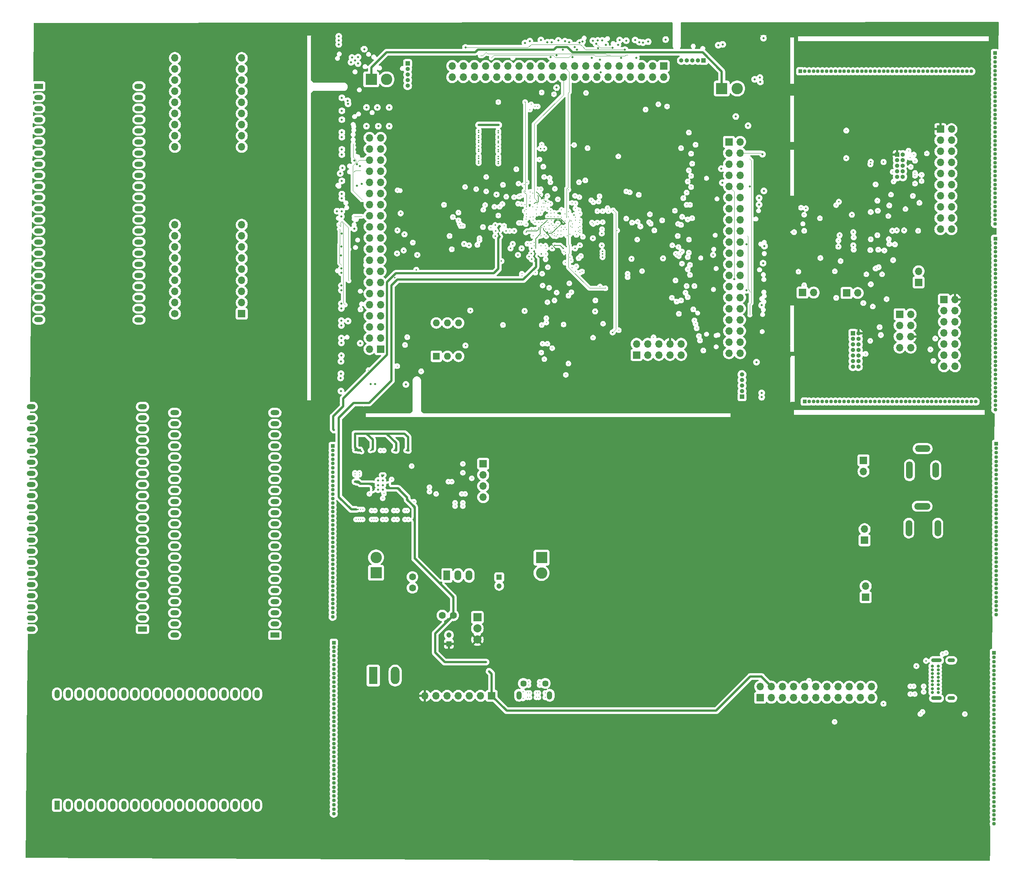
<source format=gbr>
%TF.GenerationSoftware,KiCad,Pcbnew,(7.0.0)*%
%TF.CreationDate,2023-03-18T13:26:33-04:00*%
%TF.ProjectId,FPGAs-Ard_RPi_BB,46504741-732d-4417-9264-5f5250695f42,rev?*%
%TF.SameCoordinates,Original*%
%TF.FileFunction,Copper,L3,Inr*%
%TF.FilePolarity,Positive*%
%FSLAX46Y46*%
G04 Gerber Fmt 4.6, Leading zero omitted, Abs format (unit mm)*
G04 Created by KiCad (PCBNEW (7.0.0)) date 2023-03-18 13:26:33*
%MOMM*%
%LPD*%
G01*
G04 APERTURE LIST*
%TA.AperFunction,ComponentPad*%
%ADD10R,1.000000X1.000000*%
%TD*%
%TA.AperFunction,ComponentPad*%
%ADD11O,1.000000X1.000000*%
%TD*%
%TA.AperFunction,ComponentPad*%
%ADD12C,1.600000*%
%TD*%
%TA.AperFunction,ComponentPad*%
%ADD13R,1.200000X2.000000*%
%TD*%
%TA.AperFunction,ComponentPad*%
%ADD14O,1.200000X2.000000*%
%TD*%
%TA.AperFunction,ComponentPad*%
%ADD15R,0.850000X0.850000*%
%TD*%
%TA.AperFunction,ComponentPad*%
%ADD16O,0.850000X0.850000*%
%TD*%
%TA.AperFunction,ComponentPad*%
%ADD17R,1.700000X1.700000*%
%TD*%
%TA.AperFunction,ComponentPad*%
%ADD18O,1.700000X1.700000*%
%TD*%
%TA.AperFunction,ComponentPad*%
%ADD19O,3.708400X1.498600*%
%TD*%
%TA.AperFunction,ComponentPad*%
%ADD20O,1.498600X3.708400*%
%TD*%
%TA.AperFunction,ComponentPad*%
%ADD21C,0.700000*%
%TD*%
%TA.AperFunction,ComponentPad*%
%ADD22O,2.400000X0.900000*%
%TD*%
%TA.AperFunction,ComponentPad*%
%ADD23O,1.700000X0.900000*%
%TD*%
%TA.AperFunction,ComponentPad*%
%ADD24R,1.200000X1.200000*%
%TD*%
%TA.AperFunction,ComponentPad*%
%ADD25C,1.200000*%
%TD*%
%TA.AperFunction,ComponentPad*%
%ADD26R,2.000000X1.200000*%
%TD*%
%TA.AperFunction,ComponentPad*%
%ADD27O,2.000000X1.200000*%
%TD*%
%TA.AperFunction,ComponentPad*%
%ADD28R,1.860000X1.860000*%
%TD*%
%TA.AperFunction,ComponentPad*%
%ADD29C,1.860000*%
%TD*%
%TA.AperFunction,ComponentPad*%
%ADD30C,1.700000*%
%TD*%
%TA.AperFunction,ComponentPad*%
%ADD31R,2.600000X2.600000*%
%TD*%
%TA.AperFunction,ComponentPad*%
%ADD32C,2.600000*%
%TD*%
%TA.AperFunction,ComponentPad*%
%ADD33O,1.507998X4.008120*%
%TD*%
%TA.AperFunction,ComponentPad*%
%ADD34O,1.507998X3.507994*%
%TD*%
%TA.AperFunction,ComponentPad*%
%ADD35O,3.507994X1.507998*%
%TD*%
%TA.AperFunction,ComponentPad*%
%ADD36R,1.600000X1.600000*%
%TD*%
%TA.AperFunction,ComponentPad*%
%ADD37O,1.600000X1.600000*%
%TD*%
%TA.AperFunction,ComponentPad*%
%ADD38O,1.200000X1.900000*%
%TD*%
%TA.AperFunction,ComponentPad*%
%ADD39C,1.450000*%
%TD*%
%TA.AperFunction,ComponentPad*%
%ADD40R,1.500000X2.300000*%
%TD*%
%TA.AperFunction,ComponentPad*%
%ADD41O,1.500000X2.300000*%
%TD*%
%TA.AperFunction,ComponentPad*%
%ADD42C,0.500000*%
%TD*%
%TA.AperFunction,ComponentPad*%
%ADD43R,1.980000X3.960000*%
%TD*%
%TA.AperFunction,ComponentPad*%
%ADD44O,1.980000X3.960000*%
%TD*%
%TA.AperFunction,ViaPad*%
%ADD45C,0.101600*%
%TD*%
%TA.AperFunction,ViaPad*%
%ADD46C,0.500000*%
%TD*%
%TA.AperFunction,ViaPad*%
%ADD47C,0.254000*%
%TD*%
%TA.AperFunction,ViaPad*%
%ADD48C,0.355600*%
%TD*%
%TA.AperFunction,ViaPad*%
%ADD49C,0.304800*%
%TD*%
%TA.AperFunction,Conductor*%
%ADD50C,0.508000*%
%TD*%
%TA.AperFunction,Conductor*%
%ADD51C,0.058000*%
%TD*%
%TA.AperFunction,Conductor*%
%ADD52C,0.101600*%
%TD*%
%TA.AperFunction,Conductor*%
%ADD53C,0.152400*%
%TD*%
%TA.AperFunction,Conductor*%
%ADD54C,0.203200*%
%TD*%
G04 APERTURE END LIST*
D10*
%TO.N,Net-(PCIe_J3-TRST#)*%
%TO.C,PCIe_J3_JTAG1*%
X334849999Y-27499999D03*
D11*
%TO.N,Net-(PCIe_J3-TCK)*%
X333579999Y-27499999D03*
%TO.N,Net-(PCIe_J3-TDI)*%
X332309999Y-27499999D03*
%TO.N,Net-(PCIe_J3-TDO)*%
X331039999Y-27499999D03*
%TO.N,Net-(PCIe_J3-TMS)*%
X329769999Y-27499999D03*
%TD*%
D10*
%TO.N,Net-(PCIe_J2-TRST#)*%
%TO.C,PCIe_J2_JTAG1*%
X267299999Y-28189999D03*
D11*
%TO.N,Net-(PCIe_J2-TCK)*%
X267299999Y-29459999D03*
%TO.N,Net-(PCIe_J2-TDI)*%
X267299999Y-30729999D03*
%TO.N,Net-(PCIe_J2-TDO)*%
X267299999Y-31999999D03*
%TO.N,Net-(PCIe_J2-TMS)*%
X267299999Y-33269999D03*
%TD*%
D10*
%TO.N,Net-(PCIe_J1-TRST#)*%
%TO.C,PCIe_J1_JTAG1*%
X343599999Y-104309999D03*
D11*
%TO.N,Net-(PCIe_J1-TCK)*%
X343599999Y-103039999D03*
%TO.N,Net-(PCIe_J1-TDI)*%
X343599999Y-101769999D03*
%TO.N,Net-(PCIe_J1-TDO)*%
X343599999Y-100499999D03*
%TO.N,Net-(PCIe_J1-TMS)*%
X343599999Y-99229999D03*
%TD*%
D12*
%TO.N,Net-(PWR_DC_IN1-Pin_1)*%
%TO.C,PR_C9*%
X268400000Y-145450000D03*
%TO.N,GND*%
X268400000Y-147950000D03*
%TD*%
D13*
%TO.N,unconnected-(U2-3V3-Pad1)*%
%TO.C,U2*%
X187279999Y-197599999D03*
D14*
%TO.N,unconnected-(U2-CHIP_PU-Pad2)*%
X189819999Y-197599999D03*
%TO.N,unconnected-(U2-SENSOR_VP{slash}GPIO36{slash}ADC1_CH0-Pad3)*%
X192359999Y-197599999D03*
%TO.N,unconnected-(U2-SENSOR_VN{slash}GPIO39{slash}ADC1_CH3-Pad4)*%
X194899999Y-197599999D03*
%TO.N,unconnected-(U2-VDET_1{slash}GPIO34{slash}ADC1_CH6-Pad5)*%
X197439999Y-197599999D03*
%TO.N,unconnected-(U2-VDET_2{slash}GPIO35{slash}ADC1_CH7-Pad6)*%
X199979999Y-197599999D03*
%TO.N,unconnected-(U2-32K_XP{slash}GPIO32{slash}ADC1_CH4-Pad7)*%
X202519999Y-197599999D03*
%TO.N,unconnected-(U2-32K_XN{slash}GPIO33{slash}ADC1_CH5-Pad8)*%
X205059999Y-197599999D03*
%TO.N,unconnected-(U2-DAC_1{slash}ADC2_CH8{slash}GPIO25-Pad9)*%
X207599999Y-197599999D03*
%TO.N,unconnected-(U2-DAC_2{slash}ADC2_CH9{slash}GPIO26-Pad10)*%
X210139999Y-197599999D03*
%TO.N,unconnected-(U2-ADC2_CH7{slash}GPIO27-Pad11)*%
X212679999Y-197599999D03*
%TO.N,unconnected-(U2-MTMS{slash}GPIO14{slash}ADC2_CH6-Pad12)*%
X215219999Y-197599999D03*
%TO.N,unconnected-(U2-MTDI{slash}GPIO12{slash}ADC2_CH5-Pad13)*%
X217759999Y-197599999D03*
%TO.N,GND*%
X220299999Y-197599999D03*
%TO.N,unconnected-(U2-MTCK{slash}GPIO13{slash}ADC2_CH4-Pad15)*%
X222839999Y-197599999D03*
%TO.N,unconnected-(U2-SD_DATA2{slash}GPIO9-Pad16)*%
X225379999Y-197599999D03*
%TO.N,unconnected-(U2-SD_DATA3{slash}GPIO10-Pad17)*%
X227919999Y-197599999D03*
%TO.N,unconnected-(U2-CMD-Pad18)*%
X230459999Y-197599999D03*
%TO.N,unconnected-(U2-5V-Pad19)*%
X232999999Y-197599999D03*
%TO.N,unconnected-(U2-SD_CLK{slash}GPIO6-Pad20)*%
X232997279Y-172203679D03*
%TO.N,unconnected-(U2-SD_DATA0{slash}GPIO7-Pad21)*%
X230457279Y-172203679D03*
%TO.N,unconnected-(U2-SD_DATA1{slash}GPIO8-Pad22)*%
X227919999Y-172199999D03*
%TO.N,unconnected-(U2-MTDO{slash}GPIO15{slash}ADC2_CH3-Pad23)*%
X225379999Y-172199999D03*
%TO.N,unconnected-(U2-ADC2_CH2{slash}GPIO2-Pad24)*%
X222839999Y-172199999D03*
%TO.N,unconnected-(U2-GPIO0{slash}BOOT{slash}ADC2_CH1-Pad25)*%
X220299999Y-172199999D03*
%TO.N,unconnected-(U2-ADC2_CH0{slash}GPIO4-Pad26)*%
X217759999Y-172199999D03*
%TO.N,unconnected-(U2-GPIO16-Pad27)*%
X215219999Y-172199999D03*
%TO.N,unconnected-(U2-GPIO17-Pad28)*%
X212679999Y-172199999D03*
%TO.N,unconnected-(U2-GPIO5-Pad29)*%
X210139999Y-172199999D03*
%TO.N,unconnected-(U2-GPIO18-Pad30)*%
X207599999Y-172199999D03*
%TO.N,unconnected-(U2-GPIO19-Pad31)*%
X205059999Y-172199999D03*
%TO.N,GND*%
X202519999Y-172199999D03*
%TO.N,unconnected-(U2-GPIO21-Pad33)*%
X199979999Y-172199999D03*
%TO.N,unconnected-(U2-U0RXD{slash}GPIO3-Pad34)*%
X197439999Y-172199999D03*
%TO.N,unconnected-(U2-U0TXD{slash}GPIO1-Pad35)*%
X194899999Y-172199999D03*
%TO.N,unconnected-(U2-GPIO22-Pad36)*%
X192359999Y-172199999D03*
%TO.N,unconnected-(U2-GPIO23-Pad37)*%
X189819999Y-172199999D03*
%TO.N,GND*%
X187279999Y-172199999D03*
%TD*%
D15*
%TO.N,unconnected-(BO_9-Pin_1-Pad1)*%
%TO.C,BO_9*%
X356927999Y-29971999D03*
D16*
%TO.N,unconnected-(BO_9-Pin_2-Pad2)*%
X357927999Y-29971999D03*
%TO.N,unconnected-(BO_9-Pin_3-Pad3)*%
X358927999Y-29971999D03*
%TO.N,unconnected-(BO_9-Pin_4-Pad4)*%
X359927999Y-29971999D03*
%TO.N,unconnected-(BO_9-Pin_5-Pad5)*%
X360927999Y-29971999D03*
%TO.N,unconnected-(BO_9-Pin_6-Pad6)*%
X361927999Y-29971999D03*
%TO.N,unconnected-(BO_9-Pin_7-Pad7)*%
X362927999Y-29971999D03*
%TO.N,unconnected-(BO_9-Pin_8-Pad8)*%
X363927999Y-29971999D03*
%TO.N,unconnected-(BO_9-Pin_9-Pad9)*%
X364927999Y-29971999D03*
%TO.N,unconnected-(BO_9-Pin_10-Pad10)*%
X365927999Y-29971999D03*
%TO.N,unconnected-(BO_9-Pin_11-Pad11)*%
X366927999Y-29971999D03*
%TO.N,unconnected-(BO_9-Pin_12-Pad12)*%
X367927999Y-29971999D03*
%TO.N,unconnected-(BO_9-Pin_13-Pad13)*%
X368927999Y-29971999D03*
%TO.N,unconnected-(BO_9-Pin_14-Pad14)*%
X369927999Y-29971999D03*
%TO.N,unconnected-(BO_9-Pin_15-Pad15)*%
X370927999Y-29971999D03*
%TO.N,unconnected-(BO_9-Pin_16-Pad16)*%
X371927999Y-29971999D03*
%TO.N,unconnected-(BO_9-Pin_17-Pad17)*%
X372927999Y-29971999D03*
%TO.N,unconnected-(BO_9-Pin_18-Pad18)*%
X373927999Y-29971999D03*
%TO.N,unconnected-(BO_9-Pin_19-Pad19)*%
X374927999Y-29971999D03*
%TO.N,unconnected-(BO_9-Pin_20-Pad20)*%
X375927999Y-29971999D03*
%TO.N,unconnected-(BO_9-Pin_21-Pad21)*%
X376927999Y-29971999D03*
%TO.N,unconnected-(BO_9-Pin_22-Pad22)*%
X377927999Y-29971999D03*
%TO.N,unconnected-(BO_9-Pin_23-Pad23)*%
X378927999Y-29971999D03*
%TO.N,unconnected-(BO_9-Pin_24-Pad24)*%
X379927999Y-29971999D03*
%TO.N,unconnected-(BO_9-Pin_25-Pad25)*%
X380927999Y-29971999D03*
%TO.N,unconnected-(BO_9-Pin_26-Pad26)*%
X381927999Y-29971999D03*
%TO.N,unconnected-(BO_9-Pin_27-Pad27)*%
X382927999Y-29971999D03*
%TO.N,unconnected-(BO_9-Pin_28-Pad28)*%
X383927999Y-29971999D03*
%TO.N,unconnected-(BO_9-Pin_29-Pad29)*%
X384927999Y-29971999D03*
%TO.N,unconnected-(BO_9-Pin_30-Pad30)*%
X385927999Y-29971999D03*
%TO.N,unconnected-(BO_9-Pin_31-Pad31)*%
X386927999Y-29971999D03*
%TO.N,unconnected-(BO_9-Pin_32-Pad32)*%
X387927999Y-29971999D03*
%TO.N,unconnected-(BO_9-Pin_33-Pad33)*%
X388927999Y-29971999D03*
%TO.N,unconnected-(BO_9-Pin_34-Pad34)*%
X389927999Y-29971999D03*
%TO.N,unconnected-(BO_9-Pin_35-Pad35)*%
X390927999Y-29971999D03*
%TO.N,unconnected-(BO_9-Pin_36-Pad36)*%
X391927999Y-29971999D03*
%TO.N,unconnected-(BO_9-Pin_37-Pad37)*%
X392927999Y-29971999D03*
%TO.N,unconnected-(BO_9-Pin_38-Pad38)*%
X393927999Y-29971999D03*
%TO.N,unconnected-(BO_9-Pin_39-Pad39)*%
X394927999Y-29971999D03*
%TO.N,unconnected-(BO_9-Pin_40-Pad40)*%
X395927999Y-29971999D03*
%TD*%
D15*
%TO.N,unconnected-(BO_6-Pin_1-Pad1)*%
%TO.C,BO_6*%
X401573999Y-115063999D03*
D16*
%TO.N,unconnected-(BO_6-Pin_2-Pad2)*%
X401573999Y-116063999D03*
%TO.N,unconnected-(BO_6-Pin_3-Pad3)*%
X401573999Y-117063999D03*
%TO.N,unconnected-(BO_6-Pin_4-Pad4)*%
X401573999Y-118063999D03*
%TO.N,unconnected-(BO_6-Pin_5-Pad5)*%
X401573999Y-119063999D03*
%TO.N,unconnected-(BO_6-Pin_6-Pad6)*%
X401573999Y-120063999D03*
%TO.N,unconnected-(BO_6-Pin_7-Pad7)*%
X401573999Y-121063999D03*
%TO.N,unconnected-(BO_6-Pin_8-Pad8)*%
X401573999Y-122063999D03*
%TO.N,unconnected-(BO_6-Pin_9-Pad9)*%
X401573999Y-123063999D03*
%TO.N,unconnected-(BO_6-Pin_10-Pad10)*%
X401573999Y-124063999D03*
%TO.N,unconnected-(BO_6-Pin_11-Pad11)*%
X401573999Y-125063999D03*
%TO.N,unconnected-(BO_6-Pin_12-Pad12)*%
X401573999Y-126063999D03*
%TO.N,unconnected-(BO_6-Pin_13-Pad13)*%
X401573999Y-127063999D03*
%TO.N,unconnected-(BO_6-Pin_14-Pad14)*%
X401573999Y-128063999D03*
%TO.N,unconnected-(BO_6-Pin_15-Pad15)*%
X401573999Y-129063999D03*
%TO.N,unconnected-(BO_6-Pin_16-Pad16)*%
X401573999Y-130063999D03*
%TO.N,unconnected-(BO_6-Pin_17-Pad17)*%
X401573999Y-131063999D03*
%TO.N,unconnected-(BO_6-Pin_18-Pad18)*%
X401573999Y-132063999D03*
%TO.N,unconnected-(BO_6-Pin_19-Pad19)*%
X401573999Y-133063999D03*
%TO.N,unconnected-(BO_6-Pin_20-Pad20)*%
X401573999Y-134063999D03*
%TO.N,unconnected-(BO_6-Pin_21-Pad21)*%
X401573999Y-135063999D03*
%TO.N,unconnected-(BO_6-Pin_22-Pad22)*%
X401573999Y-136063999D03*
%TO.N,unconnected-(BO_6-Pin_23-Pad23)*%
X401573999Y-137063999D03*
%TO.N,unconnected-(BO_6-Pin_24-Pad24)*%
X401573999Y-138063999D03*
%TO.N,unconnected-(BO_6-Pin_25-Pad25)*%
X401573999Y-139063999D03*
%TO.N,unconnected-(BO_6-Pin_26-Pad26)*%
X401573999Y-140063999D03*
%TO.N,unconnected-(BO_6-Pin_27-Pad27)*%
X401573999Y-141063999D03*
%TO.N,unconnected-(BO_6-Pin_28-Pad28)*%
X401573999Y-142063999D03*
%TO.N,unconnected-(BO_6-Pin_29-Pad29)*%
X401573999Y-143063999D03*
%TO.N,unconnected-(BO_6-Pin_30-Pad30)*%
X401573999Y-144063999D03*
%TO.N,unconnected-(BO_6-Pin_31-Pad31)*%
X401573999Y-145063999D03*
%TO.N,unconnected-(BO_6-Pin_32-Pad32)*%
X401573999Y-146063999D03*
%TO.N,unconnected-(BO_6-Pin_33-Pad33)*%
X401573999Y-147063999D03*
%TO.N,unconnected-(BO_6-Pin_34-Pad34)*%
X401573999Y-148063999D03*
%TO.N,unconnected-(BO_6-Pin_35-Pad35)*%
X401573999Y-149063999D03*
%TO.N,unconnected-(BO_6-Pin_36-Pad36)*%
X401573999Y-150063999D03*
%TO.N,unconnected-(BO_6-Pin_37-Pad37)*%
X401573999Y-151063999D03*
%TO.N,unconnected-(BO_6-Pin_38-Pad38)*%
X401573999Y-152063999D03*
%TO.N,unconnected-(BO_6-Pin_39-Pad39)*%
X401573999Y-153063999D03*
%TO.N,unconnected-(BO_6-Pin_40-Pad40)*%
X401573999Y-154063999D03*
%TD*%
D15*
%TO.N,unconnected-(BO_5-Pin_1-Pad1)*%
%TO.C,BO_5*%
X401065999Y-162815999D03*
D16*
%TO.N,unconnected-(BO_5-Pin_2-Pad2)*%
X401065999Y-163815999D03*
%TO.N,unconnected-(BO_5-Pin_3-Pad3)*%
X401065999Y-164815999D03*
%TO.N,unconnected-(BO_5-Pin_4-Pad4)*%
X401065999Y-165815999D03*
%TO.N,unconnected-(BO_5-Pin_5-Pad5)*%
X401065999Y-166815999D03*
%TO.N,unconnected-(BO_5-Pin_6-Pad6)*%
X401065999Y-167815999D03*
%TO.N,unconnected-(BO_5-Pin_7-Pad7)*%
X401065999Y-168815999D03*
%TO.N,unconnected-(BO_5-Pin_8-Pad8)*%
X401065999Y-169815999D03*
%TO.N,unconnected-(BO_5-Pin_9-Pad9)*%
X401065999Y-170815999D03*
%TO.N,unconnected-(BO_5-Pin_10-Pad10)*%
X401065999Y-171815999D03*
%TO.N,unconnected-(BO_5-Pin_11-Pad11)*%
X401065999Y-172815999D03*
%TO.N,unconnected-(BO_5-Pin_12-Pad12)*%
X401065999Y-173815999D03*
%TO.N,unconnected-(BO_5-Pin_13-Pad13)*%
X401065999Y-174815999D03*
%TO.N,unconnected-(BO_5-Pin_14-Pad14)*%
X401065999Y-175815999D03*
%TO.N,unconnected-(BO_5-Pin_15-Pad15)*%
X401065999Y-176815999D03*
%TO.N,unconnected-(BO_5-Pin_16-Pad16)*%
X401065999Y-177815999D03*
%TO.N,unconnected-(BO_5-Pin_17-Pad17)*%
X401065999Y-178815999D03*
%TO.N,unconnected-(BO_5-Pin_18-Pad18)*%
X401065999Y-179815999D03*
%TO.N,unconnected-(BO_5-Pin_19-Pad19)*%
X401065999Y-180815999D03*
%TO.N,unconnected-(BO_5-Pin_20-Pad20)*%
X401065999Y-181815999D03*
%TO.N,unconnected-(BO_5-Pin_21-Pad21)*%
X401065999Y-182815999D03*
%TO.N,unconnected-(BO_5-Pin_22-Pad22)*%
X401065999Y-183815999D03*
%TO.N,unconnected-(BO_5-Pin_23-Pad23)*%
X401065999Y-184815999D03*
%TO.N,unconnected-(BO_5-Pin_24-Pad24)*%
X401065999Y-185815999D03*
%TO.N,unconnected-(BO_5-Pin_25-Pad25)*%
X401065999Y-186815999D03*
%TO.N,unconnected-(BO_5-Pin_26-Pad26)*%
X401065999Y-187815999D03*
%TO.N,unconnected-(BO_5-Pin_27-Pad27)*%
X401065999Y-188815999D03*
%TO.N,unconnected-(BO_5-Pin_28-Pad28)*%
X401065999Y-189815999D03*
%TO.N,unconnected-(BO_5-Pin_29-Pad29)*%
X401065999Y-190815999D03*
%TO.N,unconnected-(BO_5-Pin_30-Pad30)*%
X401065999Y-191815999D03*
%TO.N,unconnected-(BO_5-Pin_31-Pad31)*%
X401065999Y-192815999D03*
%TO.N,unconnected-(BO_5-Pin_32-Pad32)*%
X401065999Y-193815999D03*
%TO.N,unconnected-(BO_5-Pin_33-Pad33)*%
X401065999Y-194815999D03*
%TO.N,unconnected-(BO_5-Pin_34-Pad34)*%
X401065999Y-195815999D03*
%TO.N,unconnected-(BO_5-Pin_35-Pad35)*%
X401065999Y-196815999D03*
%TO.N,unconnected-(BO_5-Pin_36-Pad36)*%
X401065999Y-197815999D03*
%TO.N,unconnected-(BO_5-Pin_37-Pad37)*%
X401065999Y-198815999D03*
%TO.N,unconnected-(BO_5-Pin_38-Pad38)*%
X401065999Y-199815999D03*
%TO.N,unconnected-(BO_5-Pin_39-Pad39)*%
X401065999Y-200815999D03*
%TO.N,unconnected-(BO_5-Pin_40-Pad40)*%
X401065999Y-201815999D03*
%TD*%
D15*
%TO.N,unconnected-(BO_7-Pin_1-Pad1)*%
%TO.C,BO_7*%
X401399999Y-68199999D03*
D16*
%TO.N,unconnected-(BO_7-Pin_2-Pad2)*%
X401399999Y-69199999D03*
%TO.N,unconnected-(BO_7-Pin_3-Pad3)*%
X401399999Y-70199999D03*
%TO.N,unconnected-(BO_7-Pin_4-Pad4)*%
X401399999Y-71199999D03*
%TO.N,unconnected-(BO_7-Pin_5-Pad5)*%
X401399999Y-72199999D03*
%TO.N,unconnected-(BO_7-Pin_6-Pad6)*%
X401399999Y-73199999D03*
%TO.N,unconnected-(BO_7-Pin_7-Pad7)*%
X401399999Y-74199999D03*
%TO.N,unconnected-(BO_7-Pin_8-Pad8)*%
X401399999Y-75199999D03*
%TO.N,unconnected-(BO_7-Pin_9-Pad9)*%
X401399999Y-76199999D03*
%TO.N,unconnected-(BO_7-Pin_10-Pad10)*%
X401399999Y-77199999D03*
%TO.N,unconnected-(BO_7-Pin_11-Pad11)*%
X401399999Y-78199999D03*
%TO.N,unconnected-(BO_7-Pin_12-Pad12)*%
X401399999Y-79199999D03*
%TO.N,unconnected-(BO_7-Pin_13-Pad13)*%
X401399999Y-80199999D03*
%TO.N,unconnected-(BO_7-Pin_14-Pad14)*%
X401399999Y-81199999D03*
%TO.N,unconnected-(BO_7-Pin_15-Pad15)*%
X401399999Y-82199999D03*
%TO.N,unconnected-(BO_7-Pin_16-Pad16)*%
X401399999Y-83199999D03*
%TO.N,unconnected-(BO_7-Pin_17-Pad17)*%
X401399999Y-84199999D03*
%TO.N,unconnected-(BO_7-Pin_18-Pad18)*%
X401399999Y-85199999D03*
%TO.N,unconnected-(BO_7-Pin_19-Pad19)*%
X401399999Y-86199999D03*
%TO.N,unconnected-(BO_7-Pin_20-Pad20)*%
X401399999Y-87199999D03*
%TO.N,unconnected-(BO_7-Pin_21-Pad21)*%
X401399999Y-88199999D03*
%TO.N,unconnected-(BO_7-Pin_22-Pad22)*%
X401399999Y-89199999D03*
%TO.N,unconnected-(BO_7-Pin_23-Pad23)*%
X401399999Y-90199999D03*
%TO.N,unconnected-(BO_7-Pin_24-Pad24)*%
X401399999Y-91199999D03*
%TO.N,unconnected-(BO_7-Pin_25-Pad25)*%
X401399999Y-92199999D03*
%TO.N,unconnected-(BO_7-Pin_26-Pad26)*%
X401399999Y-93199999D03*
%TO.N,unconnected-(BO_7-Pin_27-Pad27)*%
X401399999Y-94199999D03*
%TO.N,unconnected-(BO_7-Pin_28-Pad28)*%
X401399999Y-95199999D03*
%TO.N,unconnected-(BO_7-Pin_29-Pad29)*%
X401399999Y-96199999D03*
%TO.N,unconnected-(BO_7-Pin_30-Pad30)*%
X401399999Y-97199999D03*
%TO.N,unconnected-(BO_7-Pin_31-Pad31)*%
X401399999Y-98199999D03*
%TO.N,unconnected-(BO_7-Pin_32-Pad32)*%
X401399999Y-99199999D03*
%TO.N,unconnected-(BO_7-Pin_33-Pad33)*%
X401399999Y-100199999D03*
%TO.N,unconnected-(BO_7-Pin_34-Pad34)*%
X401399999Y-101199999D03*
%TO.N,unconnected-(BO_7-Pin_35-Pad35)*%
X401399999Y-102199999D03*
%TO.N,unconnected-(BO_7-Pin_36-Pad36)*%
X401399999Y-103199999D03*
%TO.N,unconnected-(BO_7-Pin_37-Pad37)*%
X401399999Y-104199999D03*
%TO.N,unconnected-(BO_7-Pin_38-Pad38)*%
X401399999Y-105199999D03*
%TO.N,unconnected-(BO_7-Pin_39-Pad39)*%
X401399999Y-106199999D03*
%TO.N,unconnected-(BO_7-Pin_40-Pad40)*%
X401399999Y-107199999D03*
%TD*%
D17*
%TO.N,unconnected-(QSPI_JTAG1-PRGM_B0-Pad1)*%
%TO.C,QSPI_JTAG1*%
X319549999Y-94749999D03*
D18*
%TO.N,/Xilinx_FPGAs/FLASH_SPI_DQ1*%
X319549999Y-92209999D03*
%TO.N,/Xilinx_FPGAs/FLASH_SPI_DQ3*%
X322089999Y-94749999D03*
%TO.N,unconnected-(QSPI_JTAG1-CLK-Pad4)*%
X322089999Y-92209999D03*
%TO.N,/Xilinx_FPGAs/FLASH_SPI_DQ2*%
X324629999Y-94749999D03*
%TO.N,GND*%
X324629999Y-92209999D03*
%TO.N,unconnected-(QSPI_JTAG1-SPI_CS-Pad7)*%
X327169999Y-94749999D03*
%TO.N,+3V3*%
X327169999Y-92209999D03*
%TO.N,/Xilinx_FPGAs/FLASH_SPI_DQ0*%
X329709999Y-94749999D03*
%TO.N,unconnected-(QSPI_JTAG1-NC-Pad10)*%
X329709999Y-92209999D03*
%TD*%
D17*
%TO.N,+5VD*%
%TO.C,FPGA_PWR_J1*%
X284547499Y-119605999D03*
D18*
%TO.N,unconnected-(FPGA_PWR_J1-Pin_2-Pad2)*%
X284547499Y-122145999D03*
%TO.N,/Powering_Options/PGOOD*%
X284547499Y-124685999D03*
%TO.N,GND*%
X284547499Y-127225999D03*
%TD*%
D19*
%TO.N,GND*%
%TO.C,DC_PWR_J1*%
X384733889Y-129304909D03*
D20*
X388283887Y-134304899D03*
%TO.N,Net-(DC_J1-Pin_2)*%
X381683890Y-134304899D03*
%TD*%
D21*
%TO.N,GND*%
%TO.C,USB3_TypeC1*%
X387015000Y-171800000D03*
%TO.N,VBUS*%
X387015000Y-170950000D03*
%TO.N,Net-(USB3_TypeC1-CC1)*%
X387015000Y-170100000D03*
%TO.N,Net-(USB3_TypeC_J1-Pin_6)*%
X387015000Y-169250000D03*
%TO.N,Net-(USB3_TypeC_J1-Pin_7)*%
X387015000Y-168400000D03*
%TO.N,Net-(USB3_TypeC1-SBU1)*%
X387015000Y-167550000D03*
%TO.N,VBUS*%
X387015000Y-166700000D03*
%TO.N,GND*%
X387015000Y-165850000D03*
X388365000Y-165850000D03*
%TO.N,VBUS*%
X388365000Y-166700000D03*
%TO.N,Net-(USB3_TypeC1-CC2)*%
X388365000Y-167550000D03*
%TO.N,Net-(USB3_TypeC_J1-Pin_17)*%
X388365000Y-168400000D03*
%TO.N,Net-(USB3_TypeC_J1-Pin_18)*%
X388365000Y-169250000D03*
%TO.N,Net-(USB3_TypeC1-SBU2)*%
X388365000Y-170100000D03*
%TO.N,VBUS*%
X388365000Y-170950000D03*
%TO.N,GND*%
X388365000Y-171800000D03*
D22*
X387994999Y-173149999D03*
D23*
X391374999Y-173149999D03*
D22*
X387994999Y-164499999D03*
D23*
X391374999Y-164499999D03*
%TD*%
D17*
%TO.N,/Xilinx_FPGAs/IO_L7P_T1_D09_14*%
%TO.C,FPGA_J2*%
X340624999Y-46089999D03*
D18*
%TO.N,/Xilinx_FPGAs/IO_L12N_T1_MRCC_14*%
X343164999Y-46089999D03*
%TO.N,/Xilinx_FPGAs/IO_L7N_T1_D10_14*%
X340624999Y-48629999D03*
%TO.N,/Xilinx_FPGAs/IO_L12P_T1_MRCC_14*%
X343164999Y-48629999D03*
%TO.N,/Xilinx_FPGAs/IO_L4N_T0_D05_14*%
X340624999Y-51169999D03*
%TO.N,/Xilinx_FPGAs/Y1_CLK_OUT_N*%
X343164999Y-51169999D03*
%TO.N,/Xilinx_FPGAs/IO_L5P_T0_D06_14*%
X340624999Y-53709999D03*
%TO.N,/Xilinx_FPGAs/Y1_CLK_OUT_P*%
X343164999Y-53709999D03*
%TO.N,/Xilinx_FPGAs/IO_L3P_T0_DQS_PUDC_B_14*%
X340624999Y-56249999D03*
%TO.N,/Xilinx_FPGAs/IO_L17N_T2_D29_14*%
X343164999Y-56249999D03*
%TO.N,/Xilinx_FPGAs/IO_L3N_T0_DQS_EMCCLK_14*%
X340624999Y-58789999D03*
%TO.N,/Xilinx_FPGAs/IO_L11N_T1_SRCC_14*%
X343164999Y-58789999D03*
%TO.N,/Xilinx_FPGAs/FLASH_SPI_DQ3*%
X340624999Y-61329999D03*
%TO.N,/Xilinx_FPGAs/IO_L11P_T1_SRCC_14*%
X343164999Y-61329999D03*
%TO.N,/Xilinx_FPGAs/IO_L4P_T0_D04_14*%
X340624999Y-63869999D03*
%TO.N,/Xilinx_FPGAs/IO_L14N_T2_SRCC_14*%
X343164999Y-63869999D03*
%TO.N,/Xilinx_FPGAs/IO_L5N_T0_D07_14*%
X340624999Y-66409999D03*
%TO.N,/Xilinx_FPGAs/IO_L16N_T2_D31_14*%
X343164999Y-66409999D03*
%TO.N,/Xilinx_FPGAs/IO_L25_14*%
X340624999Y-68949999D03*
%TO.N,/Xilinx_FPGAs/IO_L16P_T2_D31_14*%
X343164999Y-68949999D03*
%TO.N,unconnected-(FPGA_J2-Pin_21-Pad21)*%
X340624999Y-71489999D03*
%TO.N,/Xilinx_FPGAs/IO_L10N_T1_D15_14*%
X343164999Y-71489999D03*
%TO.N,unconnected-(FPGA_J2-Pin_23-Pad23)*%
X340624999Y-74029999D03*
%TO.N,/Xilinx_FPGAs/IO_L10P_T1_D14_14*%
X343164999Y-74029999D03*
%TO.N,unconnected-(FPGA_J2-Pin_25-Pad25)*%
X340624999Y-76569999D03*
%TO.N,/Xilinx_FPGAs/IO_L8N_T1_D12_14*%
X343164999Y-76569999D03*
%TO.N,unconnected-(FPGA_J2-Pin_27-Pad27)*%
X340624999Y-79109999D03*
%TO.N,/Xilinx_FPGAs/IO_L14P_T2_SRCC_14*%
X343164999Y-79109999D03*
%TO.N,unconnected-(FPGA_J2-Pin_29-Pad29)*%
X340624999Y-81649999D03*
%TO.N,/Xilinx_FPGAs/IO_L15N_T2_DQS_DOUT_CSO_B_14*%
X343164999Y-81649999D03*
%TO.N,unconnected-(FPGA_J2-Pin_31-Pad31)*%
X340624999Y-84189999D03*
%TO.N,/Xilinx_FPGAs/IO_L15P_T2_DQS_RDWR_B_14*%
X343164999Y-84189999D03*
%TO.N,unconnected-(FPGA_J2-Pin_33-Pad33)*%
X340624999Y-86729999D03*
%TO.N,/Xilinx_FPGAs/IO_L9N_T1_DQS_RDWR_B_14*%
X343164999Y-86729999D03*
%TO.N,unconnected-(FPGA_J2-Pin_35-Pad35)*%
X340624999Y-89269999D03*
%TO.N,/Xilinx_FPGAs/IO_L9P_T1_DQS_14*%
X343164999Y-89269999D03*
%TO.N,unconnected-(FPGA_J2-Pin_37-Pad37)*%
X340624999Y-91809999D03*
%TO.N,/Xilinx_FPGAs/IO_L8P_T1_D11_14*%
X343164999Y-91809999D03*
%TO.N,unconnected-(FPGA_J2-Pin_39-Pad39)*%
X340624999Y-94349999D03*
%TO.N,/Xilinx_FPGAs/IO_L13N_T2_MRCC_14*%
X343164999Y-94349999D03*
%TD*%
D12*
%TO.N,+5VD*%
%TO.C,PR_C5*%
X277710000Y-154231100D03*
%TO.N,GND*%
X275210000Y-154231100D03*
%TD*%
D24*
%TO.N,+3V3*%
%TO.C,PR_C6*%
X276709999Y-160731099D03*
D25*
%TO.N,GND*%
X276710000Y-158731100D03*
%TD*%
D26*
%TO.N,unconnected-(U5-3V3-Pad1)*%
%TO.C,U5*%
X206799999Y-157343439D03*
D27*
%TO.N,unconnected-(U5-GPIO0{slash}BOOT-Pad2)*%
X206799999Y-154803439D03*
%TO.N,unconnected-(U5-GPIO1{slash}ADC1_CH0-Pad3)*%
X206799999Y-152263439D03*
%TO.N,unconnected-(U5-GPIO2{slash}ADC1_CH1-Pad4)*%
X206799999Y-149723439D03*
%TO.N,unconnected-(U5-GPIO3{slash}ADC1_CH2-Pad5)*%
X206799999Y-147183439D03*
%TO.N,unconnected-(U5-GPIO4{slash}ADC1_CH3-Pad6)*%
X206799999Y-144643439D03*
%TO.N,unconnected-(U5-GPIO5{slash}ADC1_CH4-Pad7)*%
X206799999Y-142103439D03*
%TO.N,unconnected-(U5-GPIO6{slash}ADC1_CH5-Pad8)*%
X206799999Y-139563439D03*
%TO.N,unconnected-(U5-GPIO7{slash}ADC1_CH6-Pad9)*%
X206799999Y-137023439D03*
%TO.N,unconnected-(U5-GPIO8{slash}ADC1_CH7-Pad10)*%
X206799999Y-134483439D03*
%TO.N,unconnected-(U5-GPIO9{slash}ADC1_CH8-Pad11)*%
X206799999Y-131943439D03*
%TO.N,unconnected-(U5-GPIO10{slash}ADC1_CH9-Pad12)*%
X206799999Y-129403439D03*
%TO.N,unconnected-(U5-GPIO11{slash}ADC2_CH0-Pad13)*%
X206799999Y-126863439D03*
%TO.N,unconnected-(U5-GPIO12{slash}ADC2_CH1-Pad14)*%
X206799999Y-124323439D03*
%TO.N,unconnected-(U5-GPIO13{slash}ADC2_CH2-Pad15)*%
X206799999Y-121783439D03*
%TO.N,unconnected-(U5-GPIO14{slash}ADC2_CH3-Pad16)*%
X206799999Y-119243439D03*
%TO.N,unconnected-(U5-GPIO15{slash}ADC2_CH4{slash}XTAL_32K_P-Pad17)*%
X206799999Y-116703439D03*
%TO.N,unconnected-(U5-GPIO16{slash}ADC2_CH5{slash}XTAL_32K_N-Pad18)*%
X206799999Y-114163439D03*
%TO.N,unconnected-(U5-ADC2_CH7{slash}DAC_2{slash}GPIO17-Pad19)*%
X206799999Y-111623439D03*
%TO.N,unconnected-(U5-5V-Pad20)*%
X206799999Y-109083439D03*
%TO.N,GND*%
X206799999Y-106543439D03*
%TO.N,unconnected-(U5-ADC2_CH6{slash}DAC_1{slash}GPIO18-Pad22)*%
X181399999Y-106543439D03*
%TO.N,unconnected-(U5-USB_D-{slash}ADC2_CH8{slash}GPIO19-Pad23)*%
X181399999Y-109083439D03*
%TO.N,unconnected-(U5-USB_D+{slash}ADC2_CH9{slash}GPIO20-Pad24)*%
X181399999Y-111623439D03*
%TO.N,unconnected-(U5-GPIO21-Pad25)*%
X181399999Y-114163439D03*
%TO.N,unconnected-(U5-SPI_CS1{slash}GPIO26-Pad26)*%
X181399999Y-116703439D03*
%TO.N,unconnected-(U5-GPIO33-Pad27)*%
X181399999Y-119243439D03*
%TO.N,unconnected-(U5-GPIO34-Pad28)*%
X181399999Y-121783439D03*
%TO.N,unconnected-(U5-GPIO35-Pad29)*%
X181399999Y-124323439D03*
%TO.N,unconnected-(U5-GPIO36-Pad30)*%
X181399999Y-126863439D03*
%TO.N,unconnected-(U5-GPIO37-Pad31)*%
X181399999Y-129403439D03*
%TO.N,unconnected-(U5-GPIO38-Pad32)*%
X181399999Y-131943439D03*
%TO.N,unconnected-(U5-MTCK{slash}JTAG{slash}GPIO39-Pad33)*%
X181399999Y-134483439D03*
%TO.N,unconnected-(U5-MTDI{slash}JTAG{slash}GPIO41-Pad34)*%
X181399999Y-137023439D03*
%TO.N,unconnected-(U5-MTDO{slash}JTAG{slash}GPIO40-Pad35)*%
X181399999Y-139563439D03*
%TO.N,unconnected-(U5-MTMS{slash}JTAG{slash}GPIO42-Pad36)*%
X181399999Y-142103439D03*
%TO.N,unconnected-(U5-GPIO43{slash}U0TXD{slash}PROG-Pad37)*%
X181399999Y-144643439D03*
%TO.N,unconnected-(U5-GPIO44{slash}U0RXD{slash}PROG-Pad38)*%
X181399999Y-147183439D03*
%TO.N,unconnected-(U5-GPIO45-Pad39)*%
X181399999Y-149723439D03*
%TO.N,unconnected-(U5-GPIO46-Pad40)*%
X181399999Y-152263439D03*
%TO.N,unconnected-(U5-CHIP{slash}PU{slash}RESET-Pad41)*%
X181399999Y-154803439D03*
%TO.N,GND*%
X181399999Y-157343439D03*
%TD*%
D28*
%TO.N,+5VD*%
%TO.C,PR_U3_3V1*%
X283209999Y-154685999D03*
D29*
%TO.N,GND*%
X283210000Y-157226000D03*
%TO.N,+3V3*%
X283210000Y-159766000D03*
%TD*%
D17*
%TO.N,unconnected-(USB3_TypeC_J1-Pin_1-Pad1)*%
%TO.C,USB3_TypeC_J1*%
X347754999Y-173039999D03*
D18*
%TO.N,Net-(USB3_TypeC1-TX1+)*%
X347754999Y-170499999D03*
%TO.N,Net-(USB3_TypeC1-TX1-)*%
X350294999Y-173039999D03*
%TO.N,VBUS*%
X350294999Y-170499999D03*
%TO.N,Net-(USB3_TypeC1-CC1)*%
X352834999Y-173039999D03*
%TO.N,Net-(USB3_TypeC_J1-Pin_6)*%
X352834999Y-170499999D03*
%TO.N,Net-(USB3_TypeC_J1-Pin_7)*%
X355374999Y-173039999D03*
%TO.N,Net-(USB3_TypeC1-SBU1)*%
X355374999Y-170499999D03*
%TO.N,unconnected-(USB3_TypeC_J1-Pin_9-Pad9)*%
X357914999Y-173039999D03*
%TO.N,Net-(USB3_TypeC1-RX2-)*%
X357914999Y-170499999D03*
%TO.N,Net-(USB3_TypeC1-RX2+)*%
X360454999Y-173039999D03*
%TO.N,unconnected-(USB3_TypeC_J1-Pin_12-Pad12)*%
X360454999Y-170499999D03*
%TO.N,Net-(USB3_TypeC1-TX2+)*%
X362994999Y-173039999D03*
%TO.N,Net-(USB3_TypeC1-TX2-)*%
X362994999Y-170499999D03*
%TO.N,unconnected-(USB3_TypeC_J1-Pin_15-Pad15)*%
X365534999Y-173039999D03*
%TO.N,Net-(USB3_TypeC1-CC2)*%
X365534999Y-170499999D03*
%TO.N,Net-(USB3_TypeC_J1-Pin_17)*%
X368074999Y-173039999D03*
%TO.N,Net-(USB3_TypeC_J1-Pin_18)*%
X368074999Y-170499999D03*
%TO.N,Net-(USB3_TypeC1-SBU2)*%
X370614999Y-173039999D03*
%TO.N,unconnected-(USB3_TypeC_J1-Pin_20-Pad20)*%
X370614999Y-170499999D03*
%TO.N,Net-(USB3_TypeC1-RX1-)*%
X373154999Y-173039999D03*
%TO.N,Net-(USB3_TypeC1-RX1+)*%
X373154999Y-170499999D03*
%TD*%
D17*
%TO.N,VBUS*%
%TO.C,J_USB_uB2*%
X286494999Y-172600999D03*
D18*
%TO.N,Net-(J_USB_uB1-D-)*%
X283954999Y-172600999D03*
%TO.N,Net-(J_USB_uB1-D+)*%
X281414999Y-172600999D03*
%TO.N,Net-(J_USB_uB1-ID)*%
X278874999Y-172600999D03*
%TO.N,GND*%
X276334999Y-172600999D03*
X273794999Y-172600999D03*
%TO.N,+3V3*%
X271254999Y-172600999D03*
%TD*%
D17*
%TO.N,unconnected-(Digilent_Cmod_S7-D_IO_1-Pad1)*%
%TO.C,Digilent_Cmod_S7*%
X229439999Y-85339999D03*
D18*
%TO.N,unconnected-(Digilent_Cmod_S7-D_IO_2-Pad2)*%
X229439999Y-82799999D03*
%TO.N,unconnected-(Digilent_Cmod_S7-D_IO_3-Pad3)*%
X229439999Y-80259999D03*
%TO.N,unconnected-(Digilent_Cmod_S7-D_IO_4-Pad4)*%
X229439999Y-77719999D03*
%TO.N,unconnected-(Digilent_Cmod_S7-D_IO_5-Pad5)*%
X229439999Y-75179999D03*
%TO.N,unconnected-(Digilent_Cmod_S7-D_IO_6-Pad6)*%
X229439999Y-72639999D03*
%TO.N,unconnected-(Digilent_Cmod_S7-D_IO_7-Pad7)*%
X229439999Y-70099999D03*
%TO.N,unconnected-(Digilent_Cmod_S7-D_IO_8-Pad8)*%
X229439999Y-67559999D03*
%TO.N,unconnected-(Digilent_Cmod_S7-D_IO_9-Pad9)*%
X229439999Y-65019999D03*
%TO.N,unconnected-(Digilent_Cmod_S7-D_IO_10-Pad16)*%
X229439999Y-47239999D03*
%TO.N,unconnected-(Digilent_Cmod_S7-D_IO_11-Pad17)*%
X229439999Y-44699999D03*
%TO.N,unconnected-(Digilent_Cmod_S7-D_IO_12-Pad18)*%
X229439999Y-42159999D03*
%TO.N,unconnected-(Digilent_Cmod_S7-D_IO_13-Pad19)*%
X229439999Y-39619999D03*
%TO.N,unconnected-(Digilent_Cmod_S7-D_IO_14-Pad20)*%
X229439999Y-37079999D03*
%TO.N,unconnected-(Digilent_Cmod_S7-D_IO_15-Pad21)*%
X229439999Y-34539999D03*
%TO.N,unconnected-(Digilent_Cmod_S7-D_IO_16-Pad22)*%
X229439999Y-31999999D03*
%TO.N,unconnected-(Digilent_Cmod_S7-D_IO_17-Pad23)*%
X229439999Y-29459999D03*
%TO.N,unconnected-(Digilent_Cmod_S7-VU-Pad24)*%
X229439999Y-26919999D03*
%TO.N,unconnected-(Digilent_Cmod_S7-GND-Pad25)*%
X214199999Y-26919999D03*
%TO.N,unconnected-(Digilent_Cmod_S7-D_IO_18-Pad26)*%
X214199999Y-29459999D03*
%TO.N,unconnected-(Digilent_Cmod_S7-D_IO_19-Pad27)*%
X214199999Y-31999999D03*
%TO.N,unconnected-(Digilent_Cmod_S7-D_IO_20-Pad28)*%
X214199999Y-34539999D03*
%TO.N,unconnected-(Digilent_Cmod_S7-D_IO_21-Pad29)*%
X214199999Y-37079999D03*
%TO.N,unconnected-(Digilent_Cmod_S7-D_IO_22-Pad30)*%
X214199999Y-39619999D03*
%TO.N,unconnected-(Digilent_Cmod_S7-D_IO_23-Pad31)*%
X214199999Y-42159999D03*
%TO.N,unconnected-(Digilent_Cmod_S7-A_IO_2-Pad32)*%
X214199999Y-44699999D03*
%TO.N,unconnected-(Digilent_Cmod_S7-A_IO_1-Pad33)*%
X214199999Y-47239999D03*
%TO.N,unconnected-(Digilent_Cmod_S7-D_IO_24-Pad40)*%
X214199999Y-65019999D03*
%TO.N,unconnected-(Digilent_Cmod_S7-D_IO_25-Pad41)*%
X214199999Y-67559999D03*
%TO.N,unconnected-(Digilent_Cmod_S7-D_IO_26-Pad42)*%
X214199999Y-70099999D03*
%TO.N,unconnected-(Digilent_Cmod_S7-D_IO_27-Pad43)*%
X214199999Y-72639999D03*
%TO.N,unconnected-(Digilent_Cmod_S7-D_IO_28-Pad44)*%
X214199999Y-75179999D03*
%TO.N,unconnected-(Digilent_Cmod_S7-D_IO_29-Pad45)*%
X214199999Y-77719999D03*
%TO.N,unconnected-(Digilent_Cmod_S7-D_IO_30-Pad46)*%
X214199999Y-80259999D03*
%TO.N,unconnected-(Digilent_Cmod_S7-D_IO_31-Pad47)*%
X214199999Y-82799999D03*
D30*
%TO.N,unconnected-(Digilent_Cmod_S7-D_IO_32-Pad48)*%
X214200000Y-85340000D03*
%TD*%
D15*
%TO.N,unconnected-(BO_16-Pin_1-Pad1)*%
%TO.C,BO_16*%
X357919999Y-105409999D03*
D16*
%TO.N,unconnected-(BO_16-Pin_2-Pad2)*%
X358919999Y-105409999D03*
%TO.N,unconnected-(BO_16-Pin_3-Pad3)*%
X359919999Y-105409999D03*
%TO.N,unconnected-(BO_16-Pin_4-Pad4)*%
X360919999Y-105409999D03*
%TO.N,unconnected-(BO_16-Pin_5-Pad5)*%
X361919999Y-105409999D03*
%TO.N,unconnected-(BO_16-Pin_6-Pad6)*%
X362919999Y-105409999D03*
%TO.N,unconnected-(BO_16-Pin_7-Pad7)*%
X363919999Y-105409999D03*
%TO.N,unconnected-(BO_16-Pin_8-Pad8)*%
X364919999Y-105409999D03*
%TO.N,unconnected-(BO_16-Pin_9-Pad9)*%
X365919999Y-105409999D03*
%TO.N,unconnected-(BO_16-Pin_10-Pad10)*%
X366919999Y-105409999D03*
%TO.N,unconnected-(BO_16-Pin_11-Pad11)*%
X367919999Y-105409999D03*
%TO.N,unconnected-(BO_16-Pin_12-Pad12)*%
X368919999Y-105409999D03*
%TO.N,unconnected-(BO_16-Pin_13-Pad13)*%
X369919999Y-105409999D03*
%TO.N,unconnected-(BO_16-Pin_14-Pad14)*%
X370919999Y-105409999D03*
%TO.N,unconnected-(BO_16-Pin_15-Pad15)*%
X371919999Y-105409999D03*
%TO.N,unconnected-(BO_16-Pin_16-Pad16)*%
X372919999Y-105409999D03*
%TO.N,unconnected-(BO_16-Pin_17-Pad17)*%
X373919999Y-105409999D03*
%TO.N,unconnected-(BO_16-Pin_18-Pad18)*%
X374919999Y-105409999D03*
%TO.N,unconnected-(BO_16-Pin_19-Pad19)*%
X375919999Y-105409999D03*
%TO.N,unconnected-(BO_16-Pin_20-Pad20)*%
X376919999Y-105409999D03*
%TO.N,unconnected-(BO_16-Pin_21-Pad21)*%
X377919999Y-105409999D03*
%TO.N,unconnected-(BO_16-Pin_22-Pad22)*%
X378919999Y-105409999D03*
%TO.N,unconnected-(BO_16-Pin_23-Pad23)*%
X379919999Y-105409999D03*
%TO.N,unconnected-(BO_16-Pin_24-Pad24)*%
X380919999Y-105409999D03*
%TO.N,unconnected-(BO_16-Pin_25-Pad25)*%
X381919999Y-105409999D03*
%TO.N,unconnected-(BO_16-Pin_26-Pad26)*%
X382919999Y-105409999D03*
%TO.N,unconnected-(BO_16-Pin_27-Pad27)*%
X383919999Y-105409999D03*
%TO.N,unconnected-(BO_16-Pin_28-Pad28)*%
X384919999Y-105409999D03*
%TO.N,unconnected-(BO_16-Pin_29-Pad29)*%
X385919999Y-105409999D03*
%TO.N,unconnected-(BO_16-Pin_30-Pad30)*%
X386919999Y-105409999D03*
%TO.N,unconnected-(BO_16-Pin_31-Pad31)*%
X387919999Y-105409999D03*
%TO.N,unconnected-(BO_16-Pin_32-Pad32)*%
X388919999Y-105409999D03*
%TO.N,unconnected-(BO_16-Pin_33-Pad33)*%
X389919999Y-105409999D03*
%TO.N,unconnected-(BO_16-Pin_34-Pad34)*%
X390919999Y-105409999D03*
%TO.N,unconnected-(BO_16-Pin_35-Pad35)*%
X391919999Y-105409999D03*
%TO.N,unconnected-(BO_16-Pin_36-Pad36)*%
X392919999Y-105409999D03*
%TO.N,unconnected-(BO_16-Pin_37-Pad37)*%
X393919999Y-105409999D03*
%TO.N,unconnected-(BO_16-Pin_38-Pad38)*%
X394919999Y-105409999D03*
%TO.N,unconnected-(BO_16-Pin_39-Pad39)*%
X395919999Y-105409999D03*
%TO.N,unconnected-(BO_16-Pin_40-Pad40)*%
X396919999Y-105409999D03*
%TD*%
D26*
%TO.N,unconnected-(U4-3V3-Pad1)*%
%TO.C,U4*%
X236999999Y-158739999D03*
D27*
%TO.N,unconnected-(U4-GPIO0{slash}BOOT-Pad2)*%
X236999999Y-156199999D03*
%TO.N,unconnected-(U4-GPIO1{slash}TOUCH1{slash}ADC1_CH0-Pad3)*%
X236999999Y-153659999D03*
%TO.N,unconnected-(U4-GPIO2{slash}TOUCH2{slash}ADC1_CH1-Pad4)*%
X236999999Y-151119999D03*
%TO.N,unconnected-(U4-GPIO3{slash}TOUCH3{slash}ADC1_CH2-Pad5)*%
X236999999Y-148579999D03*
%TO.N,unconnected-(U4-GPIO4{slash}TOUCH4{slash}ADC1_CH3-Pad6)*%
X236999999Y-146039999D03*
%TO.N,unconnected-(U4-GPIO5{slash}TOUCH5{slash}ADC1_CH4-Pad7)*%
X236999999Y-143499999D03*
%TO.N,unconnected-(U4-GPIO6{slash}TOUCH6{slash}ADC1_CH5-Pad8)*%
X236999999Y-140959999D03*
%TO.N,unconnected-(U4-GPIO7{slash}TOUCH7{slash}ADC1_CH6-Pad9)*%
X236999999Y-138419999D03*
%TO.N,unconnected-(U4-GPIO8{slash}TOUCH8{slash}ADC1_CH7-Pad10)*%
X236999999Y-135879999D03*
%TO.N,unconnected-(U4-GPIO9{slash}TOUCH9{slash}ADC1_CH8{slash}FSPIHD-Pad11)*%
X236999999Y-133339999D03*
%TO.N,unconnected-(U4-GPIO10{slash}TOUCH10{slash}ADC1_CH9{slash}FSPICS0{slash}FSPIIO4-Pad12)*%
X236999999Y-130799999D03*
%TO.N,unconnected-(U4-GPIO11{slash}TOUCH11{slash}ADC2_CH0{slash}FSPID{slash}FSPIIO5-Pad13)*%
X236999999Y-128259999D03*
%TO.N,unconnected-(U4-GPIO12{slash}TOUCH12{slash}ADC2_CH1{slash}FSPICLK{slash}FSPIIO6-Pad14)*%
X236999999Y-125719999D03*
%TO.N,unconnected-(U4-GPIO13{slash}TOUCH13{slash}ADC2_CH2{slash}FSPIQ{slash}FSPIIO7-Pad15)*%
X236999999Y-123179999D03*
%TO.N,unconnected-(U4-GPIO14{slash}TOUCH14{slash}ADC2_CH3{slash}FSPIWP{slash}FSPIDQS-Pad16)*%
X236999999Y-120639999D03*
%TO.N,unconnected-(U4-GPIO15{slash}U0RTS{slash}ADC2_CH4{slash}XTAL_32K_P-Pad17)*%
X236999999Y-118099999D03*
%TO.N,unconnected-(U4-GPIO16{slash}U0CTS{slash}ADC2_CH5{slash}XTAL_32K_N-Pad18)*%
X236999999Y-115559999D03*
%TO.N,unconnected-(U4-GPIO17{slash}U1TXD{slash}ADC2_CH6{slash}DAC_1-Pad19)*%
X236999999Y-113019999D03*
%TO.N,unconnected-(U4-5V0-Pad20)*%
X237003679Y-110482719D03*
%TO.N,GND*%
X237003679Y-107942719D03*
%TO.N,unconnected-(U4-GPIO18{slash}U1RXD{slash}ADC2_CH7{slash}DAC_2{slash}CLK_OUT3{slash}RGB_LED-Pad22)*%
X214143679Y-107942719D03*
%TO.N,unconnected-(U4-GPIO19{slash}U1RTS{slash}ADC2_CH8{slash}CLK_OUT2{slash}USB_D--Pad23)*%
X214139999Y-110482719D03*
%TO.N,unconnected-(U4-GPIO20{slash}U1CTS{slash}ADC2_CH9{slash}CLK_OUT1{slash}USB_D+-Pad24)*%
X214139999Y-113022719D03*
%TO.N,unconnected-(U4-GPIO21-Pad25)*%
X214139999Y-115562719D03*
%TO.N,unconnected-(U4-GPIO26-Pad26)*%
X214139999Y-118102719D03*
%TO.N,unconnected-(U4-GPIO33-Pad27)*%
X214139999Y-120642719D03*
%TO.N,unconnected-(U4-GPIO34-Pad28)*%
X214139999Y-123182719D03*
%TO.N,unconnected-(U4-GPIO35-Pad29)*%
X214139999Y-125722719D03*
%TO.N,unconnected-(U4-GPIO36-Pad30)*%
X214139999Y-128262719D03*
%TO.N,unconnected-(U4-GPIO37-Pad31)*%
X214139999Y-130802719D03*
%TO.N,unconnected-(U4-GPIO38-Pad32)*%
X214139999Y-133342719D03*
%TO.N,unconnected-(U4-MTCK{slash}JTAG{slash}GPIO39-Pad33)*%
X214139999Y-135882719D03*
%TO.N,unconnected-(U4-MTDO{slash}JTAG{slash}GPIO40-Pad34)*%
X214139999Y-138422719D03*
%TO.N,unconnected-(U4-MTDI{slash}JTAG{slash}GPIO41-Pad35)*%
X214139999Y-140962719D03*
%TO.N,unconnected-(U4-MTMS{slash}JTAG{slash}GPIO42-Pad36)*%
X214139999Y-143502719D03*
%TO.N,unconnected-(U4-U0TXD{slash}GPIO43{slash}CLK_OUT1-Pad37)*%
X214139999Y-146042719D03*
%TO.N,unconnected-(U4-U0RXD{slash}GPIO44{slash}CLK_OUT2-Pad38)*%
X214139999Y-148582719D03*
%TO.N,unconnected-(U4-GPIO45{slash}VSPI-Pad39)*%
X214139999Y-151122719D03*
%TO.N,unconnected-(U4-GPIO46{slash}LOG-Pad40)*%
X214139999Y-153662719D03*
%TO.N,unconnected-(U4-~{RST}-Pad41)*%
X214139999Y-156202719D03*
%TO.N,GND*%
X214139999Y-158742719D03*
%TD*%
D15*
%TO.N,unconnected-(BO_4-Pin_1-Pad1)*%
%TO.C,BO_4*%
X250443999Y-160481999D03*
D16*
%TO.N,unconnected-(BO_4-Pin_2-Pad2)*%
X250443999Y-161481999D03*
%TO.N,unconnected-(BO_4-Pin_3-Pad3)*%
X250443999Y-162481999D03*
%TO.N,unconnected-(BO_4-Pin_4-Pad4)*%
X250443999Y-163481999D03*
%TO.N,unconnected-(BO_4-Pin_5-Pad5)*%
X250443999Y-164481999D03*
%TO.N,unconnected-(BO_4-Pin_6-Pad6)*%
X250443999Y-165481999D03*
%TO.N,unconnected-(BO_4-Pin_7-Pad7)*%
X250443999Y-166481999D03*
%TO.N,unconnected-(BO_4-Pin_8-Pad8)*%
X250443999Y-167481999D03*
%TO.N,unconnected-(BO_4-Pin_9-Pad9)*%
X250443999Y-168481999D03*
%TO.N,unconnected-(BO_4-Pin_10-Pad10)*%
X250443999Y-169481999D03*
%TO.N,unconnected-(BO_4-Pin_11-Pad11)*%
X250443999Y-170481999D03*
%TO.N,unconnected-(BO_4-Pin_12-Pad12)*%
X250443999Y-171481999D03*
%TO.N,unconnected-(BO_4-Pin_13-Pad13)*%
X250443999Y-172481999D03*
%TO.N,unconnected-(BO_4-Pin_14-Pad14)*%
X250443999Y-173481999D03*
%TO.N,unconnected-(BO_4-Pin_15-Pad15)*%
X250443999Y-174481999D03*
%TO.N,unconnected-(BO_4-Pin_16-Pad16)*%
X250443999Y-175481999D03*
%TO.N,unconnected-(BO_4-Pin_17-Pad17)*%
X250443999Y-176481999D03*
%TO.N,unconnected-(BO_4-Pin_18-Pad18)*%
X250443999Y-177481999D03*
%TO.N,unconnected-(BO_4-Pin_19-Pad19)*%
X250443999Y-178481999D03*
%TO.N,unconnected-(BO_4-Pin_20-Pad20)*%
X250443999Y-179481999D03*
%TO.N,unconnected-(BO_4-Pin_21-Pad21)*%
X250443999Y-180481999D03*
%TO.N,unconnected-(BO_4-Pin_22-Pad22)*%
X250443999Y-181481999D03*
%TO.N,unconnected-(BO_4-Pin_23-Pad23)*%
X250443999Y-182481999D03*
%TO.N,unconnected-(BO_4-Pin_24-Pad24)*%
X250443999Y-183481999D03*
%TO.N,unconnected-(BO_4-Pin_25-Pad25)*%
X250443999Y-184481999D03*
%TO.N,unconnected-(BO_4-Pin_26-Pad26)*%
X250443999Y-185481999D03*
%TO.N,unconnected-(BO_4-Pin_27-Pad27)*%
X250443999Y-186481999D03*
%TO.N,unconnected-(BO_4-Pin_28-Pad28)*%
X250443999Y-187481999D03*
%TO.N,unconnected-(BO_4-Pin_29-Pad29)*%
X250443999Y-188481999D03*
%TO.N,unconnected-(BO_4-Pin_30-Pad30)*%
X250443999Y-189481999D03*
%TO.N,unconnected-(BO_4-Pin_31-Pad31)*%
X250443999Y-190481999D03*
%TO.N,unconnected-(BO_4-Pin_32-Pad32)*%
X250443999Y-191481999D03*
%TO.N,unconnected-(BO_4-Pin_33-Pad33)*%
X250443999Y-192481999D03*
%TO.N,unconnected-(BO_4-Pin_34-Pad34)*%
X250443999Y-193481999D03*
%TO.N,unconnected-(BO_4-Pin_35-Pad35)*%
X250443999Y-194481999D03*
%TO.N,unconnected-(BO_4-Pin_36-Pad36)*%
X250443999Y-195481999D03*
%TO.N,unconnected-(BO_4-Pin_37-Pad37)*%
X250443999Y-196481999D03*
%TO.N,unconnected-(BO_4-Pin_38-Pad38)*%
X250443999Y-197481999D03*
%TO.N,unconnected-(BO_4-Pin_39-Pad39)*%
X250443999Y-198481999D03*
%TO.N,unconnected-(BO_4-Pin_40-Pad40)*%
X250443999Y-199481999D03*
%TD*%
D15*
%TO.N,unconnected-(BO_8-Pin_1-Pad1)*%
%TO.C,BO_8*%
X401319999Y-25813999D03*
D16*
%TO.N,unconnected-(BO_8-Pin_2-Pad2)*%
X401319999Y-26813999D03*
%TO.N,unconnected-(BO_8-Pin_3-Pad3)*%
X401319999Y-27813999D03*
%TO.N,unconnected-(BO_8-Pin_4-Pad4)*%
X401319999Y-28813999D03*
%TO.N,unconnected-(BO_8-Pin_5-Pad5)*%
X401319999Y-29813999D03*
%TO.N,unconnected-(BO_8-Pin_6-Pad6)*%
X401319999Y-30813999D03*
%TO.N,unconnected-(BO_8-Pin_7-Pad7)*%
X401319999Y-31813999D03*
%TO.N,unconnected-(BO_8-Pin_8-Pad8)*%
X401319999Y-32813999D03*
%TO.N,unconnected-(BO_8-Pin_9-Pad9)*%
X401319999Y-33813999D03*
%TO.N,unconnected-(BO_8-Pin_10-Pad10)*%
X401319999Y-34813999D03*
%TO.N,unconnected-(BO_8-Pin_11-Pad11)*%
X401319999Y-35813999D03*
%TO.N,unconnected-(BO_8-Pin_12-Pad12)*%
X401319999Y-36813999D03*
%TO.N,unconnected-(BO_8-Pin_13-Pad13)*%
X401319999Y-37813999D03*
%TO.N,unconnected-(BO_8-Pin_14-Pad14)*%
X401319999Y-38813999D03*
%TO.N,unconnected-(BO_8-Pin_15-Pad15)*%
X401319999Y-39813999D03*
%TO.N,unconnected-(BO_8-Pin_16-Pad16)*%
X401319999Y-40813999D03*
%TO.N,unconnected-(BO_8-Pin_17-Pad17)*%
X401319999Y-41813999D03*
%TO.N,unconnected-(BO_8-Pin_18-Pad18)*%
X401319999Y-42813999D03*
%TO.N,unconnected-(BO_8-Pin_19-Pad19)*%
X401319999Y-43813999D03*
%TO.N,unconnected-(BO_8-Pin_20-Pad20)*%
X401319999Y-44813999D03*
%TO.N,unconnected-(BO_8-Pin_21-Pad21)*%
X401319999Y-45813999D03*
%TO.N,unconnected-(BO_8-Pin_22-Pad22)*%
X401319999Y-46813999D03*
%TO.N,unconnected-(BO_8-Pin_23-Pad23)*%
X401319999Y-47813999D03*
%TO.N,unconnected-(BO_8-Pin_24-Pad24)*%
X401319999Y-48813999D03*
%TO.N,unconnected-(BO_8-Pin_25-Pad25)*%
X401319999Y-49813999D03*
%TO.N,unconnected-(BO_8-Pin_26-Pad26)*%
X401319999Y-50813999D03*
%TO.N,unconnected-(BO_8-Pin_27-Pad27)*%
X401319999Y-51813999D03*
%TO.N,unconnected-(BO_8-Pin_28-Pad28)*%
X401319999Y-52813999D03*
%TO.N,unconnected-(BO_8-Pin_29-Pad29)*%
X401319999Y-53813999D03*
%TO.N,unconnected-(BO_8-Pin_30-Pad30)*%
X401319999Y-54813999D03*
%TO.N,unconnected-(BO_8-Pin_31-Pad31)*%
X401319999Y-55813999D03*
%TO.N,unconnected-(BO_8-Pin_32-Pad32)*%
X401319999Y-56813999D03*
%TO.N,unconnected-(BO_8-Pin_33-Pad33)*%
X401319999Y-57813999D03*
%TO.N,unconnected-(BO_8-Pin_34-Pad34)*%
X401319999Y-58813999D03*
%TO.N,unconnected-(BO_8-Pin_35-Pad35)*%
X401319999Y-59813999D03*
%TO.N,unconnected-(BO_8-Pin_36-Pad36)*%
X401319999Y-60813999D03*
%TO.N,unconnected-(BO_8-Pin_37-Pad37)*%
X401319999Y-61813999D03*
%TO.N,unconnected-(BO_8-Pin_38-Pad38)*%
X401319999Y-62813999D03*
%TO.N,unconnected-(BO_8-Pin_39-Pad39)*%
X401319999Y-63813999D03*
%TO.N,unconnected-(BO_8-Pin_40-Pad40)*%
X401319999Y-64813999D03*
%TD*%
D31*
%TO.N,+12V*%
%TO.C,12V_J1*%
X258999999Y-31799999D03*
D32*
%TO.N,GND*%
X262500000Y-31800000D03*
%TD*%
D31*
%TO.N,Net-(PWR_DC_IN1-Pin_1)*%
%TO.C,PWR_DC_IN1*%
X260099999Y-144499999D03*
D32*
%TO.N,GND*%
X260100000Y-141000000D03*
%TD*%
D17*
%TO.N,Net-(PWR_OUT2-Pin_1)*%
%TO.C,PWR_OUT2*%
X357424999Y-80499999D03*
D18*
%TO.N,GND*%
X359964999Y-80499999D03*
%TD*%
D15*
%TO.N,unconnected-(BO_3-Pin_1-Pad1)*%
%TO.C,BO_3*%
X250189999Y-115555999D03*
D16*
%TO.N,unconnected-(BO_3-Pin_2-Pad2)*%
X250189999Y-116555999D03*
%TO.N,unconnected-(BO_3-Pin_3-Pad3)*%
X250189999Y-117555999D03*
%TO.N,unconnected-(BO_3-Pin_4-Pad4)*%
X250189999Y-118555999D03*
%TO.N,unconnected-(BO_3-Pin_5-Pad5)*%
X250189999Y-119555999D03*
%TO.N,unconnected-(BO_3-Pin_6-Pad6)*%
X250189999Y-120555999D03*
%TO.N,unconnected-(BO_3-Pin_7-Pad7)*%
X250189999Y-121555999D03*
%TO.N,unconnected-(BO_3-Pin_8-Pad8)*%
X250189999Y-122555999D03*
%TO.N,unconnected-(BO_3-Pin_9-Pad9)*%
X250189999Y-123555999D03*
%TO.N,unconnected-(BO_3-Pin_10-Pad10)*%
X250189999Y-124555999D03*
%TO.N,unconnected-(BO_3-Pin_11-Pad11)*%
X250189999Y-125555999D03*
%TO.N,unconnected-(BO_3-Pin_12-Pad12)*%
X250189999Y-126555999D03*
%TO.N,unconnected-(BO_3-Pin_13-Pad13)*%
X250189999Y-127555999D03*
%TO.N,unconnected-(BO_3-Pin_14-Pad14)*%
X250189999Y-128555999D03*
%TO.N,unconnected-(BO_3-Pin_15-Pad15)*%
X250189999Y-129555999D03*
%TO.N,unconnected-(BO_3-Pin_16-Pad16)*%
X250189999Y-130555999D03*
%TO.N,unconnected-(BO_3-Pin_17-Pad17)*%
X250189999Y-131555999D03*
%TO.N,unconnected-(BO_3-Pin_18-Pad18)*%
X250189999Y-132555999D03*
%TO.N,unconnected-(BO_3-Pin_19-Pad19)*%
X250189999Y-133555999D03*
%TO.N,unconnected-(BO_3-Pin_20-Pad20)*%
X250189999Y-134555999D03*
%TO.N,unconnected-(BO_3-Pin_21-Pad21)*%
X250189999Y-135555999D03*
%TO.N,unconnected-(BO_3-Pin_22-Pad22)*%
X250189999Y-136555999D03*
%TO.N,unconnected-(BO_3-Pin_23-Pad23)*%
X250189999Y-137555999D03*
%TO.N,unconnected-(BO_3-Pin_24-Pad24)*%
X250189999Y-138555999D03*
%TO.N,unconnected-(BO_3-Pin_25-Pad25)*%
X250189999Y-139555999D03*
%TO.N,unconnected-(BO_3-Pin_26-Pad26)*%
X250189999Y-140555999D03*
%TO.N,unconnected-(BO_3-Pin_27-Pad27)*%
X250189999Y-141555999D03*
%TO.N,unconnected-(BO_3-Pin_28-Pad28)*%
X250189999Y-142555999D03*
%TO.N,unconnected-(BO_3-Pin_29-Pad29)*%
X250189999Y-143555999D03*
%TO.N,unconnected-(BO_3-Pin_30-Pad30)*%
X250189999Y-144555999D03*
%TO.N,unconnected-(BO_3-Pin_31-Pad31)*%
X250189999Y-145555999D03*
%TO.N,unconnected-(BO_3-Pin_32-Pad32)*%
X250189999Y-146555999D03*
%TO.N,unconnected-(BO_3-Pin_33-Pad33)*%
X250189999Y-147555999D03*
%TO.N,unconnected-(BO_3-Pin_34-Pad34)*%
X250189999Y-148555999D03*
%TO.N,unconnected-(BO_3-Pin_35-Pad35)*%
X250189999Y-149555999D03*
%TO.N,unconnected-(BO_3-Pin_36-Pad36)*%
X250189999Y-150555999D03*
%TO.N,unconnected-(BO_3-Pin_37-Pad37)*%
X250189999Y-151555999D03*
%TO.N,unconnected-(BO_3-Pin_38-Pad38)*%
X250189999Y-152555999D03*
%TO.N,unconnected-(BO_3-Pin_39-Pad39)*%
X250189999Y-153555999D03*
%TO.N,unconnected-(BO_3-Pin_40-Pad40)*%
X250189999Y-154555999D03*
%TD*%
D33*
%TO.N,Net-(DC_J3-Pin_2)*%
%TO.C,DC_PWR_J3*%
X381838788Y-121054911D03*
D34*
%TO.N,GND*%
X387838789Y-121054911D03*
D35*
X384838787Y-116154910D03*
%TD*%
D17*
%TO.N,GND*%
%TO.C,JTAG7*%
X389678999Y-82084999D03*
D18*
%TO.N,+3V3*%
X392218999Y-82084999D03*
%TO.N,GND*%
X389678999Y-84624999D03*
%TO.N,/Xilinx_FPGAs/FPGA_JTAG_TMS_0*%
X392218999Y-84624999D03*
%TO.N,GND*%
X389678999Y-87164999D03*
%TO.N,/Xilinx_FPGAs/FPGA_JTAG_TCK_0*%
X392218999Y-87164999D03*
%TO.N,GND*%
X389678999Y-89704999D03*
%TO.N,/Xilinx_FPGAs/FPGA_JTAG_TDO_0*%
X392218999Y-89704999D03*
%TO.N,GND*%
X389678999Y-92244999D03*
%TO.N,/Xilinx_FPGAs/FPGA_JTAG_TDI_0*%
X392218999Y-92244999D03*
%TO.N,GND*%
X389678999Y-94784999D03*
%TO.N,unconnected-(JTAG7-NC-Pad12)*%
X392218999Y-94784999D03*
%TO.N,GND*%
X389678999Y-97324999D03*
%TO.N,Net-(JTAG2-~{TRST})*%
X392218999Y-97324999D03*
%TD*%
D36*
%TO.N,Net-(R11-Pad1)*%
%TO.C,SW1*%
X273849999Y-95049999D03*
D37*
%TO.N,Net-(R10-Pad1)*%
X276389999Y-95049999D03*
%TO.N,Net-(R9-Pad1)*%
X278929999Y-95049999D03*
%TO.N,/Xilinx_FPGAs/FPGA_MODE_Pin2*%
X278929999Y-87429999D03*
%TO.N,/Xilinx_FPGAs/FPGA_MODE_Pin1*%
X276389999Y-87429999D03*
%TO.N,/Xilinx_FPGAs/FPGA_MODE_Pin0*%
X273849999Y-87429999D03*
%TD*%
D31*
%TO.N,+12V*%
%TO.C,12V_J3*%
X338999999Y-33899999D03*
D32*
%TO.N,GND*%
X342500000Y-33900000D03*
%TD*%
D17*
%TO.N,/Xilinx_FPGAs/Y2_CLK_OUT*%
%TO.C,FPGA_J1*%
X261124999Y-93409999D03*
D18*
%TO.N,/Xilinx_FPGAs/IO_L17P_T2_D30_14*%
X258584999Y-93409999D03*
%TO.N,/Xilinx_FPGAs/IO_L21N_T3_DQS_34*%
X261124999Y-90869999D03*
%TO.N,/Xilinx_FPGAs/IO_L22N_T3_D20_14*%
X258584999Y-90869999D03*
%TO.N,/Xilinx_FPGAs/IO_L20P_T3_34*%
X261124999Y-88329999D03*
%TO.N,/Xilinx_FPGAs/IO_L22P_T3_D21_14*%
X258584999Y-88329999D03*
%TO.N,/Xilinx_FPGAs/IO_L22N_T3_34*%
X261124999Y-85789999D03*
%TO.N,/Xilinx_FPGAs/IO_L24N_T3_D16_14*%
X258584999Y-85789999D03*
%TO.N,/Xilinx_FPGAs/IO_L13P_T2_MRCC_14*%
X261124999Y-83249999D03*
%TO.N,/Xilinx_FPGAs/IO_L24P_T3_D17_14*%
X258584999Y-83249999D03*
%TO.N,/Xilinx_FPGAs/IO_L19N_T3_D25_VREF_14*%
X261124999Y-80709999D03*
%TO.N,/Xilinx_FPGAs/IO_L23P_T3_34*%
X258584999Y-80709999D03*
%TO.N,/Xilinx_FPGAs/IO_L19P_T3_D26_14*%
X261124999Y-78169999D03*
%TO.N,/Xilinx_FPGAs/IO_L23N_T3_34*%
X258584999Y-78169999D03*
%TO.N,/Xilinx_FPGAs/IO_L19P_T3_34*%
X261124999Y-75629999D03*
%TO.N,/Xilinx_FPGAs/IO_L24P_T3_34*%
X258584999Y-75629999D03*
%TO.N,/Xilinx_FPGAs/IO_L19N_T3_VREF_34*%
X261124999Y-73089999D03*
%TO.N,/Xilinx_FPGAs/IO_L23N_T3_D18_14*%
X258584999Y-73089999D03*
%TO.N,/Xilinx_FPGAs/IO_L20N_T3_34*%
X261124999Y-70549999D03*
%TO.N,/Xilinx_FPGAs/IO_L23P_T3_D19_14*%
X258584999Y-70549999D03*
%TO.N,/Xilinx_FPGAs/IO_L18P_T2_34*%
X261124999Y-68009999D03*
%TO.N,/Xilinx_FPGAs/IO_L21P_T3_DQS_34*%
X258584999Y-68009999D03*
%TO.N,/Xilinx_FPGAs/IO_L17N_T2_34*%
X261124999Y-65469999D03*
%TO.N,/Xilinx_FPGAs/IO_L24N_T3_34*%
X258584999Y-65469999D03*
%TO.N,/Xilinx_FPGAs/IO_L17P_T2_34*%
X261124999Y-62929999D03*
%TO.N,/Xilinx_FPGAs/IO_L22P_T3_34*%
X258584999Y-62929999D03*
%TO.N,/Xilinx_FPGAs/IO_L16P_T2_34*%
X261124999Y-60389999D03*
%TO.N,/Xilinx_FPGAs/IO_L21N_T3_DQS_D22_14*%
X258584999Y-60389999D03*
%TO.N,/Xilinx_FPGAs/DXP_0*%
X261124999Y-57849999D03*
%TO.N,/Xilinx_FPGAs/IO_L21P_T3_DQS_14*%
X258584999Y-57849999D03*
%TO.N,/Xilinx_FPGAs/DXN_0*%
X261124999Y-55309999D03*
%TO.N,/Xilinx_FPGAs/IO_L20N_T3_D23_14*%
X258584999Y-55309999D03*
%TO.N,/Xilinx_FPGAs/PROGRAM_B_0*%
X261124999Y-52769999D03*
%TO.N,/Xilinx_FPGAs/IO_L20P_T3_D24_14*%
X258584999Y-52769999D03*
%TO.N,/Xilinx_FPGAs/IO_L15P_T2_DQS_34*%
X261124999Y-50229999D03*
%TO.N,/Xilinx_FPGAs/IO_L12N_T1_MRCC_34*%
X258584999Y-50229999D03*
%TO.N,unconnected-(FPGA_J1-Pin_37-Pad37)*%
X261124999Y-47689999D03*
%TO.N,unconnected-(FPGA_J1-Pin_38-Pad38)*%
X258584999Y-47689999D03*
%TO.N,unconnected-(FPGA_J1-Pin_39-Pad39)*%
X261124999Y-45149999D03*
%TO.N,unconnected-(FPGA_J1-Pin_40-Pad40)*%
X258584999Y-45149999D03*
%TD*%
D17*
%TO.N,GND*%
%TO.C,DC_J1*%
X371583874Y-137079899D03*
D18*
%TO.N,Net-(DC_J1-Pin_2)*%
X371583874Y-134539899D03*
%TD*%
D24*
%TO.N,Net-(PWR_DC_OUT1-Pin_1)*%
%TO.C,PR_C10*%
X288199999Y-145499999D03*
D25*
%TO.N,GND*%
X288200000Y-147500000D03*
%TD*%
D17*
%TO.N,+3V3*%
%TO.C,JTAG6*%
X388873999Y-43179999D03*
D18*
%TO.N,unconnected-(JTAG6-VCC{slash}NC-Pad2)*%
X391413999Y-43179999D03*
%TO.N,/Xilinx_FPGAs/SRST*%
X388873999Y-45719999D03*
%TO.N,GND*%
X391413999Y-45719999D03*
%TO.N,/Xilinx_FPGAs/FPGA_JTAG_TDI_0*%
X388873999Y-48259999D03*
%TO.N,GND*%
X391413999Y-48259999D03*
%TO.N,/Xilinx_FPGAs/FPGA_JTAG_TMS_0*%
X388873999Y-50799999D03*
%TO.N,GND*%
X391413999Y-50799999D03*
%TO.N,/Xilinx_FPGAs/FPGA_JTAG_TCK_0*%
X388873999Y-53339999D03*
%TO.N,GND*%
X391413999Y-53339999D03*
%TO.N,unconnected-(JTAG6-RTCK-Pad11)*%
X388873999Y-55879999D03*
%TO.N,GND*%
X391413999Y-55879999D03*
%TO.N,/Xilinx_FPGAs/FPGA_JTAG_TDO_0*%
X388873999Y-58419999D03*
%TO.N,GND*%
X391413999Y-58419999D03*
%TO.N,Net-(JTAG2-~{TRST})*%
X388873999Y-60959999D03*
%TO.N,GND*%
X391413999Y-60959999D03*
%TO.N,unconnected-(JTAG6-DBGRQ{slash}NC-Pad17)*%
X388873999Y-63499999D03*
%TO.N,GND*%
X391413999Y-63499999D03*
%TO.N,unconnected-(JTAG6-DBGACK{slash}NC-Pad19)*%
X388873999Y-66039999D03*
%TO.N,GND*%
X391413999Y-66039999D03*
%TD*%
D10*
%TO.N,GND*%
%TO.C,JTAG5*%
X368908999Y-89824999D03*
D11*
%TO.N,+3V3*%
X370178999Y-89824999D03*
%TO.N,GND*%
X368908999Y-91094999D03*
%TO.N,/Xilinx_FPGAs/FPGA_JTAG_TMS_0*%
X370178999Y-91094999D03*
%TO.N,GND*%
X368908999Y-92364999D03*
%TO.N,/Xilinx_FPGAs/FPGA_JTAG_TCK_0*%
X370178999Y-92364999D03*
%TO.N,GND*%
X368908999Y-93634999D03*
%TO.N,/Xilinx_FPGAs/FPGA_JTAG_TDO_0*%
X370178999Y-93634999D03*
%TO.N,GND*%
X368908999Y-94904999D03*
%TO.N,/Xilinx_FPGAs/FPGA_JTAG_TDI_0*%
X370178999Y-94904999D03*
%TO.N,GND*%
X368908999Y-96174999D03*
%TO.N,unconnected-(JTAG5-NC-Pad12)*%
X370178999Y-96174999D03*
%TO.N,GND*%
X368908999Y-97444999D03*
%TO.N,Net-(JTAG2-~{TRST})*%
X370178999Y-97444999D03*
%TD*%
D38*
%TO.N,GND*%
%TO.C,J_USB_uB1*%
X292709999Y-172475999D03*
D39*
X293710000Y-169776000D03*
X298710000Y-169776000D03*
D38*
X299709999Y-172475999D03*
%TD*%
D40*
%TO.N,Net-(PWR_DC_IN1-Pin_1)*%
%TO.C,U_DC_DC1*%
X276252999Y-145107499D03*
D41*
%TO.N,GND*%
X278792999Y-145107499D03*
%TO.N,Net-(PWR_DC_OUT1-Pin_1)*%
X281332999Y-145107499D03*
%TD*%
D26*
%TO.N,Net-(U3-3V3-Pad1)*%
%TO.C,U3*%
X183128679Y-33366159D03*
D27*
X183128679Y-35906159D03*
%TO.N,unconnected-(U3-CHIP_PU-Pad3)*%
X183128679Y-38446159D03*
%TO.N,unconnected-(U3-GPIO4{slash}ADC1_CH3-Pad4)*%
X183128679Y-40986159D03*
%TO.N,unconnected-(U3-GPIO5{slash}ADC1_CH4-Pad5)*%
X183128679Y-43526159D03*
%TO.N,unconnected-(U3-GPIO6{slash}ADC1_CH5-Pad6)*%
X183128679Y-46066159D03*
%TO.N,unconnected-(U3-GPIO7{slash}ADC1_CH6-Pad7)*%
X183128679Y-48606159D03*
%TO.N,unconnected-(U3-GPIO15{slash}ADC2_CH4{slash}32K_P-Pad8)*%
X183128679Y-51146159D03*
%TO.N,unconnected-(U3-GPIO16{slash}ADC2_CH5{slash}32K_N-Pad9)*%
X183128679Y-53686159D03*
%TO.N,unconnected-(U3-GPIO17{slash}ADC2_CH6-Pad10)*%
X183128679Y-56226159D03*
%TO.N,unconnected-(U3-GPIO18{slash}ADC2_CH7-Pad11)*%
X183128679Y-58766159D03*
%TO.N,unconnected-(U3-GPIO8{slash}ADC1_CH7-Pad12)*%
X183128679Y-61306159D03*
%TO.N,unconnected-(U3-GPIO3{slash}ADC1_CH2-Pad13)*%
X183128679Y-63846159D03*
%TO.N,unconnected-(U3-GPIO46-Pad14)*%
X183128679Y-66386159D03*
%TO.N,unconnected-(U3-GPIO9{slash}ADC1_CH8-Pad15)*%
X183128679Y-68926159D03*
%TO.N,unconnected-(U3-GPIO10{slash}ADC1_CH9-Pad16)*%
X183128679Y-71466159D03*
%TO.N,unconnected-(U3-GPIO11{slash}ADC2_CH0-Pad17)*%
X183128679Y-74006159D03*
%TO.N,unconnected-(U3-GPIO12{slash}ADC2_CH1-Pad18)*%
X183128679Y-76546159D03*
%TO.N,unconnected-(U3-GPIO13{slash}ADC2_CH2-Pad19)*%
X183128679Y-79086159D03*
%TO.N,unconnected-(U3-GPIO14{slash}ADC2_CH3-Pad20)*%
X183124999Y-81623439D03*
%TO.N,unconnected-(U3-5V-Pad21)*%
X183124999Y-84163439D03*
%TO.N,GND*%
X183124999Y-86703439D03*
X205988679Y-86706159D03*
X205988679Y-84166159D03*
%TO.N,unconnected-(U3-GPIO19{slash}USB_D--Pad25)*%
X205988679Y-81626159D03*
%TO.N,unconnected-(U3-GPIO20{slash}USB_D+-Pad26)*%
X205988679Y-79086159D03*
%TO.N,unconnected-(U3-GPIO21-Pad27)*%
X205988679Y-76546159D03*
%TO.N,unconnected-(U3-GPIO47-Pad28)*%
X205988679Y-74006159D03*
%TO.N,unconnected-(U3-GPIO48-Pad29)*%
X205988679Y-71466159D03*
%TO.N,unconnected-(U3-GPIO45-Pad30)*%
X205988679Y-68926159D03*
%TO.N,unconnected-(U3-GPIO0-Pad31)*%
X205988679Y-66386159D03*
%TO.N,unconnected-(U3-GPIO35-Pad32)*%
X205988679Y-63846159D03*
%TO.N,unconnected-(U3-GPIO36-Pad33)*%
X205988679Y-61306159D03*
%TO.N,unconnected-(U3-GPIO37-Pad34)*%
X205988679Y-58766159D03*
%TO.N,unconnected-(U3-GPIO38-Pad35)*%
X205988679Y-56226159D03*
%TO.N,unconnected-(U3-GPIO39{slash}MTCK-Pad36)*%
X205988679Y-53686159D03*
%TO.N,unconnected-(U3-GPIO40{slash}MTDO-Pad37)*%
X205988679Y-51146159D03*
%TO.N,unconnected-(U3-GPIO41{slash}MTDI-Pad38)*%
X205988679Y-48606159D03*
%TO.N,unconnected-(U3-GPIO42{slash}MTMS-Pad39)*%
X205988679Y-46066159D03*
%TO.N,unconnected-(U3-GPIO2{slash}ADC1_CH1-Pad40)*%
X205988679Y-43526159D03*
%TO.N,unconnected-(U3-GPIO1{slash}ADC1_CH0-Pad41)*%
X205988679Y-40986159D03*
%TO.N,unconnected-(U3-GPIO44{slash}U0RXD-Pad42)*%
X205988679Y-38446159D03*
%TO.N,unconnected-(U3-GPIO43{slash}U0TXD-Pad43)*%
X205988679Y-35906159D03*
%TO.N,GND*%
X205988679Y-33366159D03*
%TD*%
D17*
%TO.N,/Xilinx_FPGAs/IO_L1P_TO_34*%
%TO.C,FPGA_J3*%
X325744999Y-28749999D03*
D18*
%TO.N,/Xilinx_FPGAs/Y3_CLK_OUT_N*%
X325744999Y-31289999D03*
%TO.N,/Xilinx_FPGAs/IO_L1N_TO_34*%
X323204999Y-28749999D03*
%TO.N,/Xilinx_FPGAs/Y3_CLK_OUT_P*%
X323204999Y-31289999D03*
%TO.N,/Xilinx_FPGAs/IO_L2P_TO_34*%
X320664999Y-28749999D03*
%TO.N,/Xilinx_FPGAs/IO_L16N_T2_34*%
X320664999Y-31289999D03*
%TO.N,/Xilinx_FPGAs/IO_L7P_T1_34*%
X318124999Y-28749999D03*
%TO.N,/Xilinx_FPGAs/CFGBVS_0*%
X318124999Y-31289999D03*
%TO.N,/Xilinx_FPGAs/IO_L6P_TO_34*%
X315584999Y-28749999D03*
%TO.N,/Xilinx_FPGAs/IO_L13P_T2_MRCC_34*%
X315584999Y-31289999D03*
%TO.N,/Xilinx_FPGAs/FLASH_SPI_DQ2*%
X313044999Y-28749999D03*
%TO.N,/Xilinx_FPGAs/IO_L13N_T2_MRCC_34*%
X313044999Y-31289999D03*
%TO.N,/Xilinx_FPGAs/FLASH_SPI_DQ1*%
X310504999Y-28749999D03*
%TO.N,/Xilinx_FPGAs/IO_L14N_T2_SRCC_34*%
X310504999Y-31289999D03*
%TO.N,/Xilinx_FPGAs/FLASH_SPI_DQ0*%
X307964999Y-28749999D03*
%TO.N,/Xilinx_FPGAs/IO_L12P_T1_MRCC_34*%
X307964999Y-31289999D03*
%TO.N,/Xilinx_FPGAs/FLASH_SPI_CS*%
X305424999Y-28749999D03*
%TO.N,/Xilinx_FPGAs/IO_L11P_T1_SRCC_34*%
X305424999Y-31289999D03*
%TO.N,/Xilinx_FPGAs/FLASH_SPI_RESET*%
X302884999Y-28749999D03*
%TO.N,/Xilinx_FPGAs/IO_L11N_T1_SRCC_34*%
X302884999Y-31289999D03*
%TO.N,/Xilinx_FPGAs/IO_L3P_DQS_34*%
X300344999Y-28749999D03*
%TO.N,/Xilinx_FPGAs/IO_L10P_T1_34*%
X300344999Y-31289999D03*
%TO.N,/Xilinx_FPGAs/IO_L3N_DQS_34*%
X297804999Y-28749999D03*
%TO.N,/Xilinx_FPGAs/IO_L10N_T1_34*%
X297804999Y-31289999D03*
%TO.N,/Xilinx_FPGAs/IO_L9N_T1_DQS_34*%
X295264999Y-28749999D03*
%TO.N,/Xilinx_FPGAs/IO_L9P_T1_DQS_34*%
X295264999Y-31289999D03*
%TO.N,/Xilinx_FPGAs/IO_L6N_TO_VREF_34*%
X292724999Y-28749999D03*
%TO.N,/Xilinx_FPGAs/IO_L8P_T1_34*%
X292724999Y-31289999D03*
%TO.N,unconnected-(FPGA_J3-Pin_29-Pad29)*%
X290184999Y-28749999D03*
%TO.N,/Xilinx_FPGAs/IO_L4N_TO_34*%
X290184999Y-31289999D03*
%TO.N,unconnected-(FPGA_J3-Pin_31-Pad31)*%
X287644999Y-28749999D03*
%TO.N,/Xilinx_FPGAs/IO_L2N_TO_34*%
X287644999Y-31289999D03*
%TO.N,unconnected-(FPGA_J3-Pin_33-Pad33)*%
X285104999Y-28749999D03*
%TO.N,/Xilinx_FPGAs/IO_L5N_TO_34*%
X285104999Y-31289999D03*
%TO.N,unconnected-(FPGA_J3-Pin_35-Pad35)*%
X282564999Y-28749999D03*
%TO.N,/Xilinx_FPGAs/IO_L4P_TO_34*%
X282564999Y-31289999D03*
%TO.N,unconnected-(FPGA_J3-Pin_37-Pad37)*%
X280024999Y-28749999D03*
%TO.N,/Xilinx_FPGAs/IO_L7N_TI_34*%
X280024999Y-31289999D03*
%TO.N,unconnected-(FPGA_J3-Pin_39-Pad39)*%
X277484999Y-28749999D03*
%TO.N,/Xilinx_FPGAs/IO_L5P_TO_34*%
X277484999Y-31289999D03*
%TD*%
D17*
%TO.N,GND*%
%TO.C,PWR_OUT1*%
X383899999Y-78174999D03*
D18*
%TO.N,Net-(PWR_OUT1-Pin_2)*%
X383899999Y-75634999D03*
%TD*%
D42*
%TO.N,GND*%
%TO.C,PWR_IC1*%
X260522500Y-123401000D03*
X260522500Y-124476000D03*
X260522500Y-125551000D03*
X261672500Y-123401000D03*
X261672500Y-124476000D03*
X261672500Y-125551000D03*
%TD*%
D17*
%TO.N,/Xilinx_FPGAs/TEST_VPP*%
%TO.C,TEST_VPP_J1*%
X367459999Y-80599999D03*
D18*
%TO.N,GND*%
X369999999Y-80599999D03*
%TD*%
D43*
%TO.N,GND*%
%TO.C,Ext_DC_PWR1*%
X259459999Y-167975999D03*
D44*
%TO.N,VBUS*%
X264459999Y-167975999D03*
%TD*%
D31*
%TO.N,Net-(PWR_DC_OUT1-Pin_1)*%
%TO.C,PWR_DC_OUT1*%
X297854999Y-141049999D03*
D32*
%TO.N,GND*%
X297855000Y-144550000D03*
%TD*%
D17*
%TO.N,GND*%
%TO.C,DC_J2*%
X371833874Y-150079899D03*
D18*
%TO.N,Net-(DC_J2-Pin_2)*%
X371833874Y-147539899D03*
%TD*%
D17*
%TO.N,GND*%
%TO.C,DC_J3*%
X371333874Y-118804899D03*
D18*
%TO.N,Net-(DC_J3-Pin_2)*%
X371333874Y-121344899D03*
%TD*%
D17*
%TO.N,/Xilinx_FPGAs/FPGA_JTAG_TCK_0*%
%TO.C,JTAG2*%
X379559999Y-85459999D03*
D18*
%TO.N,GND*%
X382099999Y-85459999D03*
%TO.N,/Xilinx_FPGAs/FPGA_JTAG_TDO_0*%
X379559999Y-87999999D03*
%TO.N,unconnected-(JTAG2-PGM{slash}NC-Pad4)*%
X382099999Y-87999999D03*
%TO.N,/Xilinx_FPGAs/FPGA_JTAG_TMS_0*%
X379559999Y-90539999D03*
%TO.N,+3V3*%
X382099999Y-90539999D03*
%TO.N,unconnected-(JTAG2-VPUMP-Pad7)*%
X379559999Y-93079999D03*
%TO.N,Net-(JTAG2-~{TRST})*%
X382099999Y-93079999D03*
%TD*%
D10*
%TO.N,+3V3*%
%TO.C,JTAG3*%
X379029999Y-48989999D03*
D11*
%TO.N,/Xilinx_FPGAs/FPGA_JTAG_TMS_0*%
X380299999Y-48989999D03*
%TO.N,GND*%
X379029999Y-50259999D03*
%TO.N,/Xilinx_FPGAs/FPGA_JTAG_TCK_0*%
X380299999Y-50259999D03*
%TO.N,GND*%
X379029999Y-51529999D03*
%TO.N,/Xilinx_FPGAs/FPGA_JTAG_TDO_0*%
X380299999Y-51529999D03*
%TO.N,unconnected-(JTAG3-Pin_7-Pad7)*%
X379029999Y-52799999D03*
%TO.N,/Xilinx_FPGAs/FPGA_JTAG_TDI_0*%
X380299999Y-52799999D03*
%TO.N,unconnected-(JTAG3-Pin_9-Pad9)*%
X379029999Y-54069999D03*
%TO.N,Net-(JTAG2-~{TRST})*%
X380299999Y-54069999D03*
%TD*%
D45*
%TO.N,Net-(PCIe_J2-TDO)*%
X266100000Y-29323300D03*
X257600000Y-28900000D03*
%TO.N,Net-(PCIe_J2-TDI)*%
X251300000Y-27000000D03*
X259600000Y-26700000D03*
X259800000Y-29600000D03*
%TO.N,Net-(PCIe_J2-TCK)*%
X251700000Y-26000000D03*
X258400000Y-26100000D03*
X260000000Y-28900000D03*
%TO.N,Net-(PCIe_J2-TMS)*%
X256300000Y-34200000D03*
X255300000Y-30100000D03*
%TO.N,Net-(PCIe_J2-TRST#)*%
X260900000Y-29200000D03*
%TO.N,Net-(PCIe_J3-TRST#)*%
X334646662Y-24746662D03*
X332500000Y-24200000D03*
%TO.N,/Xilinx_FPGAs/FPGA_JTAG_TDO_0*%
X357500000Y-64800000D03*
X337500000Y-67400000D03*
X337159100Y-70600000D03*
%TO.N,/Xilinx_FPGAs/IO_L15N_T2_DQS_DOUT_CSO_B_14*%
X348600000Y-82600000D03*
X348100000Y-81900000D03*
%TO.N,/Xilinx_FPGAs/IO_L16P_T2_D31_14*%
X348700000Y-69000000D03*
%TO.N,/Xilinx_FPGAs/IO_L3N_T0_DQS_EMCCLK_14*%
X337900000Y-59100000D03*
X337700000Y-75000000D03*
X348500000Y-76400000D03*
%TO.N,/Xilinx_FPGAs/Y1_CLK_OUT_P*%
X334200000Y-72600000D03*
%TO.N,/Xilinx_FPGAs/IO_L4N_T0_D05_14*%
X335500000Y-90000000D03*
%TO.N,/Xilinx_FPGAs/IO_L10N_T1_D15_14*%
X345200000Y-67900000D03*
%TO.N,/Xilinx_FPGAs/IO_L7P_T1_D09_14*%
X333500000Y-85184900D03*
X348300000Y-85500000D03*
%TO.N,/Xilinx_FPGAs/Y1_CLK_OUT_N*%
X337700000Y-90300000D03*
%TO.N,/Xilinx_FPGAs/Y1_CLK_OUT_P*%
X337700000Y-92900000D03*
%TO.N,/Xilinx_FPGAs/IO_L4N_T0_D05_14*%
X348200000Y-89400000D03*
X338100000Y-90200000D03*
%TO.N,/Xilinx_FPGAs/IO_L7N_T1_D10_14*%
X345300000Y-49900000D03*
D46*
%TO.N,/Xilinx_FPGAs/IO_L15P_T2_DQS_RDWR_B_14*%
X348100000Y-83400000D03*
D45*
%TO.N,/Xilinx_FPGAs/IO_L7N_T1_D10_14*%
X345400000Y-85600000D03*
X348500000Y-84400000D03*
%TO.N,/Xilinx_FPGAs/IO_L14P_T2_SRCC_14*%
X345300000Y-72700000D03*
X348700000Y-71600000D03*
%TO.N,/Xilinx_FPGAs/IO_L5P_T0_D06_14*%
X335500000Y-54400000D03*
X337100000Y-79800000D03*
X348700000Y-81300000D03*
%TO.N,/Xilinx_FPGAs/IO_L5N_T0_D07_14*%
X344800000Y-67500000D03*
X345575700Y-80400000D03*
X348600000Y-80400000D03*
%TO.N,/Xilinx_FPGAs/IO_L3P_T0_DQS_PUDC_B_14*%
X348600000Y-77507000D03*
%TO.N,/Xilinx_FPGAs/IO_L4P_T0_D04_14*%
X347900000Y-69400000D03*
X345200000Y-69200000D03*
X344862700Y-65100000D03*
%TO.N,/Xilinx_FPGAs/IO_L14N_T2_SRCC_14*%
X346800000Y-63700000D03*
%TO.N,/Xilinx_FPGAs/IO_L3N_T0_DQS_EMCCLK_14*%
X345500000Y-59900000D03*
%TO.N,/Xilinx_FPGAs/IO_L11P_T1_SRCC_14*%
X347400000Y-61800000D03*
X347600000Y-75300000D03*
%TO.N,/Xilinx_FPGAs/IO_L10P_T1_D14_14*%
X345575700Y-65800000D03*
%TO.N,/Xilinx_FPGAs/IO_L10N_T1_D15_14*%
X345575700Y-64700000D03*
%TO.N,/Xilinx_FPGAs/FLASH_SPI_DQ2*%
X307600000Y-22362700D03*
X312900000Y-26337300D03*
X308100000Y-26400000D03*
%TO.N,/Xilinx_FPGAs/IO_L24P_T3_34*%
X257700000Y-74200000D03*
X252200000Y-74200000D03*
X251700000Y-66000000D03*
%TO.N,/Xilinx_FPGAs/IO_L19P_T3_D26_14*%
X253900000Y-77800000D03*
X251600000Y-65000000D03*
%TO.N,/Xilinx_FPGAs/IO_L13P_T2_MRCC_14*%
X253062700Y-83300000D03*
X252300000Y-64400000D03*
%TO.N,/Xilinx_FPGAs/IO_L21P_T3_DQS_34*%
X253500000Y-67500000D03*
X253400000Y-61100000D03*
%TO.N,/Xilinx_FPGAs/IO_L21N_T3_DQS_34*%
X253500000Y-90700000D03*
X253200000Y-60000000D03*
%TO.N,/Xilinx_FPGAs/IO_L22P_T3_34*%
X251300000Y-75500000D03*
X259800000Y-74400000D03*
%TO.N,/Xilinx_FPGAs/IO_L23N_T3_D18_14*%
X265600000Y-57200000D03*
%TO.N,/Xilinx_FPGAs/IO_L20N_T3_D23_14*%
X251500000Y-63500000D03*
X251600000Y-56200000D03*
%TO.N,/Xilinx_FPGAs/IO_L19N_T3_D25_VREF_14*%
X256500000Y-80200000D03*
X255800000Y-57200000D03*
%TO.N,/Xilinx_FPGAs/IO_L23P_T3_D19_14*%
X253900000Y-70600000D03*
%TO.N,/Xilinx_FPGAs/IO_L15P_T2_DQS_34*%
X251400000Y-56000000D03*
%TO.N,/Xilinx_FPGAs/IO_L23P_T3_D19_14*%
X254037700Y-52907300D03*
%TO.N,/Xilinx_FPGAs/DXP_0*%
X256900000Y-58500000D03*
%TO.N,/Xilinx_FPGAs/IO_L23N_T3_34*%
X256500000Y-50700000D03*
%TO.N,/Xilinx_FPGAs/IO_L23P_T3_34*%
X256800000Y-63100000D03*
X255100000Y-63100000D03*
%TO.N,/Xilinx_FPGAs/IO_L24N_T3_34*%
X255200000Y-54400000D03*
X255700000Y-53800000D03*
%TO.N,/Xilinx_FPGAs/IO_L24N_T3_D16_14*%
X254962700Y-53000000D03*
X256600000Y-52600000D03*
%TO.N,/Xilinx_FPGAs/IO_L16P_T2_34*%
X256900000Y-59300000D03*
%TO.N,/Xilinx_FPGAs/IO_L24N_T3_D16_14*%
X255392280Y-49300000D03*
X255900000Y-49500000D03*
%TO.N,/Xilinx_FPGAs/IO_L24N_T3_34*%
X255100000Y-65000000D03*
%TO.N,/Xilinx_FPGAs/IO_L24N_T3_D16_14*%
X255899700Y-68500000D03*
X255600000Y-63800000D03*
X255100000Y-63700000D03*
%TO.N,/Xilinx_FPGAs/IO_L24P_T3_D17_14*%
X256800000Y-83100000D03*
%TO.N,/Xilinx_FPGAs/DXN_0*%
X259500000Y-51900000D03*
X254037700Y-51600000D03*
%TO.N,/Xilinx_FPGAs/IO_L23N_T3_34*%
X255392280Y-49700000D03*
%TO.N,/Xilinx_FPGAs/IO_L23P_T3_34*%
X255000000Y-48300000D03*
%TO.N,/Xilinx_FPGAs/IO_L24N_T3_34*%
X255000000Y-47300000D03*
%TO.N,/Xilinx_FPGAs/IO_L16P_T2_34*%
X254900000Y-46500000D03*
%TO.N,/Xilinx_FPGAs/IO_L24N_T3_D16_14*%
X254878300Y-45600000D03*
%TO.N,/Xilinx_FPGAs/IO_L24P_T3_D17_14*%
X254878300Y-44400000D03*
%TO.N,/Xilinx_FPGAs/IO_L17N_T2_34*%
X255000000Y-43400000D03*
%TO.N,/Xilinx_FPGAs/IO_L17P_T2_34*%
X255000000Y-42600000D03*
%TO.N,unconnected-(PCIe_J2-RSVD-PadA19)*%
X254878300Y-42100000D03*
%TO.N,/Xilinx_FPGAs/IO_L22N_T3_D20_14*%
X255200000Y-40300000D03*
%TO.N,/Xilinx_FPGAs/IO_L4N_TO_34*%
X312900000Y-22500000D03*
%TO.N,/Xilinx_FPGAs/IO_L4P_TO_34*%
X314200000Y-23600000D03*
X313600000Y-26200000D03*
%TO.N,/Xilinx_FPGAs/IO_L5N_TO_34*%
X317500000Y-26200000D03*
%TO.N,/Xilinx_FPGAs/IO_L4N_TO_34*%
X291300000Y-26900000D03*
%TO.N,/Xilinx_FPGAs/IO_L5N_TO_34*%
X286400000Y-26900000D03*
%TO.N,/Xilinx_FPGAs/IO_L4P_TO_34*%
X283900000Y-26400000D03*
%TO.N,/Xilinx_FPGAs/IO_L22P_T3_D21_14*%
X256100000Y-39700000D03*
%TO.N,/Xilinx_FPGAs/PROGRAM_B_0*%
X256600000Y-54100000D03*
X256300000Y-104000000D03*
X253800000Y-104800000D03*
%TO.N,/Xilinx_FPGAs/IO_L17P_T2_D30_14*%
X255400000Y-70200000D03*
%TO.N,/Xilinx_FPGAs/IO_L22N_T3_34*%
X259200000Y-39400000D03*
D47*
%TO.N,GND*%
X298704000Y-172974000D03*
D48*
X287600000Y-58100000D03*
X377920000Y-66390000D03*
X369000000Y-69700000D03*
X288000000Y-49900000D03*
D47*
X292700000Y-64600000D03*
D48*
X287300000Y-65100000D03*
X385600000Y-164600000D03*
D46*
X252200000Y-88000000D03*
X252200000Y-84100000D03*
D48*
X280200000Y-69400000D03*
X311600000Y-67000000D03*
D47*
X294500000Y-55300000D03*
D48*
X383400000Y-165800000D03*
D47*
X297180000Y-172974000D03*
D48*
X288000000Y-49400000D03*
D47*
X302400000Y-61600000D03*
X278130000Y-129286000D03*
X299900000Y-60200000D03*
D46*
X254600000Y-26800000D03*
D47*
X306400000Y-55300000D03*
D46*
X252200000Y-63100000D03*
X307200000Y-23200000D03*
D47*
X307300000Y-67746899D03*
D48*
X288000000Y-47100000D03*
D46*
X347800000Y-32400000D03*
X252300000Y-36000000D03*
D48*
X295600000Y-72900000D03*
X283500000Y-50500000D03*
D47*
X267462000Y-132334000D03*
X261874000Y-116586000D03*
D48*
X305500000Y-70400000D03*
D46*
X263100000Y-38200000D03*
D48*
X365900000Y-67400000D03*
X288000000Y-46300000D03*
X288000000Y-45900000D03*
D47*
X291600000Y-58700000D03*
X301600000Y-63200000D03*
D48*
X283500000Y-43900000D03*
X283500000Y-47000000D03*
X283500000Y-45100000D03*
X283500000Y-42200000D03*
D47*
X297434000Y-170180000D03*
D46*
X252200000Y-90900000D03*
D47*
X293624000Y-173228000D03*
X295300000Y-63300000D03*
D48*
X288000000Y-43600000D03*
D47*
X300000000Y-63200000D03*
D46*
X348500000Y-22400000D03*
X252200000Y-92000000D03*
D47*
X295148000Y-172974000D03*
D46*
X252100000Y-72000000D03*
X260400000Y-38200000D03*
D47*
X293200000Y-64600000D03*
D46*
X252100000Y-96200000D03*
D47*
X272288000Y-125984000D03*
D46*
X260600000Y-42500000D03*
X297700000Y-22800000D03*
D47*
X300900000Y-56800000D03*
D48*
X283500000Y-43500000D03*
X293300000Y-70400000D03*
X300900000Y-69700000D03*
D47*
X304800000Y-60000000D03*
D46*
X257900000Y-42500000D03*
D48*
X291600000Y-66400000D03*
D46*
X256000000Y-28200000D03*
D48*
X287400000Y-66400000D03*
D46*
X319200000Y-22800000D03*
X310700000Y-22900000D03*
D48*
X283500000Y-44700000D03*
X302800000Y-70400000D03*
D46*
X252300000Y-67000000D03*
X252100000Y-103000000D03*
D47*
X296672000Y-171958000D03*
X296200000Y-60200000D03*
X277368000Y-123698000D03*
D46*
X301700000Y-22900000D03*
D47*
X301600000Y-59200000D03*
D46*
X252400000Y-52000000D03*
X252300000Y-58000000D03*
X252300000Y-49000000D03*
D48*
X309600000Y-68100000D03*
D46*
X311700000Y-22900000D03*
D47*
X294640000Y-171958000D03*
X297000000Y-58400000D03*
X266700000Y-132334000D03*
X278130000Y-128524000D03*
X304000000Y-57000000D03*
X300800000Y-63200000D03*
D48*
X288000000Y-48300000D03*
D46*
X252200000Y-83000000D03*
D48*
X283500000Y-45800000D03*
D46*
X252200000Y-94900000D03*
D48*
X300300000Y-70400000D03*
D47*
X299200000Y-61200000D03*
D48*
X311800000Y-71100000D03*
X367400000Y-49800000D03*
X288000000Y-51000000D03*
D46*
X252200000Y-86900000D03*
X252300000Y-39000000D03*
D48*
X288000000Y-45200000D03*
D47*
X297200000Y-65700000D03*
X261620000Y-130302000D03*
X293624000Y-171704000D03*
X288000000Y-62900000D03*
D46*
X252200000Y-80000000D03*
X252300000Y-47800000D03*
D47*
X261112000Y-116586000D03*
D49*
X300800000Y-65700000D03*
D47*
X297434000Y-169418000D03*
D48*
X289800000Y-66400000D03*
X378900000Y-66300000D03*
D49*
X304800000Y-65600000D03*
D48*
X380600000Y-66300000D03*
X283500000Y-46200000D03*
D47*
X382016000Y-170434000D03*
X297180000Y-171958000D03*
D46*
X252100000Y-99000000D03*
D47*
X256286000Y-121666000D03*
D48*
X288000000Y-44800000D03*
D47*
X289800000Y-58600000D03*
D46*
X254400000Y-27900000D03*
D47*
X382778000Y-170434000D03*
X298704000Y-171958000D03*
X256286000Y-122100000D03*
D48*
X295600000Y-70400000D03*
X290800000Y-70400000D03*
X288000000Y-42200000D03*
X298500000Y-47600000D03*
D47*
X294640000Y-172974000D03*
X262382000Y-130302000D03*
X294300000Y-66800000D03*
X296672000Y-172974000D03*
D46*
X252300000Y-61900000D03*
D48*
X375900000Y-174400000D03*
D46*
X252300000Y-45000000D03*
D48*
X297800000Y-71700000D03*
D46*
X256000000Y-26700000D03*
D48*
X295500000Y-71600000D03*
X297600000Y-47600000D03*
D47*
X299900000Y-61800000D03*
X299200000Y-58400000D03*
D46*
X347700000Y-31400000D03*
X252300000Y-59000000D03*
D48*
X365600000Y-70000000D03*
D47*
X306600000Y-66800000D03*
D48*
X369000000Y-66700000D03*
X298825000Y-59650000D03*
D46*
X252300000Y-41000000D03*
X252300000Y-55000000D03*
D47*
X255270000Y-121666000D03*
X305500000Y-58400000D03*
D46*
X252200000Y-78900000D03*
D48*
X288000000Y-47900000D03*
X283500000Y-47800000D03*
X311800000Y-71700000D03*
X310100000Y-84800000D03*
D47*
X295300000Y-57500000D03*
X276606000Y-123698000D03*
D46*
X257900000Y-38200000D03*
X263100000Y-42500000D03*
D47*
X255270000Y-122100000D03*
D46*
X252200000Y-76000000D03*
D48*
X287300000Y-67600000D03*
X283500000Y-48200000D03*
D47*
X295148000Y-171958000D03*
X272288000Y-124968000D03*
D46*
X255300000Y-27500000D03*
X315700000Y-22800000D03*
X252300000Y-43900000D03*
D48*
X311800000Y-72400000D03*
X283500000Y-49800000D03*
D46*
X252000000Y-100000000D03*
X252200000Y-70000000D03*
D48*
X283500000Y-49300000D03*
X288000000Y-50600000D03*
D46*
X252200000Y-75000000D03*
D48*
X288000000Y-44000000D03*
X283500000Y-50900000D03*
D47*
%TO.N,+3V3*%
X279100000Y-82500000D03*
X300900000Y-66300000D03*
D48*
X309200000Y-95800000D03*
D47*
X291300000Y-92900000D03*
X308600000Y-59100000D03*
X312500000Y-56800000D03*
X291300000Y-92400000D03*
X272900000Y-122600000D03*
X291300000Y-88350001D03*
X291600000Y-85300000D03*
X272500000Y-123500000D03*
X276100000Y-82600000D03*
X290924999Y-87900000D03*
X272100000Y-123500000D03*
X285100000Y-67100000D03*
X291800000Y-70400000D03*
X291600000Y-85700000D03*
X298500000Y-59100000D03*
D48*
X377800000Y-49200000D03*
D47*
X318100000Y-66800000D03*
D48*
X367500000Y-46800000D03*
D47*
X291600000Y-59700000D03*
D49*
X374600000Y-68930000D03*
D47*
X290700000Y-85700000D03*
D48*
X309300000Y-96500000D03*
D47*
X290700000Y-84900000D03*
X290900000Y-92400000D03*
X308600000Y-56600000D03*
X313600000Y-67200000D03*
X291100000Y-85700000D03*
X303300000Y-64700000D03*
X290500000Y-92400000D03*
X272900000Y-123500000D03*
X285800000Y-63000000D03*
X272500000Y-122600000D03*
X306100000Y-45500000D03*
X290500000Y-87850001D03*
X272288000Y-120142000D03*
X306100000Y-51000000D03*
D46*
X333200000Y-23300000D03*
D47*
X290700000Y-85300000D03*
D48*
X309700000Y-96100000D03*
D47*
X289800000Y-64600000D03*
D48*
X310100000Y-95800000D03*
D47*
X308600000Y-68100000D03*
X318300000Y-70000000D03*
D48*
X303300900Y-71900000D03*
D47*
X296700000Y-57500000D03*
X310600000Y-56700000D03*
X272288000Y-120650000D03*
D48*
X357700000Y-68900000D03*
D47*
X298300000Y-65800000D03*
D48*
X365800000Y-65500000D03*
D47*
X308600000Y-66900000D03*
X290900000Y-87450001D03*
X308800000Y-71800000D03*
X290500000Y-93300000D03*
X273500000Y-82600000D03*
X291149999Y-85275001D03*
D46*
X264900000Y-101500000D03*
D48*
X306600000Y-70400000D03*
D47*
X272524999Y-123049999D03*
X272034000Y-127508000D03*
X291300000Y-87450001D03*
X310600000Y-66900000D03*
X272288000Y-129794000D03*
X308600000Y-64600000D03*
X291200000Y-84900000D03*
X308500000Y-62300000D03*
X294200000Y-80600000D03*
X272900000Y-123100000D03*
X291500000Y-67400000D03*
X291300000Y-93300000D03*
X291600000Y-62100000D03*
X272288000Y-119126000D03*
X283600000Y-59100000D03*
X272542000Y-119126000D03*
X272288000Y-130556000D03*
X291300000Y-87950001D03*
D48*
X370610000Y-49710000D03*
D47*
X278400000Y-57000000D03*
X296425000Y-63650000D03*
X289800000Y-57100000D03*
X296100000Y-86600000D03*
D46*
X347800000Y-98400000D03*
D47*
X289800000Y-62100000D03*
X291600000Y-84900000D03*
X290900000Y-93300000D03*
X290500000Y-88350001D03*
X290500000Y-92800000D03*
X291600000Y-57100000D03*
X295300000Y-60700000D03*
X289800000Y-67400000D03*
X290500000Y-87450001D03*
X272100000Y-123000000D03*
X290924999Y-92849999D03*
X301300000Y-70400000D03*
X281400000Y-55700000D03*
X272542000Y-120650000D03*
X272100000Y-122600000D03*
X294300000Y-70400000D03*
X291600000Y-64700000D03*
X303200000Y-51700000D03*
X282100000Y-67100000D03*
D48*
X310100000Y-96500000D03*
D46*
X252100000Y-29000000D03*
D47*
X304900000Y-62300000D03*
X272542000Y-120142000D03*
X290900000Y-88350001D03*
X289800000Y-59700000D03*
X272029838Y-128288067D03*
%TO.N,+5VD*%
X256032000Y-123698000D03*
X255270000Y-123698000D03*
X262890000Y-124714000D03*
X261366000Y-122174000D03*
D48*
X285200000Y-164900000D03*
D47*
X255700000Y-124000000D03*
X261874000Y-122174000D03*
X262890000Y-125222000D03*
X261900000Y-126400000D03*
X259334000Y-125222000D03*
X279908000Y-119634000D03*
X259334000Y-124206000D03*
X259334000Y-125730000D03*
X262890000Y-124206000D03*
%TO.N,VBUS*%
X281940000Y-122936000D03*
X294894000Y-170180000D03*
X294894000Y-169418000D03*
X279908000Y-121666000D03*
X382016000Y-172212000D03*
D48*
X285900000Y-167000000D03*
D47*
X383032000Y-172212000D03*
%TO.N,Net-(D3-K)*%
X279654000Y-126492000D03*
X280416000Y-126492000D03*
X279908000Y-128524000D03*
X279908000Y-129286000D03*
%TO.N,/Powering_Options/PGOOD*%
X273812000Y-126492000D03*
X258572000Y-126492000D03*
%TO.N,Net-(D4-A)*%
X292500000Y-60200000D03*
D49*
X298246817Y-60119238D03*
X289052000Y-55880000D03*
D47*
X293300000Y-60300000D03*
D49*
%TO.N,/Xilinx_FPGAs/Y2_CLK_OUT*%
X283210000Y-69596000D03*
D46*
X256500000Y-92100000D03*
X253600000Y-36700000D03*
D48*
X281600000Y-84600000D03*
D49*
X296164000Y-69850000D03*
D48*
X280498906Y-92598906D03*
X281300000Y-69700000D03*
D49*
%TO.N,/Xilinx_FPGAs/IO_L17P_T2_D30_14*%
X301498000Y-67310000D03*
X258394968Y-98238914D03*
%TO.N,/Xilinx_FPGAs/IO_L21N_T3_DQS_34*%
X295910000Y-67564000D03*
X268478000Y-69088000D03*
X267208000Y-90678000D03*
%TO.N,/Xilinx_FPGAs/IO_L22N_T3_D20_14*%
X270400000Y-98500000D03*
X266700000Y-92456000D03*
X300736000Y-67056000D03*
X301210984Y-67597016D03*
D46*
%TO.N,/Xilinx_FPGAs/IO_L20P_T3_34*%
X253700000Y-37400000D03*
D49*
X290576000Y-66424900D03*
X289052000Y-87884000D03*
D46*
X253700000Y-87000000D03*
D49*
%TO.N,/Xilinx_FPGAs/IO_L22P_T3_D21_14*%
X264922000Y-97300000D03*
X299974000Y-66548000D03*
%TO.N,/Xilinx_FPGAs/IO_L22N_T3_34*%
X286258000Y-65701278D03*
%TO.N,/Xilinx_FPGAs/IO_L24N_T3_D16_14*%
X298918540Y-67603460D03*
X298754300Y-69836501D03*
X297687414Y-69836894D03*
X256540000Y-84328000D03*
D47*
%TO.N,/Xilinx_FPGAs/IO_L13P_T2_MRCC_14*%
X301600000Y-64700000D03*
X299200000Y-82700000D03*
D49*
%TO.N,/Xilinx_FPGAs/IO_L24P_T3_D17_14*%
X298450000Y-67310000D03*
D47*
%TO.N,/Xilinx_FPGAs/IO_L19N_T3_D25_VREF_14*%
X298100000Y-78900000D03*
X300100000Y-64800000D03*
%TO.N,/Xilinx_FPGAs/IO_L19P_T3_D26_14*%
X299300000Y-64500000D03*
X298000000Y-76200000D03*
D49*
%TO.N,/Xilinx_FPGAs/IO_L23N_T3_34*%
X294640000Y-69342000D03*
X293370000Y-76200000D03*
X296164000Y-69037700D03*
D48*
%TO.N,/Xilinx_FPGAs/IO_L19P_T3_34*%
X269500000Y-71900000D03*
D47*
X297200000Y-64500000D03*
D48*
X269300000Y-75300000D03*
X292500000Y-71900000D03*
%TO.N,/Xilinx_FPGAs/IO_L24P_T3_34*%
X264376818Y-77076818D03*
D49*
X293370000Y-76708000D03*
D47*
%TO.N,/Xilinx_FPGAs/IO_L19N_T3_VREF_34*%
X296400000Y-64500000D03*
D48*
X288700000Y-73300000D03*
D47*
%TO.N,/Xilinx_FPGAs/IO_L23N_T3_D18_14*%
X299600000Y-66000000D03*
D48*
X265000000Y-66300000D03*
X264900000Y-71570300D03*
D49*
%TO.N,/Xilinx_FPGAs/IO_L20N_T3_34*%
X279400000Y-65278000D03*
X277368000Y-70612000D03*
X289306000Y-65267919D03*
D47*
%TO.N,/Xilinx_FPGAs/IO_L23P_T3_D19_14*%
X298800000Y-66000000D03*
D48*
X295047101Y-72300000D03*
D49*
%TO.N,/Xilinx_FPGAs/IO_L18P_T2_34*%
X277622000Y-63246000D03*
X294304300Y-63703700D03*
X276860000Y-67564000D03*
D47*
%TO.N,/Xilinx_FPGAs/IO_L21P_T3_DQS_34*%
X296400000Y-66100000D03*
D49*
%TO.N,/Xilinx_FPGAs/IO_L17N_T2_34*%
X295910000Y-64008000D03*
X279146000Y-64770000D03*
D48*
%TO.N,/Xilinx_FPGAs/IO_L24N_T3_34*%
X266400000Y-70879700D03*
D47*
X295600000Y-66100000D03*
D48*
X291300000Y-69400000D03*
D49*
%TO.N,/Xilinx_FPGAs/IO_L17P_T2_34*%
X295910000Y-63246000D03*
X278892000Y-64008000D03*
%TO.N,/Xilinx_FPGAs/IO_L22P_T3_34*%
X284503500Y-65532000D03*
X278892000Y-62230000D03*
X279908000Y-65278000D03*
%TO.N,/Xilinx_FPGAs/IO_L16P_T2_34*%
X275590000Y-60452000D03*
X294386000Y-63246000D03*
D48*
%TO.N,/Xilinx_FPGAs/IO_L21N_T3_DQS_D22_14*%
X265700000Y-62400000D03*
D47*
X301200000Y-65300000D03*
D48*
X266600000Y-67200000D03*
D46*
%TO.N,/Xilinx_FPGAs/DXP_0*%
X255100000Y-50300000D03*
X256800000Y-55700000D03*
D49*
X300736000Y-67564000D03*
X300798288Y-62304300D03*
D47*
%TO.N,/Xilinx_FPGAs/IO_L21P_T3_DQS_14*%
X300400000Y-65200000D03*
D49*
%TO.N,/Xilinx_FPGAs/DXN_0*%
X300228000Y-67310000D03*
X300008322Y-62383700D03*
D47*
%TO.N,/Xilinx_FPGAs/IO_L20N_T3_D23_14*%
X265000000Y-57133101D03*
X299600000Y-65200000D03*
%TO.N,/Xilinx_FPGAs/PROGRAM_B_0*%
X297996081Y-61654871D03*
D46*
%TO.N,/Xilinx_FPGAs/IO_L20P_T3_D24_14*%
X251200000Y-61900000D03*
D47*
X298500000Y-65400000D03*
D46*
X251900000Y-53300000D03*
D47*
%TO.N,/Xilinx_FPGAs/IO_L15P_T2_DQS_34*%
X296700000Y-62500000D03*
D46*
X256400000Y-51600000D03*
X255700000Y-56100000D03*
%TO.N,/Xilinx_FPGAs/IO_L12N_T1_MRCC_34*%
X255700000Y-51200000D03*
X255100000Y-65900000D03*
D47*
X294100000Y-60400000D03*
D49*
%TO.N,/Xilinx_FPGAs/IO_L7P_T1_D09_14*%
X312420000Y-79502000D03*
X332994000Y-46736000D03*
X304292000Y-64008000D03*
X330962000Y-78994000D03*
%TO.N,/Xilinx_FPGAs/IO_L12N_T1_MRCC_14*%
X305816000Y-67310000D03*
X311658000Y-66040000D03*
D46*
X345376500Y-56300000D03*
D49*
X331470000Y-43942000D03*
%TO.N,/Xilinx_FPGAs/IO_L7N_T1_D10_14*%
X305562000Y-63279771D03*
X329946000Y-63195700D03*
X331978000Y-48768000D03*
%TO.N,/Xilinx_FPGAs/IO_L12P_T1_MRCC_14*%
X308356000Y-47498000D03*
X307848000Y-54864000D03*
D46*
X348300000Y-48900000D03*
D49*
X304354100Y-67148753D03*
X329692000Y-47498000D03*
D46*
X348600000Y-57300000D03*
D49*
%TO.N,/Xilinx_FPGAs/IO_L4N_T0_D05_14*%
X306575100Y-64008000D03*
X332232000Y-51054000D03*
X332232000Y-63500000D03*
%TO.N,/Xilinx_FPGAs/Y1_CLK_OUT_N*%
X306578000Y-75946000D03*
D48*
X337000000Y-71900000D03*
D49*
X317500000Y-76962000D03*
X304342300Y-72440300D03*
X306324000Y-72644000D03*
D46*
X338900000Y-52219700D03*
D49*
%TO.N,/Xilinx_FPGAs/IO_L5P_T0_D06_14*%
X330962000Y-60452000D03*
X306324000Y-61683980D03*
X331978000Y-53848000D03*
%TO.N,/Xilinx_FPGAs/Y1_CLK_OUT_P*%
X306832000Y-72136000D03*
X331470000Y-52578000D03*
X317500000Y-76200000D03*
D48*
X318400000Y-72800000D03*
X325600000Y-72700000D03*
D49*
X307086000Y-75692000D03*
X303276000Y-71374000D03*
D46*
%TO.N,/Xilinx_FPGAs/IO_L3P_T0_DQS_PUDC_B_14*%
X341800000Y-77400000D03*
D47*
X303200000Y-62500000D03*
D49*
X331978000Y-56388000D03*
%TO.N,/Xilinx_FPGAs/IO_L17N_T2_D29_14*%
X331216000Y-55118000D03*
X302260000Y-67310000D03*
D46*
X348736500Y-69900000D03*
D49*
X331216000Y-63804300D03*
D46*
X344600000Y-69500000D03*
D47*
%TO.N,/Xilinx_FPGAs/IO_L3N_T0_DQS_EMCCLK_14*%
X304000000Y-63200000D03*
D49*
X330200000Y-58928000D03*
%TO.N,/Xilinx_FPGAs/IO_L11N_T1_SRCC_14*%
X309372000Y-64516000D03*
X330962000Y-57658000D03*
X306575100Y-66294000D03*
X320040000Y-58166000D03*
D46*
X347500000Y-58900000D03*
X348400000Y-73800000D03*
D49*
X318516000Y-64516000D03*
D47*
%TO.N,/Xilinx_FPGAs/FLASH_SPI_DQ3*%
X298500000Y-95700000D03*
D49*
X296418000Y-75946000D03*
D47*
X328300000Y-61800000D03*
X327700000Y-69700000D03*
D46*
X339100000Y-55400000D03*
D49*
X305562000Y-66548000D03*
D47*
X305600000Y-64000000D03*
D49*
X305562000Y-75692000D03*
%TO.N,/Xilinx_FPGAs/IO_L11P_T1_SRCC_14*%
X331724000Y-60452000D03*
D47*
X306242167Y-66478222D03*
X329900000Y-71100000D03*
D48*
%TO.N,/Xilinx_FPGAs/IO_L4P_T0_D04_14*%
X305300000Y-62800000D03*
D49*
X325374000Y-64008000D03*
D47*
%TO.N,/Xilinx_FPGAs/IO_L14N_T2_SRCC_14*%
X328500000Y-71600000D03*
X329000000Y-64800000D03*
D46*
X347500000Y-60400000D03*
D47*
X303600000Y-66100000D03*
D49*
%TO.N,/Xilinx_FPGAs/IO_L5N_T0_D07_14*%
X323596000Y-66294000D03*
X322580000Y-62620371D03*
X306575100Y-62484000D03*
%TO.N,/Xilinx_FPGAs/IO_L16N_T2_D31_14*%
X329692000Y-65024000D03*
D47*
X329600000Y-71400000D03*
X328800000Y-71903200D03*
X302900000Y-66100000D03*
D46*
%TO.N,/Xilinx_FPGAs/IO_L25_14*%
X342200000Y-40300000D03*
D47*
X302400000Y-63300000D03*
%TO.N,/Xilinx_FPGAs/IO_L16P_T2_D31_14*%
X302285900Y-66400000D03*
X305790100Y-74500000D03*
X329900000Y-73900000D03*
X331500000Y-68400000D03*
D49*
%TO.N,/Xilinx_FPGAs/IO_L10N_T1_D15_14*%
X306575100Y-65404300D03*
X328930000Y-67564000D03*
X320421000Y-65405000D03*
%TO.N,/Xilinx_FPGAs/IO_L10P_T1_D14_14*%
X331216000Y-72390000D03*
D47*
X329100000Y-70079100D03*
X306245377Y-65651902D03*
X329200000Y-72200000D03*
D49*
%TO.N,unconnected-(FPGA_J2-Pin_25-Pad25)*%
X331724000Y-76454000D03*
%TO.N,/Xilinx_FPGAs/IO_L8N_T1_D12_14*%
X331216000Y-75184000D03*
D47*
X304500000Y-65300000D03*
X319700000Y-68400000D03*
X320800000Y-75600000D03*
D49*
%TO.N,unconnected-(FPGA_J2-Pin_27-Pad27)*%
X332740000Y-78994000D03*
%TO.N,/Xilinx_FPGAs/IO_L14P_T2_SRCC_14*%
X328422000Y-77724000D03*
D47*
X303700000Y-67500000D03*
X304200000Y-78400000D03*
D49*
%TO.N,unconnected-(FPGA_J2-Pin_29-Pad29)*%
X331216000Y-81534000D03*
D47*
%TO.N,/Xilinx_FPGAs/IO_L15N_T2_DQS_DOUT_CSO_B_14*%
X302997100Y-71100000D03*
D49*
X330708000Y-80518000D03*
D47*
X304679500Y-80400000D03*
X303200000Y-65600000D03*
D49*
%TO.N,unconnected-(FPGA_J2-Pin_31-Pad31)*%
X332486000Y-84328000D03*
D47*
%TO.N,/Xilinx_FPGAs/IO_L15P_T2_DQS_RDWR_B_14*%
X301600000Y-66400000D03*
X327600000Y-81700000D03*
D49*
X329692000Y-82296000D03*
D47*
X304000000Y-81200000D03*
D49*
%TO.N,unconnected-(FPGA_J2-Pin_33-Pad33)*%
X332740000Y-86868000D03*
%TO.N,/Xilinx_FPGAs/IO_L9N_T1_DQS_RDWR_B_14*%
X310134000Y-82296000D03*
X329184000Y-85344000D03*
X328676000Y-82550000D03*
X306565803Y-64506703D03*
X309666149Y-64795700D03*
%TO.N,unconnected-(FPGA_J2-Pin_35-Pad35)*%
X333248000Y-88646000D03*
D48*
%TO.N,/Xilinx_FPGAs/IO_L9P_T1_DQS_14*%
X311600000Y-69700000D03*
D49*
X332994000Y-87630000D03*
D47*
X311900000Y-87600000D03*
D48*
X306600000Y-69700000D03*
D47*
X304700000Y-64100000D03*
D49*
%TO.N,unconnected-(FPGA_J2-Pin_37-Pad37)*%
X334010000Y-91440000D03*
D47*
%TO.N,/Xilinx_FPGAs/IO_L8P_T1_D11_14*%
X315100000Y-66318900D03*
X315500000Y-89100000D03*
D49*
X333756000Y-90424000D03*
D46*
X344663500Y-80000000D03*
D47*
X304900000Y-64800000D03*
D49*
%TO.N,unconnected-(FPGA_J2-Pin_39-Pad39)*%
X334772000Y-93726000D03*
D47*
%TO.N,/Xilinx_FPGAs/IO_L13N_T2_MRCC_14*%
X302400000Y-65600000D03*
D46*
X345000000Y-42400000D03*
D47*
X303400000Y-99300000D03*
D46*
X346500000Y-31800000D03*
D47*
%TO.N,/Xilinx_FPGAs/IO_L1P_TO_34*%
X297000000Y-38000000D03*
X326500000Y-38000000D03*
%TO.N,/Xilinx_FPGAs/Y3_CLK_OUT_N*%
X285000000Y-60500000D03*
X322778191Y-64778191D03*
X283700000Y-68552000D03*
X294366883Y-61510501D03*
%TO.N,/Xilinx_FPGAs/IO_L1N_TO_34*%
X296400000Y-38000000D03*
X324500000Y-37500000D03*
%TO.N,/Xilinx_FPGAs/Y3_CLK_OUT_P*%
X294400000Y-62500000D03*
X284575000Y-61600000D03*
X283700000Y-68048000D03*
D46*
X326200000Y-22700000D03*
D47*
X294010501Y-61866883D03*
X322421809Y-64421809D03*
%TO.N,/Xilinx_FPGAs/IO_L2N_TO_34*%
X295500000Y-37500000D03*
X288000000Y-37000000D03*
D46*
X322200000Y-23200000D03*
D47*
%TO.N,/Xilinx_FPGAs/IO_L16N_T2_34*%
X294300000Y-64900000D03*
D46*
X319500000Y-26900000D03*
X301300000Y-26300000D03*
D47*
X319800000Y-64300000D03*
%TO.N,/Xilinx_FPGAs/IO_L7P_T1_34*%
X318000000Y-57600000D03*
X297600000Y-58100000D03*
%TO.N,/Xilinx_FPGAs/CFGBVS_0*%
X297904300Y-60900000D03*
X317200000Y-63600000D03*
D46*
X321000000Y-23400000D03*
%TO.N,/Xilinx_FPGAs/IO_L6P_TO_34*%
X312500000Y-23900000D03*
D47*
X317200000Y-57400000D03*
D46*
X315300000Y-23900000D03*
D47*
X295900000Y-57800000D03*
D46*
%TO.N,/Xilinx_FPGAs/IO_L13P_T2_MRCC_34*%
X314100000Y-24600000D03*
D47*
X296900000Y-61000000D03*
X315400000Y-49400000D03*
D46*
X310300000Y-23636500D03*
D47*
X297400000Y-50100000D03*
D48*
%TO.N,/Xilinx_FPGAs/FLASH_SPI_DQ2*%
X314100000Y-89600000D03*
D47*
X323400000Y-90700000D03*
X304023817Y-61988280D03*
X314200000Y-61700000D03*
X309600000Y-90800000D03*
D46*
%TO.N,/Xilinx_FPGAs/IO_L13N_T2_MRCC_34*%
X309560413Y-22963500D03*
D47*
X296600000Y-61600000D03*
D46*
X311200000Y-27300000D03*
D47*
X312928000Y-61214000D03*
D46*
X311341700Y-30148882D03*
D47*
%TO.N,/Xilinx_FPGAs/FLASH_SPI_DQ1*%
X311100000Y-58500000D03*
X306500000Y-58700000D03*
X300300000Y-93200000D03*
X297800000Y-94200000D03*
%TO.N,/Xilinx_FPGAs/IO_L14N_T2_SRCC_34*%
X309700000Y-59900000D03*
X295900000Y-60900000D03*
D46*
%TO.N,/Xilinx_FPGAs/FLASH_SPI_DQ0*%
X306536500Y-23400000D03*
D47*
X309200000Y-59400000D03*
X304000000Y-96700000D03*
X305600000Y-60100000D03*
X305600000Y-61300000D03*
D46*
%TO.N,/Xilinx_FPGAs/IO_L12P_T1_MRCC_34*%
X316000000Y-26900000D03*
X309300000Y-26900000D03*
D47*
X294400000Y-60900000D03*
X308000000Y-34900000D03*
X294100000Y-37000000D03*
D46*
%TO.N,/Xilinx_FPGAs/FLASH_SPI_CS*%
X305400000Y-24400000D03*
D47*
X299600000Y-79400000D03*
X311200000Y-79100000D03*
X298100000Y-92200000D03*
X299200000Y-92200000D03*
%TO.N,/Xilinx_FPGAs/IO_L11P_T1_SRCC_34*%
X296887269Y-60224846D03*
D46*
X304200000Y-23300000D03*
D47*
X297900000Y-46700000D03*
X305300000Y-46800000D03*
%TO.N,/Xilinx_FPGAs/FLASH_SPI_RESET*%
X303596081Y-63254871D03*
X302900000Y-87800000D03*
D49*
X303276000Y-73660000D03*
D46*
X257400000Y-24900000D03*
X302700000Y-25000000D03*
D47*
X297900000Y-87900000D03*
D49*
X304546000Y-73152000D03*
D47*
%TO.N,/Xilinx_FPGAs/IO_L11N_T1_SRCC_34*%
X296800000Y-59578900D03*
D46*
X303200000Y-23100000D03*
D47*
%TO.N,/Xilinx_FPGAs/IO_L10P_T1_34*%
X298457019Y-59478690D03*
X299700000Y-54300000D03*
D46*
X300200000Y-23300000D03*
D47*
X295234713Y-59665287D03*
X299900000Y-55300000D03*
%TO.N,/Xilinx_FPGAs/IO_L10N_T1_34*%
X300700000Y-35200000D03*
X297900000Y-34800000D03*
D46*
X299200000Y-23300000D03*
%TO.N,/Xilinx_FPGAs/IO_L9P_T1_DQS_34*%
X294100000Y-23500000D03*
%TO.N,/Xilinx_FPGAs/IO_L8P_T1_34*%
X301300000Y-33700000D03*
D47*
X295300000Y-58500000D03*
X293116000Y-58420000D03*
%TO.N,/Xilinx_FPGAs/IO_L4N_TO_34*%
X293878000Y-55880000D03*
X292608000Y-55626000D03*
%TO.N,/Xilinx_FPGAs/IO_L5N_TO_34*%
X298450000Y-54102000D03*
X285242000Y-54102000D03*
%TO.N,/Xilinx_FPGAs/IO_L4P_TO_34*%
X285242000Y-57404000D03*
X294132000Y-57404000D03*
D46*
%TO.N,/Xilinx_FPGAs/IO_L7N_TI_34*%
X316900000Y-25000000D03*
X317200000Y-22963500D03*
X280500000Y-24500000D03*
D47*
X282956000Y-56896000D03*
X296926000Y-56896000D03*
%TO.N,/Xilinx_FPGAs/IO_L5P_TO_34*%
X280416000Y-56388000D03*
X297688000Y-56896000D03*
D46*
X320200000Y-23300000D03*
D48*
%TO.N,/Xilinx_FPGAs/FPGA_JTAG_TMS_0*%
X372990000Y-50620000D03*
D49*
X374700000Y-70700000D03*
X372900000Y-70800000D03*
D47*
X356489000Y-75730000D03*
D49*
X375300000Y-90200000D03*
X382800000Y-49000000D03*
X375000000Y-88400000D03*
D47*
X364789000Y-75630000D03*
X375589000Y-76330000D03*
D49*
X374500000Y-59500000D03*
D48*
X375910000Y-50670000D03*
D47*
X371989000Y-76330000D03*
D49*
X376600000Y-82000000D03*
D47*
X298400000Y-60900000D03*
D48*
X365700000Y-59770000D03*
D49*
X383100000Y-50400000D03*
%TO.N,/Xilinx_FPGAs/FPGA_JTAG_TCK_0*%
X381600000Y-48100000D03*
X383100000Y-53800000D03*
X383100000Y-55600000D03*
X374100000Y-75000000D03*
X377200000Y-69400000D03*
D47*
X372889000Y-91530000D03*
D48*
X372900000Y-51190000D03*
D49*
X374100000Y-55800000D03*
D47*
X357789000Y-78830000D03*
X373439000Y-83680000D03*
D49*
X373000000Y-78600000D03*
D47*
X297600000Y-62400000D03*
D49*
X382000000Y-49700000D03*
X372989000Y-62100000D03*
D47*
X372989000Y-68330000D03*
D49*
X365600000Y-68600000D03*
%TO.N,/Xilinx_FPGAs/FPGA_JTAG_TDO_0*%
X369100000Y-70700000D03*
D48*
X358200000Y-61300000D03*
D49*
X376100000Y-70900000D03*
D47*
X357789000Y-62730000D03*
D49*
X374600000Y-61800000D03*
X295402000Y-69342000D03*
X382100000Y-51800000D03*
X377200000Y-60600000D03*
D47*
X377589000Y-58130000D03*
D49*
X382600000Y-58420000D03*
%TO.N,/Xilinx_FPGAs/FPGA_JTAG_TDI_0*%
X371300000Y-82900000D03*
D47*
X365089000Y-60530000D03*
X300800000Y-82300000D03*
X378189000Y-55130000D03*
D49*
X374500000Y-67400000D03*
X371800000Y-94500000D03*
X387700000Y-91000000D03*
X369100000Y-67900000D03*
D47*
X377989000Y-52930000D03*
X385789000Y-48730000D03*
D49*
X384100000Y-60000000D03*
X383800000Y-66400000D03*
X365100000Y-81700000D03*
X384589000Y-53600000D03*
X383100000Y-53200000D03*
D47*
X384589000Y-55030000D03*
X357089000Y-61130000D03*
%TO.N,+1V8*%
X266700000Y-130302000D03*
X296600000Y-72900000D03*
X257048000Y-130048000D03*
X256032000Y-130048000D03*
X264160000Y-130302000D03*
X296500000Y-70400000D03*
X299200000Y-64000000D03*
X264922000Y-130302000D03*
X267208000Y-130302000D03*
X298800000Y-72900000D03*
X298800000Y-71700000D03*
X255524000Y-130048000D03*
X259842000Y-130302000D03*
X296500000Y-71600000D03*
X259080000Y-130302000D03*
X256540000Y-130048000D03*
X298900000Y-70400000D03*
X300100000Y-64000000D03*
%TO.N,+1V0*%
X299300000Y-61500000D03*
X310600000Y-64500000D03*
X264160000Y-116586000D03*
X299300000Y-63100000D03*
X264668000Y-116586000D03*
D48*
X250500000Y-111900000D03*
D47*
X288300000Y-60900000D03*
X256032000Y-116586000D03*
X255270000Y-116586000D03*
X310600000Y-61900000D03*
X288300000Y-65200000D03*
X310900000Y-59700000D03*
X287100000Y-60900000D03*
X267462000Y-116586000D03*
X313100000Y-61900000D03*
X259334000Y-116332000D03*
D49*
X288928653Y-60258999D03*
D47*
X301700000Y-62300000D03*
X311800000Y-64400000D03*
X256794000Y-116840000D03*
X258826000Y-116586000D03*
X256540000Y-116332000D03*
X288300000Y-67700000D03*
X288300000Y-66400000D03*
X266954000Y-116586000D03*
X311800000Y-61900000D03*
X255524000Y-116078000D03*
X299300000Y-59900000D03*
D48*
X255300000Y-112700000D03*
D47*
%TO.N,Net-(PWR_IC1-FB2)*%
X260096000Y-132334000D03*
X264922000Y-132334000D03*
X261620000Y-132334000D03*
X264160000Y-132334000D03*
X259588000Y-132334000D03*
X259080000Y-132334000D03*
X262382000Y-132334000D03*
%TO.N,Net-(PWR_IC1-FB3)*%
X261620000Y-127508000D03*
X268732000Y-128270000D03*
%TO.N,Net-(PWR_IC1-SW2)*%
X257048000Y-132334000D03*
X255524000Y-132334000D03*
X256540000Y-132334000D03*
X256032000Y-132334000D03*
%TO.N,Net-(PWR_IC1-SW3)*%
X268224000Y-120142000D03*
X263652000Y-123190000D03*
%TO.N,Net-(U1C-IO_L6P_T0_FCS_B_14)*%
X301300500Y-80500000D03*
X303200000Y-64100000D03*
%TO.N,/Xilinx_FPGAs/FPGA_MODE_Pin0*%
X298000000Y-64500000D03*
D48*
X294000000Y-84700000D03*
D47*
%TO.N,/Xilinx_FPGAs/FPGA_MODE_Pin1*%
X297688000Y-67564000D03*
X297904300Y-65662460D03*
X298958000Y-86360000D03*
%TO.N,/Xilinx_FPGAs/FPGA_MODE_Pin2*%
X298958000Y-87376000D03*
D46*
%TO.N,/Xilinx_FPGAs/IO_L3N_DQS_34*%
X304900000Y-26700000D03*
%TO.N,/Xilinx_FPGAs/IO_L3P_DQS_34*%
X305900000Y-25038500D03*
X299900000Y-26700000D03*
%TO.N,/Xilinx_FPGAs/IO_L6N_TO_VREF_34*%
X310800000Y-24663500D03*
%TO.N,/Xilinx_FPGAs/IO_L9N_T1_DQS_34*%
X295200000Y-23100000D03*
D49*
%TO.N,/Xilinx_FPGAs/Y4_CLK_OUT*%
X295194477Y-58875900D03*
X292100000Y-52324000D03*
X292706173Y-58575827D03*
X298271700Y-51750000D03*
D47*
%TO.N,/Xilinx_FPGAs/FLASH_SPI_CCLK0*%
X299300000Y-74700000D03*
X304800000Y-74800000D03*
X298644409Y-60086484D03*
%TO.N,Net-(USB3_TypeC1-CC1)*%
X384302000Y-176784000D03*
%TO.N,Net-(USB3_TypeC_J1-Pin_6)*%
X358902000Y-169164000D03*
%TO.N,Net-(USB3_TypeC_J1-Pin_7)*%
X384810000Y-176276000D03*
X385064000Y-170434000D03*
X385064000Y-171704000D03*
%TO.N,Net-(USB3_TypeC1-CC2)*%
X364744000Y-178562000D03*
X394462000Y-176784000D03*
%TO.N,Net-(USB3_TypeC_J1-Pin_17)*%
X389382000Y-163068000D03*
%TO.N,Net-(USB3_TypeC_J1-Pin_18)*%
X390144000Y-162814000D03*
%TO.N,/Xilinx_FPGAs/IO_L2P_TO_34*%
X295200000Y-38700000D03*
X321600000Y-38700000D03*
D49*
%TO.N,unconnected-(FPGA_J2-Pin_21-Pad21)*%
X331470000Y-71374000D03*
%TO.N,unconnected-(FPGA_J2-Pin_23-Pad23)*%
X331724000Y-74168000D03*
D47*
%TO.N,Net-(JTAG2-~{TRST})*%
X380889000Y-61430000D03*
D49*
X387300000Y-96100000D03*
X386600000Y-93500000D03*
D47*
%TO.N,/Xilinx_FPGAs/SRST*%
X361389000Y-63530000D03*
D48*
X368689000Y-62730000D03*
D47*
X376989000Y-63030000D03*
D49*
X367400000Y-43500000D03*
%TO.N,/Xilinx_FPGAs/TEST_VPP*%
X377100000Y-68300000D03*
X361500000Y-72600000D03*
X378100000Y-73100000D03*
X378500000Y-69500000D03*
X366100000Y-73300000D03*
%TO.N,Net-(PWR_OUT1-Pin_2)*%
X374800000Y-74700000D03*
%TO.N,Net-(PWR_OUT2-Pin_1)*%
X357800000Y-66400000D03*
X355500000Y-66700000D03*
D46*
%TO.N,unconnected-(PCIe_J1-3.3Vaux-PadB10)*%
X346900000Y-96400000D03*
%TO.N,unconnected-(PCIe_J4-3.3Vaux-PadB10)*%
X266900000Y-101500000D03*
%TO.N,+12V*%
X348100000Y-103400000D03*
X338200000Y-24000000D03*
X258900000Y-101400000D03*
X259900000Y-101400000D03*
X251600000Y-22000000D03*
X339200000Y-23800000D03*
X251600000Y-22900000D03*
X251600000Y-23800000D03*
X348100000Y-104400000D03*
%TD*%
D50*
%TO.N,+12V*%
X339000000Y-30000000D02*
X339000000Y-33900000D01*
X334600000Y-25600000D02*
X339000000Y-30000000D01*
X331600000Y-25600000D02*
X334600000Y-25600000D01*
X304900000Y-25600000D02*
X331600000Y-25600000D01*
X303700000Y-24400000D02*
X304900000Y-25600000D01*
X300700000Y-25000000D02*
X301300000Y-24400000D01*
X282700000Y-25600000D02*
X283300000Y-25000000D01*
X283300000Y-25000000D02*
X300700000Y-25000000D01*
X259000000Y-29100000D02*
X262500000Y-25600000D01*
X262500000Y-25600000D02*
X282700000Y-25600000D01*
X259000000Y-31800000D02*
X259000000Y-29100000D01*
X301300000Y-24400000D02*
X303700000Y-24400000D01*
%TO.N,+5VD*%
X265122000Y-125222000D02*
X262890000Y-125222000D01*
X267200000Y-127300000D02*
X265122000Y-125222000D01*
X268900000Y-141200000D02*
X268900000Y-129500000D01*
X277710000Y-150010000D02*
X268900000Y-141200000D01*
X267200000Y-127800000D02*
X267200000Y-127300000D01*
X277710000Y-154231100D02*
X277710000Y-150010000D01*
X268900000Y-129500000D02*
X267200000Y-127800000D01*
D51*
%TO.N,/Xilinx_FPGAs/IO_L7N_T1_D10_14*%
X345713500Y-82886500D02*
X345713500Y-50313500D01*
X345400000Y-83200000D02*
X345713500Y-82886500D01*
X345713500Y-50313500D02*
X345300000Y-49900000D01*
X345400000Y-85600000D02*
X345400000Y-83200000D01*
%TO.N,/Xilinx_FPGAs/IO_L5N_T0_D07_14*%
X345000000Y-67700000D02*
X344800000Y-67500000D01*
X345300000Y-80000000D02*
X345000000Y-79700000D01*
X345000000Y-79700000D02*
X345000000Y-67700000D01*
X345300000Y-80124300D02*
X345300000Y-80000000D01*
X345575700Y-80400000D02*
X345300000Y-80124300D01*
%TO.N,/Xilinx_FPGAs/IO_L24P_T3_34*%
X251763000Y-69537000D02*
X251763000Y-73763000D01*
X251800000Y-69500000D02*
X251763000Y-69537000D01*
X251863000Y-69437000D02*
X251800000Y-69500000D01*
X251763000Y-73763000D02*
X252200000Y-74200000D01*
X251863000Y-66237000D02*
X251863000Y-69437000D01*
X251900000Y-66200000D02*
X251863000Y-66237000D01*
X251700000Y-66000000D02*
X251900000Y-66200000D01*
%TO.N,/Xilinx_FPGAs/IO_L19P_T3_D26_14*%
X253762200Y-77662200D02*
X253900000Y-77800000D01*
X253762200Y-65667321D02*
X253762200Y-77662200D01*
X252242921Y-64262200D02*
X252357079Y-64262200D01*
X252000000Y-64505121D02*
X252242921Y-64262200D01*
X252357079Y-64262200D02*
X253762200Y-65667321D01*
X252000000Y-65400000D02*
X252000000Y-64505121D01*
X251600000Y-65000000D02*
X252000000Y-65400000D01*
%TO.N,/Xilinx_FPGAs/IO_L13P_T2_MRCC_14*%
X252637000Y-82874300D02*
X253062700Y-83300000D01*
X252637000Y-64737000D02*
X252637000Y-82874300D01*
X252300000Y-64400000D02*
X252637000Y-64737000D01*
%TO.N,/Xilinx_FPGAs/IO_L23P_T3_34*%
X255100000Y-63100000D02*
X256800000Y-63100000D01*
%TO.N,/Xilinx_FPGAs/IO_L24N_T3_D16_14*%
X255362700Y-52600000D02*
X254962700Y-53000000D01*
X256600000Y-52600000D02*
X255362700Y-52600000D01*
%TO.N,/Xilinx_FPGAs/IO_L16P_T2_34*%
X254800000Y-57200000D02*
X256900000Y-59300000D01*
X254800000Y-51500000D02*
X254800000Y-57200000D01*
X255437000Y-50863000D02*
X254800000Y-51500000D01*
X254862200Y-49585610D02*
X255437000Y-50160410D01*
X254862200Y-46537800D02*
X254862200Y-49585610D01*
X255437000Y-50160410D02*
X255437000Y-50863000D01*
X254900000Y-46500000D02*
X254862200Y-46537800D01*
%TO.N,/Xilinx_FPGAs/IO_L12N_T1_MRCC_34*%
X255700000Y-50800000D02*
X255700000Y-51200000D01*
X256270000Y-50230000D02*
X255700000Y-50800000D01*
X258585000Y-50230000D02*
X256270000Y-50230000D01*
%TO.N,/Xilinx_FPGAs/IO_L4P_TO_34*%
X285541000Y-25941000D02*
X312441000Y-25941000D01*
X312441000Y-25941000D02*
X312700000Y-26200000D01*
X285200000Y-25600000D02*
X285541000Y-25941000D01*
X312700000Y-26200000D02*
X313600000Y-26200000D01*
D52*
%TO.N,/Xilinx_FPGAs/IO_L5N_TO_34*%
X317200000Y-26200000D02*
X317500000Y-26200000D01*
X316900000Y-26500000D02*
X317200000Y-26200000D01*
X309800000Y-26200000D02*
X310100000Y-26500000D01*
X301000000Y-26800000D02*
X304100000Y-26800000D01*
X304100000Y-26800000D02*
X304700000Y-26200000D01*
X300500000Y-26300000D02*
X301000000Y-26800000D01*
X304700000Y-26200000D02*
X309800000Y-26200000D01*
X287000000Y-26300000D02*
X300500000Y-26300000D01*
X286400000Y-26900000D02*
X287000000Y-26300000D01*
X310100000Y-26500000D02*
X316900000Y-26500000D01*
D51*
%TO.N,/Xilinx_FPGAs/IO_L4P_TO_34*%
X284400000Y-26400000D02*
X285200000Y-25600000D01*
X283900000Y-26400000D02*
X284400000Y-26400000D01*
D53*
%TO.N,GND*%
X302100000Y-69700000D02*
X302800000Y-70400000D01*
D54*
X297200000Y-65700000D02*
X297200000Y-66060000D01*
D53*
X296926253Y-59883700D02*
X296516300Y-59883700D01*
D50*
X288100000Y-42200000D02*
X288000000Y-42200000D01*
D53*
X300900000Y-69700000D02*
X302100000Y-69700000D01*
D54*
X294770000Y-66450000D02*
X294520000Y-66450000D01*
X296790000Y-66470000D02*
X294790000Y-66470000D01*
X294300000Y-66670000D02*
X294300000Y-66800000D01*
D53*
X296516300Y-59883700D02*
X296200000Y-60200000D01*
D54*
X294790000Y-66470000D02*
X294770000Y-66450000D01*
X294520000Y-66450000D02*
X294300000Y-66670000D01*
D50*
X288100000Y-42200000D02*
X283500000Y-42200000D01*
D53*
X297000000Y-58400000D02*
X297104800Y-58504800D01*
X297104800Y-59705153D02*
X296926253Y-59883700D01*
D54*
X297200000Y-66060000D02*
X296790000Y-66470000D01*
D53*
X297104800Y-58504800D02*
X297104800Y-59705153D01*
D54*
%TO.N,+3V3*%
X299919000Y-69257816D02*
X301061184Y-70400000D01*
X300700000Y-66500000D02*
X300900000Y-66300000D01*
X298300000Y-66211200D02*
X299359400Y-67270600D01*
X300145600Y-66954400D02*
X299675600Y-66954400D01*
X299359400Y-67270600D02*
X299919000Y-67830200D01*
X300600000Y-66500000D02*
X300700000Y-66500000D01*
X379030000Y-48990000D02*
X378010000Y-48990000D01*
X298300000Y-65800000D02*
X298300000Y-66211200D01*
X298080000Y-59100000D02*
X298500000Y-59100000D01*
X296700000Y-57500000D02*
X297286600Y-58086600D01*
X297286600Y-58086600D02*
X297286600Y-58306600D01*
X297286600Y-58306600D02*
X298080000Y-59100000D01*
X296425000Y-63650000D02*
X302250000Y-63650000D01*
X302500000Y-64700000D02*
X303300000Y-64700000D01*
X302250000Y-63650000D02*
X303300000Y-64700000D01*
X301061184Y-70400000D02*
X301300000Y-70400000D01*
X300900000Y-66300000D02*
X302500000Y-64700000D01*
X300145600Y-66954400D02*
X300600000Y-66500000D01*
X299919000Y-67830200D02*
X299919000Y-69257816D01*
X378010000Y-48990000D02*
X377800000Y-49200000D01*
X299675600Y-66954400D02*
X299359400Y-67270600D01*
D50*
%TO.N,+5VD*%
X273600000Y-162700000D02*
X273600000Y-158341100D01*
X256032000Y-123698000D02*
X256540000Y-124206000D01*
X285200000Y-164900000D02*
X275800000Y-164900000D01*
X256032000Y-123698000D02*
X255270000Y-123698000D01*
X273600000Y-158341100D02*
X277710000Y-154231100D01*
X256540000Y-124206000D02*
X259334000Y-124206000D01*
X275800000Y-164900000D02*
X273600000Y-162700000D01*
%TO.N,VBUS*%
X345500000Y-168200000D02*
X348100000Y-168200000D01*
X286495000Y-172601000D02*
X289894000Y-176000000D01*
X348100000Y-168305000D02*
X350295000Y-170500000D01*
X348100000Y-168200000D02*
X348100000Y-168305000D01*
X337700000Y-176000000D02*
X345500000Y-168200000D01*
X286495000Y-172601000D02*
X286495000Y-167595000D01*
X289894000Y-176000000D02*
X337700000Y-176000000D01*
X286495000Y-167595000D02*
X285900000Y-167000000D01*
D52*
%TO.N,/Xilinx_FPGAs/IO_L7P_T1_D09_14*%
X312420000Y-79502000D02*
X308802000Y-79502000D01*
X304000000Y-69500000D02*
X304200000Y-69700000D01*
X308802000Y-79502000D02*
X304000000Y-74700000D01*
X304000000Y-74300000D02*
X304000000Y-74395132D01*
X304000000Y-71700000D02*
X304000000Y-74300000D01*
X304292000Y-64108000D02*
X304000000Y-64400000D01*
X304292000Y-64008000D02*
X304292000Y-64108000D01*
X304000000Y-74700000D02*
X304000000Y-74300000D01*
X304200000Y-71500000D02*
X304000000Y-71700000D01*
X304200000Y-69700000D02*
X304200000Y-71500000D01*
X304000000Y-64400000D02*
X304000000Y-69500000D01*
D51*
%TO.N,/Xilinx_FPGAs/IO_L12P_T1_MRCC_14*%
X348030000Y-48630000D02*
X348300000Y-48900000D01*
X343165000Y-48630000D02*
X348030000Y-48630000D01*
%TO.N,/Xilinx_FPGAs/IO_L3P_T0_DQS_PUDC_B_14*%
X341800000Y-57425000D02*
X341800000Y-57900000D01*
X340625000Y-56250000D02*
X341800000Y-57425000D01*
X341800000Y-57900000D02*
X341800000Y-59800001D01*
X341800000Y-59800001D02*
X341800000Y-77400000D01*
%TO.N,/Xilinx_FPGAs/IO_L13P_T2_MRCC_34*%
X314100000Y-24600000D02*
X311263500Y-24600000D01*
X311263500Y-24600000D02*
X310300000Y-23636500D01*
D52*
%TO.N,/Xilinx_FPGAs/FLASH_SPI_DQ2*%
X314200000Y-61700000D02*
X314800000Y-62300000D01*
X314800000Y-62300000D02*
X314800000Y-88900000D01*
X314800000Y-88900000D02*
X314100000Y-89600000D01*
%TO.N,/Xilinx_FPGAs/IO_L12P_T1_MRCC_34*%
X293852600Y-57288268D02*
X294200000Y-56940868D01*
X294400000Y-60900000D02*
X294400000Y-58067132D01*
X293852600Y-57519732D02*
X293852600Y-57288268D01*
X294200000Y-37100000D02*
X294100000Y-37000000D01*
X294200000Y-56940868D02*
X294200000Y-37100000D01*
X294400000Y-58067132D02*
X293852600Y-57519732D01*
%TO.N,/Xilinx_FPGAs/FLASH_SPI_RESET*%
X304200000Y-30065000D02*
X304200000Y-34700000D01*
X303900000Y-35000000D02*
X303900000Y-56500000D01*
X303900000Y-56500000D02*
X303600000Y-56800000D01*
X303600000Y-56800000D02*
X303600000Y-63250952D01*
X303600000Y-63250952D02*
X303596081Y-63254871D01*
X302885000Y-28750000D02*
X304200000Y-30065000D01*
X304200000Y-34700000D02*
X303900000Y-35000000D01*
%TO.N,/Xilinx_FPGAs/IO_L11N_T1_SRCC_34*%
X296800000Y-59500000D02*
X296200000Y-58900000D01*
X296800000Y-59578900D02*
X296800000Y-59500000D01*
X296200000Y-42000000D02*
X302885000Y-35315000D01*
X296200000Y-58900000D02*
X296200000Y-42000000D01*
X302885000Y-35315000D02*
X302885000Y-31290000D01*
D51*
%TO.N,/Xilinx_FPGAs/IO_L7N_TI_34*%
X305200000Y-23800000D02*
X295500000Y-23800000D01*
X306700000Y-23800000D02*
X305200000Y-23800000D01*
X295500000Y-23800000D02*
X294800000Y-24500000D01*
X294800000Y-24500000D02*
X280500000Y-24500000D01*
X307100000Y-24200000D02*
X306700000Y-23800000D01*
X307900000Y-25000000D02*
X307100000Y-24200000D01*
X316900000Y-25000000D02*
X307900000Y-25000000D01*
D50*
%TO.N,+1V8*%
X251600000Y-109100000D02*
X251600000Y-127200000D01*
X293679700Y-77520300D02*
X265020300Y-77520300D01*
X251600000Y-127200000D02*
X254448000Y-130048000D01*
X258500000Y-105700000D02*
X255000000Y-105700000D01*
D54*
X296519600Y-70380400D02*
X296500000Y-70400000D01*
D50*
X263600000Y-100600000D02*
X258500000Y-105700000D01*
D54*
X298830200Y-64369800D02*
X298729986Y-64369800D01*
D50*
X265020300Y-77520300D02*
X265000000Y-77500000D01*
X265000000Y-77500000D02*
X263600000Y-78900000D01*
X296600000Y-74600000D02*
X293679700Y-77520300D01*
X263600000Y-78900000D02*
X263600000Y-100600000D01*
X296600000Y-72900000D02*
X296600000Y-74600000D01*
D54*
X299200000Y-64000000D02*
X298830200Y-64369800D01*
X296519600Y-68180400D02*
X296519600Y-70380400D01*
X298729986Y-64369800D02*
X297574100Y-65525686D01*
D50*
X254448000Y-130048000D02*
X255524000Y-130048000D01*
D54*
X297574100Y-67125900D02*
X296519600Y-68180400D01*
X297574100Y-65525686D02*
X297574100Y-67125900D01*
D50*
X255000000Y-105700000D02*
X251600000Y-109100000D01*
%TO.N,+1V0*%
X257900000Y-112700000D02*
X259334000Y-114134000D01*
X257900000Y-112700000D02*
X262500000Y-112700000D01*
X288000000Y-75100000D02*
X287000000Y-76100000D01*
X250300000Y-111700000D02*
X250500000Y-111900000D01*
X252600000Y-106500000D02*
X250300000Y-108800000D01*
X288000000Y-68000000D02*
X288000000Y-75100000D01*
X287000000Y-76100000D02*
X264600000Y-76100000D01*
X255300000Y-115854000D02*
X256032000Y-116586000D01*
X250300000Y-111200000D02*
X250300000Y-111700000D01*
X262600000Y-94689936D02*
X252600000Y-104689936D01*
X264600000Y-76100000D02*
X262600000Y-78100000D01*
X255300000Y-112700000D02*
X257900000Y-112700000D01*
X262500000Y-112700000D02*
X266600000Y-112700000D01*
X255300000Y-112700000D02*
X255300000Y-115854000D01*
X264668000Y-114868000D02*
X264668000Y-116586000D01*
X266600000Y-112700000D02*
X267400000Y-113500000D01*
X262600000Y-78100000D02*
X262600000Y-94689936D01*
X252600000Y-104689936D02*
X252600000Y-106500000D01*
X267400000Y-113500000D02*
X267400000Y-116524000D01*
X262500000Y-112700000D02*
X264668000Y-114868000D01*
X259334000Y-114134000D02*
X259334000Y-116332000D01*
X267400000Y-116524000D02*
X267462000Y-116586000D01*
X288300000Y-67700000D02*
X288000000Y-68000000D01*
X250300000Y-108800000D02*
X250300000Y-111200000D01*
%TD*%
%TA.AperFunction,Conductor*%
%TO.N,+1V0*%
G36*
X255487000Y-115332613D02*
G01*
X255532387Y-115378000D01*
X255549000Y-115440000D01*
X255549000Y-115486800D01*
X255549297Y-115489818D01*
X255549298Y-115489833D01*
X255558568Y-115583953D01*
X255558570Y-115583972D01*
X255558867Y-115586979D01*
X255568306Y-115634432D01*
X255569191Y-115637351D01*
X255569193Y-115637357D01*
X255588472Y-115700910D01*
X255597528Y-115730763D01*
X255600400Y-115736136D01*
X255640918Y-115811940D01*
X255644982Y-115819542D01*
X255671862Y-115859770D01*
X255673792Y-115862121D01*
X255673793Y-115862123D01*
X255733790Y-115935229D01*
X255733795Y-115935235D01*
X255735720Y-115937580D01*
X255856138Y-116057998D01*
X255864945Y-116064791D01*
X255957101Y-116135875D01*
X255957105Y-116135878D01*
X255960252Y-116138305D01*
X256014635Y-116170069D01*
X256069404Y-116193241D01*
X256086838Y-116200618D01*
X256135726Y-116221302D01*
X256265858Y-116240104D01*
X256328830Y-116241056D01*
X256459476Y-116226195D01*
X256508614Y-116214084D01*
X256577554Y-116216863D01*
X256634338Y-116256058D01*
X256661383Y-116319535D01*
X256664553Y-116345649D01*
X256664555Y-116345664D01*
X256664892Y-116348435D01*
X256665479Y-116351171D01*
X256665481Y-116351181D01*
X256677616Y-116407713D01*
X256684398Y-116439306D01*
X256685230Y-116441978D01*
X256685233Y-116441987D01*
X256696862Y-116479307D01*
X256696865Y-116479317D01*
X256697697Y-116481985D01*
X256698769Y-116484573D01*
X256698773Y-116484584D01*
X256714687Y-116523003D01*
X256733265Y-116567855D01*
X256736315Y-116572573D01*
X256736317Y-116572576D01*
X256777672Y-116636539D01*
X256783730Y-116645908D01*
X256785448Y-116648101D01*
X256785456Y-116648112D01*
X256805069Y-116673145D01*
X256811300Y-116681098D01*
X256872552Y-116746166D01*
X256873338Y-116747001D01*
X256904738Y-116808171D01*
X256898722Y-116876667D01*
X256857138Y-116931426D01*
X256792773Y-116955612D01*
X256725418Y-116941788D01*
X256716519Y-116937117D01*
X256703975Y-116929555D01*
X256631505Y-116879803D01*
X256577740Y-116851929D01*
X256574161Y-116850602D01*
X256574151Y-116850598D01*
X256466442Y-116810676D01*
X256466437Y-116810674D01*
X256459261Y-116808015D01*
X256451650Y-116807187D01*
X256451647Y-116807187D01*
X256337442Y-116794775D01*
X256337431Y-116794774D01*
X256333645Y-116794363D01*
X256329837Y-116794420D01*
X256329827Y-116794420D01*
X256276912Y-116795219D01*
X256276906Y-116795219D01*
X256273094Y-116795277D01*
X256269318Y-116795803D01*
X256269307Y-116795804D01*
X256151729Y-116812188D01*
X256151721Y-116812189D01*
X256147936Y-116812717D01*
X256144242Y-116813706D01*
X256144236Y-116813708D01*
X256082330Y-116830295D01*
X256053845Y-116834468D01*
X256024633Y-116835318D01*
X255995950Y-116832808D01*
X255967334Y-116826899D01*
X255940006Y-116817843D01*
X255895479Y-116797080D01*
X255882521Y-116790073D01*
X255814734Y-116748026D01*
X255814731Y-116748024D01*
X255811735Y-116746166D01*
X255808546Y-116744659D01*
X255808538Y-116744655D01*
X255764320Y-116723765D01*
X255761124Y-116722255D01*
X255757778Y-116721118D01*
X255657363Y-116686999D01*
X255657356Y-116686997D01*
X255650671Y-116684726D01*
X255643637Y-116684021D01*
X255643636Y-116684021D01*
X255538120Y-116673449D01*
X255534597Y-116673096D01*
X255531066Y-116673145D01*
X255531059Y-116673145D01*
X255482154Y-116673828D01*
X255482141Y-116673828D01*
X255478627Y-116673878D01*
X255475128Y-116674327D01*
X255475123Y-116674328D01*
X255366407Y-116688300D01*
X255366399Y-116688301D01*
X255362909Y-116688750D01*
X255359510Y-116689587D01*
X255359482Y-116689593D01*
X255302007Y-116703760D01*
X255242655Y-116703759D01*
X255190102Y-116676175D01*
X255156389Y-116627328D01*
X255149238Y-116568411D01*
X255149983Y-116562272D01*
X255152875Y-116546779D01*
X255158898Y-116523003D01*
X255178603Y-116445222D01*
X255186101Y-116389490D01*
X255188370Y-116272307D01*
X255164008Y-116157661D01*
X255146118Y-116104348D01*
X255096398Y-115998220D01*
X255094914Y-115995813D01*
X255090980Y-115989534D01*
X255090773Y-115989209D01*
X255090773Y-115989208D01*
X255089140Y-115986643D01*
X255089090Y-115986565D01*
X255089030Y-115986471D01*
X255084885Y-115980067D01*
X255084781Y-115979909D01*
X255084714Y-115979806D01*
X255082920Y-115977078D01*
X255068809Y-115947930D01*
X255067687Y-115944543D01*
X255065266Y-115937414D01*
X255064082Y-115934009D01*
X255061602Y-115927038D01*
X255060394Y-115923720D01*
X255053377Y-115892068D01*
X255053070Y-115888550D01*
X255052364Y-115881102D01*
X255051998Y-115877521D01*
X255051190Y-115870147D01*
X255050523Y-115864445D01*
X255049953Y-115858182D01*
X255049282Y-115847946D01*
X255049345Y-115830807D01*
X255049559Y-115827873D01*
X255049559Y-115827870D01*
X255049641Y-115826748D01*
X255051000Y-115789417D01*
X255051000Y-115440000D01*
X255067613Y-115378000D01*
X255113000Y-115332613D01*
X255175000Y-115316000D01*
X255425000Y-115316000D01*
X255487000Y-115332613D01*
G37*
%TD.AperFunction*%
%TA.AperFunction,Conductor*%
G36*
X264855000Y-115332613D02*
G01*
X264900387Y-115378000D01*
X264917000Y-115440000D01*
X264917000Y-116600611D01*
X264913656Y-116629212D01*
X264906917Y-116657641D01*
X264897072Y-116684690D01*
X264883957Y-116710805D01*
X264868136Y-116734860D01*
X264849353Y-116757245D01*
X264828411Y-116777003D01*
X264804973Y-116794452D01*
X264780040Y-116808847D01*
X264753207Y-116820422D01*
X264725623Y-116828680D01*
X264696845Y-116833754D01*
X264668103Y-116835428D01*
X264638938Y-116833729D01*
X264610583Y-116828729D01*
X264582587Y-116820347D01*
X264556156Y-116808946D01*
X264533392Y-116795804D01*
X264529244Y-116793409D01*
X264525488Y-116791853D01*
X264409136Y-116743658D01*
X264409130Y-116743656D01*
X264405393Y-116742108D01*
X264401482Y-116741060D01*
X264401479Y-116741059D01*
X264347318Y-116726547D01*
X264347315Y-116726546D01*
X264343395Y-116725496D01*
X264339371Y-116724966D01*
X264339365Y-116724965D01*
X264214514Y-116708529D01*
X264214510Y-116708528D01*
X264210494Y-116708000D01*
X264206441Y-116708000D01*
X264165271Y-116708000D01*
X264107645Y-116693797D01*
X264063221Y-116654440D01*
X264042175Y-116598946D01*
X264049329Y-116540029D01*
X264083044Y-116491185D01*
X264094698Y-116480861D01*
X264098767Y-116477256D01*
X264109016Y-116469101D01*
X264187653Y-116413050D01*
X264187654Y-116413048D01*
X264191090Y-116410600D01*
X264239582Y-116364953D01*
X264327060Y-116256704D01*
X264382257Y-116128941D01*
X264400140Y-116064791D01*
X264419000Y-115926901D01*
X264419000Y-115440000D01*
X264435613Y-115378000D01*
X264481000Y-115332613D01*
X264543000Y-115316000D01*
X264793000Y-115316000D01*
X264855000Y-115332613D01*
G37*
%TD.AperFunction*%
%TA.AperFunction,Conductor*%
G36*
X267587000Y-115332613D02*
G01*
X267632387Y-115378000D01*
X267649000Y-115440000D01*
X267649000Y-116188649D01*
X267649000Y-116255842D01*
X267649197Y-116258297D01*
X267655360Y-116335191D01*
X267655361Y-116335204D01*
X267655557Y-116337642D01*
X267655946Y-116340053D01*
X267655948Y-116340069D01*
X267661456Y-116374205D01*
X267661459Y-116374223D01*
X267661850Y-116376642D01*
X267662435Y-116379036D01*
X267662436Y-116379037D01*
X267680770Y-116453966D01*
X267680774Y-116453982D01*
X267681356Y-116456358D01*
X267682128Y-116458689D01*
X267682133Y-116458705D01*
X267702956Y-116521549D01*
X267708777Y-116549743D01*
X267711324Y-116578855D01*
X267710487Y-116607634D01*
X267706253Y-116636539D01*
X267698801Y-116664349D01*
X267688010Y-116691511D01*
X267674347Y-116716851D01*
X267657588Y-116740786D01*
X267638447Y-116762295D01*
X267616616Y-116781723D01*
X267593032Y-116798237D01*
X267567320Y-116812101D01*
X267540563Y-116822731D01*
X267512334Y-116830295D01*
X267483846Y-116834468D01*
X267454632Y-116835318D01*
X267425952Y-116832808D01*
X267397334Y-116826899D01*
X267370004Y-116817843D01*
X267275994Y-116774006D01*
X267276502Y-116772916D01*
X267276353Y-116772854D01*
X267275398Y-116775282D01*
X267201640Y-116746267D01*
X267201630Y-116746263D01*
X267198794Y-116745148D01*
X267195851Y-116744313D01*
X267195844Y-116744311D01*
X267140625Y-116728651D01*
X267140621Y-116728650D01*
X267136502Y-116727482D01*
X267132266Y-116726893D01*
X267132257Y-116726891D01*
X267000645Y-116708590D01*
X267000638Y-116708589D01*
X266996399Y-116708000D01*
X266992114Y-116708000D01*
X266959272Y-116708000D01*
X266901646Y-116693796D01*
X266857222Y-116654440D01*
X266836176Y-116598946D01*
X266843330Y-116540029D01*
X266877043Y-116491185D01*
X266930856Y-116443513D01*
X266963074Y-116406396D01*
X266972827Y-116397844D01*
X266973933Y-116398824D01*
X267007643Y-116360776D01*
X267077971Y-116258896D01*
X267121872Y-116143146D01*
X267136077Y-116085518D01*
X267151000Y-115962621D01*
X267151000Y-115440000D01*
X267167613Y-115378000D01*
X267213000Y-115332613D01*
X267275000Y-115316000D01*
X267525000Y-115316000D01*
X267587000Y-115332613D01*
G37*
%TD.AperFunction*%
%TA.AperFunction,Conductor*%
G36*
X259521000Y-115332613D02*
G01*
X259566387Y-115378000D01*
X259583000Y-115440000D01*
X259583000Y-116346612D01*
X259579657Y-116375205D01*
X259575440Y-116393003D01*
X259572919Y-116403638D01*
X259563072Y-116430689D01*
X259549955Y-116456807D01*
X259534135Y-116480861D01*
X259515353Y-116503245D01*
X259494411Y-116523003D01*
X259470973Y-116540452D01*
X259446040Y-116554847D01*
X259419207Y-116566422D01*
X259391624Y-116574680D01*
X259362847Y-116579754D01*
X259334106Y-116581428D01*
X259297207Y-116579279D01*
X259297199Y-116579278D01*
X259294626Y-116579129D01*
X259292055Y-116579192D01*
X259292040Y-116579192D01*
X259212302Y-116581155D01*
X259212289Y-116581155D01*
X259209724Y-116581219D01*
X259207178Y-116581493D01*
X259207170Y-116581494D01*
X259171628Y-116585326D01*
X259171618Y-116585327D01*
X259169081Y-116585601D01*
X259167014Y-116585999D01*
X259166567Y-116586085D01*
X259166554Y-116586087D01*
X259090717Y-116600687D01*
X259090711Y-116600688D01*
X259085676Y-116601658D01*
X259080867Y-116603444D01*
X259080860Y-116603447D01*
X259008478Y-116630346D01*
X259008469Y-116630349D01*
X259006060Y-116631245D01*
X259003738Y-116632333D01*
X259003724Y-116632340D01*
X258974886Y-116645867D01*
X258974872Y-116645873D01*
X258972879Y-116646809D01*
X258970969Y-116647877D01*
X258970930Y-116647898D01*
X258956417Y-116656021D01*
X258950986Y-116658102D01*
X258951021Y-116658167D01*
X258897272Y-116686375D01*
X258839645Y-116700577D01*
X258782019Y-116686371D01*
X258737596Y-116647013D01*
X258716552Y-116591518D01*
X258723709Y-116532600D01*
X258757424Y-116483761D01*
X258764774Y-116477249D01*
X258775016Y-116469101D01*
X258853653Y-116413050D01*
X258853654Y-116413048D01*
X258857090Y-116410600D01*
X258905582Y-116364953D01*
X258993060Y-116256704D01*
X259048257Y-116128941D01*
X259066140Y-116064791D01*
X259085000Y-115926901D01*
X259085000Y-115440000D01*
X259101613Y-115378000D01*
X259147000Y-115332613D01*
X259209000Y-115316000D01*
X259459000Y-115316000D01*
X259521000Y-115332613D01*
G37*
%TD.AperFunction*%
%TD*%
%TA.AperFunction,Conductor*%
%TO.N,+3V3*%
G36*
X402137008Y-18716904D02*
G01*
X402182497Y-18762828D01*
X402198693Y-18825405D01*
X402136269Y-24814917D01*
X402121699Y-24871957D01*
X402082464Y-24915848D01*
X402027409Y-24936698D01*
X401968943Y-24929807D01*
X401861466Y-24889720D01*
X401861460Y-24889718D01*
X401854201Y-24887011D01*
X401846497Y-24886182D01*
X401846494Y-24886182D01*
X401796924Y-24880853D01*
X401796918Y-24880852D01*
X401793638Y-24880500D01*
X400846362Y-24880500D01*
X400843082Y-24880852D01*
X400843075Y-24880853D01*
X400793505Y-24886182D01*
X400793500Y-24886182D01*
X400785799Y-24887011D01*
X400778543Y-24889717D01*
X400778536Y-24889719D01*
X400657105Y-24935011D01*
X400657099Y-24935013D01*
X400648796Y-24938111D01*
X400641698Y-24943423D01*
X400641695Y-24943426D01*
X400538835Y-25020426D01*
X400538831Y-25020429D01*
X400531739Y-25025739D01*
X400526429Y-25032831D01*
X400526426Y-25032835D01*
X400449426Y-25135695D01*
X400449423Y-25135698D01*
X400444111Y-25142796D01*
X400441013Y-25151099D01*
X400441011Y-25151105D01*
X400395719Y-25272536D01*
X400395717Y-25272543D01*
X400393011Y-25279799D01*
X400392182Y-25287500D01*
X400392182Y-25287505D01*
X400386853Y-25337075D01*
X400386500Y-25340362D01*
X400386500Y-26287638D01*
X400386852Y-26290918D01*
X400386853Y-26290924D01*
X400391901Y-26337883D01*
X400393011Y-26348201D01*
X400395717Y-26355458D01*
X400395719Y-26355463D01*
X400429628Y-26446375D01*
X400437418Y-26487052D01*
X400431378Y-26528025D01*
X400411714Y-26588547D01*
X400401870Y-26618845D01*
X400401191Y-26625301D01*
X400401190Y-26625308D01*
X400386677Y-26763394D01*
X400381358Y-26814000D01*
X400382037Y-26820460D01*
X400401190Y-27002693D01*
X400401191Y-27002700D01*
X400401870Y-27009155D01*
X400403878Y-27015335D01*
X400459983Y-27188011D01*
X400462508Y-27195780D01*
X400465755Y-27201404D01*
X400465756Y-27201406D01*
X400494966Y-27251999D01*
X400511579Y-27313998D01*
X400494967Y-27375998D01*
X400465755Y-27426595D01*
X400465753Y-27426599D01*
X400462508Y-27432220D01*
X400460502Y-27438392D01*
X400460500Y-27438398D01*
X400405130Y-27608811D01*
X400401870Y-27618845D01*
X400401191Y-27625297D01*
X400401190Y-27625306D01*
X400382987Y-27798505D01*
X400381358Y-27814000D01*
X400382037Y-27820460D01*
X400401190Y-28002693D01*
X400401191Y-28002700D01*
X400401870Y-28009155D01*
X400403878Y-28015335D01*
X400430386Y-28096920D01*
X400462508Y-28195780D01*
X400486821Y-28237892D01*
X400494967Y-28252001D01*
X400511579Y-28314000D01*
X400494966Y-28375999D01*
X400462508Y-28432220D01*
X400460502Y-28438392D01*
X400460500Y-28438398D01*
X400411348Y-28589675D01*
X400401870Y-28618845D01*
X400401191Y-28625297D01*
X400401190Y-28625306D01*
X400383169Y-28796771D01*
X400381358Y-28814000D01*
X400382037Y-28820460D01*
X400401190Y-29002693D01*
X400401191Y-29002700D01*
X400401870Y-29009155D01*
X400403878Y-29015335D01*
X400459864Y-29187645D01*
X400462508Y-29195780D01*
X400465755Y-29201404D01*
X400465756Y-29201406D01*
X400494966Y-29251999D01*
X400511579Y-29313998D01*
X400494967Y-29375997D01*
X400465757Y-29426591D01*
X400465754Y-29426597D01*
X400462508Y-29432220D01*
X400460502Y-29438392D01*
X400460500Y-29438398D01*
X400403878Y-29612664D01*
X400401870Y-29618845D01*
X400401191Y-29625297D01*
X400401190Y-29625306D01*
X400386600Y-29764126D01*
X400381358Y-29814000D01*
X400382037Y-29820460D01*
X400401190Y-30002693D01*
X400401191Y-30002700D01*
X400401870Y-30009155D01*
X400403878Y-30015335D01*
X400453155Y-30166996D01*
X400462508Y-30195780D01*
X400465755Y-30201404D01*
X400465756Y-30201406D01*
X400494966Y-30251999D01*
X400511579Y-30313998D01*
X400494967Y-30375998D01*
X400465755Y-30426595D01*
X400465753Y-30426599D01*
X400462508Y-30432220D01*
X400460502Y-30438392D01*
X400460500Y-30438398D01*
X400406815Y-30603626D01*
X400401870Y-30618845D01*
X400401191Y-30625297D01*
X400401190Y-30625306D01*
X400386448Y-30765573D01*
X400381358Y-30814000D01*
X400382037Y-30820460D01*
X400401190Y-31002693D01*
X400401191Y-31002700D01*
X400401870Y-31009155D01*
X400403878Y-31015335D01*
X400438917Y-31123176D01*
X400462508Y-31195780D01*
X400465755Y-31201404D01*
X400465756Y-31201406D01*
X400494966Y-31251999D01*
X400511579Y-31313998D01*
X400494967Y-31375998D01*
X400465755Y-31426595D01*
X400465753Y-31426599D01*
X400462508Y-31432220D01*
X400460502Y-31438392D01*
X400460500Y-31438398D01*
X400420225Y-31562354D01*
X400401870Y-31618845D01*
X400401191Y-31625297D01*
X400401190Y-31625306D01*
X400385391Y-31775632D01*
X400381358Y-31814000D01*
X400382037Y-31820460D01*
X400401190Y-32002693D01*
X400401191Y-32002700D01*
X400401870Y-32009155D01*
X400403878Y-32015335D01*
X400442195Y-32133265D01*
X400462508Y-32195780D01*
X400486156Y-32236739D01*
X400494967Y-32252001D01*
X400511579Y-32314000D01*
X400494966Y-32375999D01*
X400462508Y-32432220D01*
X400460502Y-32438392D01*
X400460500Y-32438398D01*
X400404000Y-32612288D01*
X400401870Y-32618845D01*
X400401191Y-32625297D01*
X400401190Y-32625306D01*
X400386393Y-32766093D01*
X400381358Y-32814000D01*
X400382037Y-32820460D01*
X400401190Y-33002693D01*
X400401191Y-33002700D01*
X400401870Y-33009155D01*
X400403878Y-33015335D01*
X400447190Y-33148638D01*
X400462508Y-33195780D01*
X400465755Y-33201404D01*
X400465756Y-33201406D01*
X400494966Y-33251999D01*
X400511579Y-33313998D01*
X400494967Y-33375998D01*
X400465755Y-33426595D01*
X400465753Y-33426599D01*
X400462508Y-33432220D01*
X400460502Y-33438392D01*
X400460500Y-33438398D01*
X400405456Y-33607808D01*
X400401870Y-33618845D01*
X400401191Y-33625297D01*
X400401190Y-33625306D01*
X400382714Y-33801103D01*
X400381358Y-33814000D01*
X400382037Y-33820460D01*
X400401190Y-34002693D01*
X400401191Y-34002700D01*
X400401870Y-34009155D01*
X400403878Y-34015335D01*
X400457652Y-34180837D01*
X400462508Y-34195780D01*
X400465755Y-34201404D01*
X400465756Y-34201406D01*
X400494966Y-34251999D01*
X400511579Y-34313998D01*
X400494967Y-34375998D01*
X400465755Y-34426595D01*
X400465753Y-34426599D01*
X400462508Y-34432220D01*
X400460502Y-34438392D01*
X400460500Y-34438398D01*
X400407527Y-34601433D01*
X400401870Y-34618845D01*
X400401191Y-34625297D01*
X400401190Y-34625306D01*
X400383075Y-34797660D01*
X400381358Y-34814000D01*
X400382037Y-34820460D01*
X400401190Y-35002693D01*
X400401191Y-35002700D01*
X400401870Y-35009155D01*
X400403878Y-35015335D01*
X400458711Y-35184096D01*
X400462508Y-35195780D01*
X400479095Y-35224510D01*
X400494967Y-35252001D01*
X400511579Y-35314000D01*
X400494966Y-35375999D01*
X400462508Y-35432220D01*
X400460502Y-35438392D01*
X400460500Y-35438398D01*
X400403878Y-35612664D01*
X400401870Y-35618845D01*
X400401191Y-35625297D01*
X400401190Y-35625306D01*
X400382980Y-35798567D01*
X400381358Y-35814000D01*
X400382037Y-35820460D01*
X400401190Y-36002693D01*
X400401191Y-36002700D01*
X400401870Y-36009155D01*
X400403878Y-36015335D01*
X400451803Y-36162835D01*
X400462508Y-36195780D01*
X400465755Y-36201404D01*
X400465756Y-36201406D01*
X400494966Y-36251999D01*
X400511579Y-36313998D01*
X400494967Y-36375998D01*
X400465755Y-36426595D01*
X400465753Y-36426599D01*
X400462508Y-36432220D01*
X400460502Y-36438392D01*
X400460500Y-36438398D01*
X400403878Y-36612664D01*
X400401870Y-36618845D01*
X400401191Y-36625297D01*
X400401190Y-36625306D01*
X400386836Y-36761880D01*
X400381358Y-36814000D01*
X400382037Y-36820460D01*
X400401190Y-37002693D01*
X400401191Y-37002700D01*
X400401870Y-37009155D01*
X400403878Y-37015335D01*
X400456514Y-37177334D01*
X400462508Y-37195780D01*
X400465755Y-37201404D01*
X400465756Y-37201406D01*
X400494966Y-37251999D01*
X400511579Y-37313998D01*
X400494967Y-37375997D01*
X400465757Y-37426591D01*
X400465754Y-37426597D01*
X400462508Y-37432220D01*
X400460502Y-37438392D01*
X400460500Y-37438398D01*
X400404511Y-37610716D01*
X400401870Y-37618845D01*
X400401191Y-37625297D01*
X400401190Y-37625306D01*
X400383830Y-37790483D01*
X400381358Y-37814000D01*
X400382037Y-37820460D01*
X400401190Y-38002693D01*
X400401191Y-38002700D01*
X400401870Y-38009155D01*
X400403878Y-38015335D01*
X400455155Y-38173152D01*
X400462508Y-38195780D01*
X400465755Y-38201404D01*
X400465756Y-38201406D01*
X400494966Y-38251999D01*
X400511579Y-38313998D01*
X400494967Y-38375997D01*
X400465757Y-38426591D01*
X400465754Y-38426597D01*
X400462508Y-38432220D01*
X400460502Y-38438392D01*
X400460500Y-38438398D01*
X400406487Y-38604634D01*
X400401870Y-38618845D01*
X400401191Y-38625297D01*
X400401190Y-38625306D01*
X400383687Y-38791842D01*
X400381358Y-38814000D01*
X400382037Y-38820460D01*
X400401190Y-39002693D01*
X400401191Y-39002700D01*
X400401870Y-39009155D01*
X400403878Y-39015335D01*
X400458145Y-39182354D01*
X400462508Y-39195780D01*
X400465755Y-39201404D01*
X400465756Y-39201406D01*
X400494966Y-39251999D01*
X400511579Y-39313998D01*
X400494967Y-39375998D01*
X400465755Y-39426595D01*
X400465753Y-39426599D01*
X400462508Y-39432220D01*
X400460502Y-39438392D01*
X400460500Y-39438398D01*
X400403878Y-39612664D01*
X400401870Y-39618845D01*
X400401191Y-39625297D01*
X400401190Y-39625306D01*
X400387661Y-39754034D01*
X400381358Y-39814000D01*
X400382037Y-39820460D01*
X400401190Y-40002693D01*
X400401191Y-40002700D01*
X400401870Y-40009155D01*
X400403878Y-40015335D01*
X400457462Y-40180252D01*
X400462508Y-40195780D01*
X400489073Y-40241793D01*
X400494966Y-40251999D01*
X400511579Y-40313998D01*
X400494967Y-40375997D01*
X400465757Y-40426591D01*
X400465754Y-40426597D01*
X400462508Y-40432220D01*
X400460502Y-40438392D01*
X400460500Y-40438398D01*
X400413821Y-40582063D01*
X400401870Y-40618845D01*
X400401191Y-40625297D01*
X400401190Y-40625306D01*
X400384844Y-40780837D01*
X400381358Y-40814000D01*
X400382037Y-40820460D01*
X400401190Y-41002693D01*
X400401191Y-41002700D01*
X400401870Y-41009155D01*
X400403878Y-41015335D01*
X400445889Y-41144634D01*
X400462508Y-41195780D01*
X400489675Y-41242835D01*
X400494967Y-41252001D01*
X400511579Y-41314000D01*
X400494966Y-41375999D01*
X400462508Y-41432220D01*
X400460502Y-41438392D01*
X400460500Y-41438398D01*
X400403878Y-41612664D01*
X400401870Y-41618845D01*
X400401191Y-41625297D01*
X400401190Y-41625306D01*
X400385449Y-41775079D01*
X400381358Y-41814000D01*
X400382037Y-41820460D01*
X400401190Y-42002693D01*
X400401191Y-42002700D01*
X400401870Y-42009155D01*
X400403878Y-42015335D01*
X400457661Y-42180864D01*
X400462508Y-42195780D01*
X400465755Y-42201404D01*
X400465756Y-42201406D01*
X400494966Y-42251999D01*
X400511579Y-42313998D01*
X400494967Y-42375998D01*
X400465755Y-42426595D01*
X400465753Y-42426599D01*
X400462508Y-42432220D01*
X400460502Y-42438392D01*
X400460500Y-42438398D01*
X400403878Y-42612664D01*
X400401870Y-42618845D01*
X400401191Y-42625297D01*
X400401190Y-42625306D01*
X400388888Y-42742354D01*
X400381358Y-42814000D01*
X400382037Y-42820460D01*
X400401190Y-43002693D01*
X400401191Y-43002700D01*
X400401870Y-43009155D01*
X400403878Y-43015335D01*
X400459885Y-43187709D01*
X400462508Y-43195780D01*
X400489114Y-43241863D01*
X400494967Y-43252001D01*
X400511579Y-43314000D01*
X400494966Y-43375999D01*
X400462508Y-43432220D01*
X400460502Y-43438392D01*
X400460500Y-43438398D01*
X400412872Y-43584983D01*
X400401870Y-43618845D01*
X400401191Y-43625297D01*
X400401190Y-43625306D01*
X400383868Y-43790123D01*
X400381358Y-43814000D01*
X400382037Y-43820460D01*
X400401190Y-44002693D01*
X400401191Y-44002700D01*
X400401870Y-44009155D01*
X400403878Y-44015335D01*
X400457099Y-44179135D01*
X400462508Y-44195780D01*
X400465755Y-44201404D01*
X400465756Y-44201406D01*
X400494966Y-44251999D01*
X400511579Y-44313998D01*
X400494967Y-44375997D01*
X400465757Y-44426591D01*
X400465754Y-44426597D01*
X400462508Y-44432220D01*
X400460502Y-44438392D01*
X400460500Y-44438398D01*
X400406239Y-44605399D01*
X400401870Y-44618845D01*
X400401191Y-44625297D01*
X400401190Y-44625306D01*
X400389432Y-44737182D01*
X400381358Y-44814000D01*
X400382037Y-44820460D01*
X400401190Y-45002693D01*
X400401191Y-45002700D01*
X400401870Y-45009155D01*
X400403878Y-45015335D01*
X400449504Y-45155760D01*
X400462508Y-45195780D01*
X400465755Y-45201404D01*
X400465756Y-45201406D01*
X400494966Y-45251999D01*
X400511579Y-45313998D01*
X400494967Y-45375998D01*
X400465755Y-45426595D01*
X400465753Y-45426599D01*
X400462508Y-45432220D01*
X400460502Y-45438392D01*
X400460500Y-45438398D01*
X400405016Y-45609162D01*
X400401870Y-45618845D01*
X400401191Y-45625297D01*
X400401190Y-45625306D01*
X400388504Y-45746007D01*
X400381358Y-45814000D01*
X400382037Y-45820460D01*
X400401190Y-46002693D01*
X400401191Y-46002700D01*
X400401870Y-46009155D01*
X400403878Y-46015335D01*
X400455155Y-46173152D01*
X400462508Y-46195780D01*
X400465755Y-46201404D01*
X400465756Y-46201406D01*
X400494966Y-46251999D01*
X400511579Y-46313998D01*
X400494967Y-46375998D01*
X400465755Y-46426595D01*
X400465753Y-46426599D01*
X400462508Y-46432220D01*
X400460502Y-46438392D01*
X400460500Y-46438398D01*
X400409324Y-46595903D01*
X400401870Y-46618845D01*
X400401191Y-46625297D01*
X400401190Y-46625306D01*
X400385938Y-46770427D01*
X400381358Y-46814000D01*
X400382037Y-46820460D01*
X400401190Y-47002693D01*
X400401191Y-47002700D01*
X400401870Y-47009155D01*
X400403878Y-47015335D01*
X400459396Y-47186204D01*
X400462508Y-47195780D01*
X400484358Y-47233626D01*
X400494967Y-47252001D01*
X400511579Y-47314000D01*
X400494967Y-47375999D01*
X400486370Y-47390889D01*
X400462508Y-47432220D01*
X400460502Y-47438392D01*
X400460500Y-47438398D01*
X400405574Y-47607445D01*
X400401870Y-47618845D01*
X400401191Y-47625297D01*
X400401190Y-47625306D01*
X400383612Y-47792555D01*
X400381358Y-47814000D01*
X400382037Y-47820460D01*
X400401190Y-48002693D01*
X400401191Y-48002700D01*
X400401870Y-48009155D01*
X400403878Y-48015335D01*
X400454927Y-48172450D01*
X400462508Y-48195780D01*
X400479419Y-48225070D01*
X400494967Y-48252001D01*
X400511579Y-48314000D01*
X400494967Y-48375999D01*
X400475688Y-48409391D01*
X400462508Y-48432220D01*
X400460502Y-48438392D01*
X400460500Y-48438398D01*
X400405174Y-48608675D01*
X400401870Y-48618845D01*
X400401191Y-48625297D01*
X400401190Y-48625306D01*
X400386372Y-48766294D01*
X400381358Y-48814000D01*
X400382037Y-48820460D01*
X400401190Y-49002693D01*
X400401191Y-49002700D01*
X400401870Y-49009155D01*
X400403878Y-49015335D01*
X400452942Y-49166341D01*
X400462508Y-49195780D01*
X400465755Y-49201404D01*
X400465756Y-49201406D01*
X400494966Y-49251999D01*
X400511579Y-49313998D01*
X400494967Y-49375998D01*
X400465755Y-49426595D01*
X400465753Y-49426599D01*
X400462508Y-49432220D01*
X400460502Y-49438392D01*
X400460500Y-49438398D01*
X400404261Y-49611486D01*
X400401870Y-49618845D01*
X400401191Y-49625297D01*
X400401190Y-49625306D01*
X400383781Y-49790943D01*
X400381358Y-49814000D01*
X400382037Y-49820460D01*
X400401190Y-50002693D01*
X400401191Y-50002700D01*
X400401870Y-50009155D01*
X400403878Y-50015335D01*
X400455611Y-50174555D01*
X400462508Y-50195780D01*
X400465755Y-50201404D01*
X400465756Y-50201406D01*
X400494966Y-50251999D01*
X400511579Y-50313998D01*
X400494967Y-50375998D01*
X400465755Y-50426595D01*
X400465753Y-50426599D01*
X400462508Y-50432220D01*
X400460502Y-50438392D01*
X400460500Y-50438398D01*
X400403878Y-50612664D01*
X400401870Y-50618845D01*
X400401191Y-50625297D01*
X400401190Y-50625306D01*
X400385291Y-50776578D01*
X400381358Y-50814000D01*
X400382037Y-50820460D01*
X400401190Y-51002693D01*
X400401191Y-51002700D01*
X400401870Y-51009155D01*
X400403878Y-51015335D01*
X400457703Y-51180994D01*
X400462508Y-51195780D01*
X400486134Y-51236701D01*
X400494967Y-51252001D01*
X400511579Y-51314000D01*
X400494966Y-51375999D01*
X400462508Y-51432220D01*
X400460502Y-51438392D01*
X400460500Y-51438398D01*
X400405051Y-51609055D01*
X400401870Y-51618845D01*
X400401191Y-51625297D01*
X400401190Y-51625306D01*
X400387302Y-51757445D01*
X400381358Y-51814000D01*
X400382037Y-51820460D01*
X400401190Y-52002693D01*
X400401191Y-52002700D01*
X400401870Y-52009155D01*
X400403878Y-52015335D01*
X400460365Y-52189187D01*
X400462508Y-52195780D01*
X400465755Y-52201404D01*
X400465756Y-52201406D01*
X400494966Y-52251999D01*
X400511579Y-52313998D01*
X400494967Y-52375998D01*
X400465755Y-52426595D01*
X400465753Y-52426599D01*
X400462508Y-52432220D01*
X400460502Y-52438392D01*
X400460500Y-52438398D01*
X400403878Y-52612664D01*
X400401870Y-52618845D01*
X400401191Y-52625297D01*
X400401190Y-52625306D01*
X400382829Y-52800000D01*
X400381358Y-52814000D01*
X400382037Y-52820460D01*
X400401190Y-53002693D01*
X400401191Y-53002700D01*
X400401870Y-53009155D01*
X400403878Y-53015335D01*
X400459687Y-53187100D01*
X400462508Y-53195780D01*
X400465755Y-53201404D01*
X400465756Y-53201406D01*
X400494966Y-53251999D01*
X400511579Y-53313998D01*
X400494967Y-53375998D01*
X400465755Y-53426595D01*
X400465753Y-53426599D01*
X400462508Y-53432220D01*
X400460502Y-53438392D01*
X400460500Y-53438398D01*
X400403878Y-53612664D01*
X400401870Y-53618845D01*
X400401191Y-53625297D01*
X400401190Y-53625306D01*
X400384844Y-53780837D01*
X400381358Y-53814000D01*
X400382037Y-53820460D01*
X400401190Y-54002693D01*
X400401191Y-54002700D01*
X400401870Y-54009155D01*
X400403878Y-54015335D01*
X400457719Y-54181043D01*
X400462508Y-54195780D01*
X400490922Y-54244994D01*
X400494967Y-54252001D01*
X400511579Y-54314000D01*
X400494967Y-54375999D01*
X400484286Y-54394500D01*
X400462508Y-54432220D01*
X400460502Y-54438392D01*
X400460500Y-54438398D01*
X400403878Y-54612664D01*
X400401870Y-54618845D01*
X400401191Y-54625297D01*
X400401190Y-54625306D01*
X400384976Y-54779579D01*
X400381358Y-54814000D01*
X400382037Y-54820460D01*
X400401190Y-55002693D01*
X400401191Y-55002700D01*
X400401870Y-55009155D01*
X400403878Y-55015335D01*
X400457703Y-55180994D01*
X400462508Y-55195780D01*
X400465755Y-55201404D01*
X400465756Y-55201406D01*
X400494966Y-55251999D01*
X400511579Y-55313998D01*
X400494967Y-55375998D01*
X400465755Y-55426595D01*
X400465753Y-55426599D01*
X400462508Y-55432220D01*
X400460502Y-55438392D01*
X400460500Y-55438398D01*
X400403878Y-55612664D01*
X400401870Y-55618845D01*
X400401191Y-55625297D01*
X400401190Y-55625306D01*
X400386455Y-55765509D01*
X400381358Y-55814000D01*
X400382037Y-55820460D01*
X400401190Y-56002693D01*
X400401191Y-56002700D01*
X400401870Y-56009155D01*
X400403878Y-56015335D01*
X400458575Y-56183677D01*
X400462508Y-56195780D01*
X400491760Y-56246447D01*
X400494967Y-56252001D01*
X400511579Y-56314000D01*
X400494966Y-56375999D01*
X400462508Y-56432220D01*
X400460502Y-56438392D01*
X400460500Y-56438398D01*
X400403878Y-56612664D01*
X400401870Y-56618845D01*
X400401191Y-56625297D01*
X400401190Y-56625306D01*
X400382868Y-56799638D01*
X400381358Y-56814000D01*
X400382037Y-56820460D01*
X400401190Y-57002693D01*
X400401191Y-57002700D01*
X400401870Y-57009155D01*
X400403878Y-57015335D01*
X400455077Y-57172912D01*
X400462508Y-57195780D01*
X400465755Y-57201404D01*
X400465756Y-57201406D01*
X400474133Y-57215916D01*
X400494272Y-57250798D01*
X400494966Y-57251999D01*
X400511579Y-57313998D01*
X400494967Y-57375997D01*
X400465757Y-57426591D01*
X400465754Y-57426597D01*
X400462508Y-57432220D01*
X400460502Y-57438392D01*
X400460500Y-57438398D01*
X400403878Y-57612664D01*
X400401870Y-57618845D01*
X400401191Y-57625297D01*
X400401190Y-57625306D01*
X400385207Y-57777383D01*
X400381358Y-57814000D01*
X400382037Y-57820460D01*
X400401190Y-58002693D01*
X400401191Y-58002700D01*
X400401870Y-58009155D01*
X400403878Y-58015335D01*
X400456770Y-58178122D01*
X400462508Y-58195780D01*
X400465755Y-58201404D01*
X400465756Y-58201406D01*
X400494966Y-58251999D01*
X400511579Y-58313998D01*
X400494967Y-58375998D01*
X400465755Y-58426595D01*
X400465753Y-58426599D01*
X400462508Y-58432220D01*
X400460502Y-58438392D01*
X400460500Y-58438398D01*
X400403949Y-58612447D01*
X400401870Y-58618845D01*
X400401191Y-58625297D01*
X400401190Y-58625306D01*
X400383851Y-58790285D01*
X400381358Y-58814000D01*
X400382037Y-58820460D01*
X400401190Y-59002693D01*
X400401191Y-59002700D01*
X400401870Y-59009155D01*
X400403878Y-59015335D01*
X400458509Y-59183474D01*
X400462508Y-59195780D01*
X400465755Y-59201404D01*
X400465756Y-59201406D01*
X400477573Y-59221873D01*
X400491715Y-59246369D01*
X400494966Y-59251999D01*
X400511579Y-59313998D01*
X400494967Y-59375997D01*
X400465757Y-59426591D01*
X400465754Y-59426597D01*
X400462508Y-59432220D01*
X400460502Y-59438392D01*
X400460500Y-59438398D01*
X400404047Y-59612145D01*
X400401870Y-59618845D01*
X400401191Y-59625297D01*
X400401190Y-59625306D01*
X400383245Y-59796051D01*
X400381358Y-59814000D01*
X400382037Y-59820460D01*
X400401190Y-60002693D01*
X400401191Y-60002700D01*
X400401870Y-60009155D01*
X400403878Y-60015335D01*
X400460243Y-60188811D01*
X400462508Y-60195780D01*
X400482457Y-60230332D01*
X400494967Y-60252001D01*
X400511579Y-60314000D01*
X400494966Y-60375999D01*
X400462508Y-60432220D01*
X400460502Y-60438392D01*
X400460500Y-60438398D01*
X400403878Y-60612664D01*
X400401870Y-60618845D01*
X400401191Y-60625297D01*
X400401190Y-60625306D01*
X400383286Y-60795660D01*
X400381358Y-60814000D01*
X400382037Y-60820460D01*
X400401190Y-61002693D01*
X400401191Y-61002700D01*
X400401870Y-61009155D01*
X400403878Y-61015335D01*
X400457703Y-61180994D01*
X400462508Y-61195780D01*
X400465755Y-61201404D01*
X400465756Y-61201406D01*
X400494966Y-61251999D01*
X400511579Y-61313998D01*
X400494967Y-61375998D01*
X400465755Y-61426595D01*
X400465753Y-61426599D01*
X400462508Y-61432220D01*
X400460502Y-61438392D01*
X400460500Y-61438398D01*
X400404901Y-61609516D01*
X400401870Y-61618845D01*
X400401191Y-61625297D01*
X400401190Y-61625306D01*
X400383612Y-61792555D01*
X400381358Y-61814000D01*
X400382037Y-61820460D01*
X400401190Y-62002693D01*
X400401191Y-62002700D01*
X400401870Y-62009155D01*
X400403878Y-62015335D01*
X400460380Y-62189233D01*
X400462508Y-62195780D01*
X400491293Y-62245637D01*
X400494967Y-62252001D01*
X400511579Y-62314000D01*
X400494967Y-62375999D01*
X400484286Y-62394500D01*
X400462508Y-62432220D01*
X400460502Y-62438392D01*
X400460500Y-62438398D01*
X400403878Y-62612664D01*
X400401870Y-62618845D01*
X400401191Y-62625297D01*
X400401190Y-62625306D01*
X400384940Y-62779918D01*
X400381358Y-62814000D01*
X400382037Y-62820460D01*
X400401190Y-63002693D01*
X400401191Y-63002700D01*
X400401870Y-63009155D01*
X400403878Y-63015335D01*
X400459100Y-63185293D01*
X400462508Y-63195780D01*
X400465755Y-63201404D01*
X400465756Y-63201406D01*
X400474413Y-63216400D01*
X400491506Y-63246007D01*
X400494966Y-63251999D01*
X400511579Y-63313998D01*
X400494967Y-63375997D01*
X400465757Y-63426591D01*
X400465754Y-63426597D01*
X400462508Y-63432220D01*
X400460502Y-63438392D01*
X400460500Y-63438398D01*
X400411714Y-63588547D01*
X400401870Y-63618845D01*
X400401191Y-63625297D01*
X400401190Y-63625306D01*
X400384080Y-63788103D01*
X400381358Y-63814000D01*
X400382037Y-63820460D01*
X400401190Y-64002693D01*
X400401191Y-64002700D01*
X400401870Y-64009155D01*
X400403878Y-64015335D01*
X400457926Y-64181680D01*
X400462508Y-64195780D01*
X400465755Y-64201404D01*
X400465756Y-64201406D01*
X400494966Y-64251999D01*
X400511579Y-64313998D01*
X400494967Y-64375998D01*
X400465755Y-64426595D01*
X400465753Y-64426599D01*
X400462508Y-64432220D01*
X400460502Y-64438392D01*
X400460500Y-64438398D01*
X400403878Y-64612664D01*
X400401870Y-64618845D01*
X400401191Y-64625297D01*
X400401190Y-64625306D01*
X400383612Y-64792555D01*
X400381358Y-64814000D01*
X400382037Y-64820460D01*
X400401190Y-65002693D01*
X400401191Y-65002700D01*
X400401870Y-65009155D01*
X400403878Y-65015335D01*
X400459031Y-65185081D01*
X400462508Y-65195780D01*
X400465755Y-65201404D01*
X400465756Y-65201406D01*
X400550521Y-65348224D01*
X400560623Y-65365720D01*
X400658375Y-65474285D01*
X400680358Y-65498700D01*
X400691926Y-65511547D01*
X400697184Y-65515367D01*
X400697185Y-65515368D01*
X400761344Y-65561982D01*
X400850679Y-65626888D01*
X400856614Y-65629530D01*
X400856615Y-65629531D01*
X401023376Y-65703778D01*
X401029944Y-65706702D01*
X401036302Y-65708053D01*
X401036304Y-65708054D01*
X401062825Y-65713691D01*
X401221885Y-65747500D01*
X401411612Y-65747500D01*
X401418115Y-65747500D01*
X401558930Y-65717569D01*
X401613968Y-65718361D01*
X401663244Y-65742901D01*
X401697041Y-65786352D01*
X401708700Y-65840151D01*
X401695114Y-67143792D01*
X401678075Y-67205245D01*
X401632748Y-67250102D01*
X401571121Y-67266500D01*
X400926362Y-67266500D01*
X400923082Y-67266852D01*
X400923075Y-67266853D01*
X400873505Y-67272182D01*
X400873500Y-67272182D01*
X400865799Y-67273011D01*
X400858543Y-67275717D01*
X400858536Y-67275719D01*
X400737105Y-67321011D01*
X400737099Y-67321013D01*
X400728796Y-67324111D01*
X400721698Y-67329423D01*
X400721695Y-67329426D01*
X400618835Y-67406426D01*
X400618831Y-67406429D01*
X400611739Y-67411739D01*
X400606429Y-67418831D01*
X400606426Y-67418835D01*
X400529426Y-67521695D01*
X400529423Y-67521698D01*
X400524111Y-67528796D01*
X400521013Y-67537099D01*
X400521011Y-67537105D01*
X400475719Y-67658536D01*
X400475717Y-67658543D01*
X400473011Y-67665799D01*
X400472182Y-67673500D01*
X400472182Y-67673505D01*
X400467627Y-67715876D01*
X400466500Y-67726362D01*
X400466500Y-68673638D01*
X400466852Y-68676918D01*
X400466853Y-68676924D01*
X400472089Y-68725632D01*
X400473011Y-68734201D01*
X400475717Y-68741458D01*
X400475719Y-68741463D01*
X400509628Y-68832375D01*
X400517418Y-68873052D01*
X400511378Y-68914025D01*
X400489461Y-68981482D01*
X400481870Y-69004845D01*
X400481191Y-69011301D01*
X400481190Y-69011308D01*
X400466138Y-69154523D01*
X400461358Y-69200000D01*
X400462037Y-69206460D01*
X400481190Y-69388693D01*
X400481191Y-69388700D01*
X400481870Y-69395155D01*
X400483878Y-69401335D01*
X400539480Y-69572463D01*
X400542508Y-69581780D01*
X400545755Y-69587404D01*
X400545756Y-69587406D01*
X400574966Y-69637999D01*
X400591579Y-69699998D01*
X400574967Y-69761997D01*
X400545757Y-69812591D01*
X400545754Y-69812597D01*
X400542508Y-69818220D01*
X400540502Y-69824392D01*
X400540500Y-69824398D01*
X400485200Y-69994596D01*
X400481870Y-70004845D01*
X400481191Y-70011297D01*
X400481190Y-70011306D01*
X400464979Y-70165552D01*
X400461358Y-70200000D01*
X400462037Y-70206460D01*
X400481190Y-70388693D01*
X400481191Y-70388700D01*
X400481870Y-70395155D01*
X400483878Y-70401335D01*
X400540152Y-70574531D01*
X400542508Y-70581780D01*
X400564254Y-70619445D01*
X400574967Y-70638001D01*
X400591579Y-70700000D01*
X400574966Y-70761999D01*
X400542508Y-70818220D01*
X400540502Y-70824392D01*
X400540500Y-70824398D01*
X400484143Y-70997849D01*
X400481870Y-71004845D01*
X400481191Y-71011297D01*
X400481190Y-71011306D01*
X400465094Y-71164455D01*
X400461358Y-71200000D01*
X400462037Y-71206460D01*
X400481190Y-71388693D01*
X400481191Y-71388700D01*
X400481870Y-71395155D01*
X400483878Y-71401335D01*
X400538157Y-71568391D01*
X400542508Y-71581780D01*
X400545755Y-71587404D01*
X400545756Y-71587406D01*
X400574966Y-71637999D01*
X400591579Y-71699998D01*
X400574967Y-71761998D01*
X400545755Y-71812595D01*
X400545753Y-71812599D01*
X400542508Y-71818220D01*
X400540502Y-71824392D01*
X400540500Y-71824398D01*
X400484001Y-71998285D01*
X400481870Y-72004845D01*
X400481191Y-72011297D01*
X400481190Y-72011306D01*
X400465069Y-72164693D01*
X400461358Y-72200000D01*
X400462037Y-72206460D01*
X400481190Y-72388693D01*
X400481191Y-72388700D01*
X400481870Y-72395155D01*
X400483878Y-72401335D01*
X400540194Y-72574660D01*
X400542508Y-72581780D01*
X400545755Y-72587404D01*
X400545756Y-72587406D01*
X400574966Y-72637999D01*
X400591579Y-72699998D01*
X400574967Y-72761998D01*
X400545755Y-72812595D01*
X400545753Y-72812599D01*
X400542508Y-72818220D01*
X400540502Y-72824392D01*
X400540500Y-72824398D01*
X400483878Y-72998664D01*
X400481870Y-73004845D01*
X400481191Y-73011297D01*
X400481190Y-73011306D01*
X400463862Y-73176178D01*
X400461358Y-73200000D01*
X400462037Y-73206460D01*
X400481190Y-73388693D01*
X400481191Y-73388700D01*
X400481870Y-73395155D01*
X400483878Y-73401335D01*
X400531027Y-73546447D01*
X400542508Y-73581780D01*
X400566641Y-73623579D01*
X400574967Y-73638001D01*
X400591579Y-73700000D01*
X400574966Y-73761999D01*
X400542508Y-73818220D01*
X400540502Y-73824392D01*
X400540500Y-73824398D01*
X400483878Y-73998664D01*
X400481870Y-74004845D01*
X400481191Y-74011297D01*
X400481190Y-74011306D01*
X400463657Y-74178126D01*
X400461358Y-74200000D01*
X400462037Y-74206460D01*
X400481190Y-74388693D01*
X400481191Y-74388700D01*
X400481870Y-74395155D01*
X400483878Y-74401335D01*
X400537948Y-74567748D01*
X400542508Y-74581780D01*
X400545755Y-74587404D01*
X400545756Y-74587406D01*
X400574966Y-74637999D01*
X400591579Y-74699998D01*
X400574967Y-74761998D01*
X400545755Y-74812595D01*
X400545753Y-74812599D01*
X400542508Y-74818220D01*
X400540502Y-74824392D01*
X400540500Y-74824398D01*
X400483878Y-74998664D01*
X400481870Y-75004845D01*
X400481191Y-75011297D01*
X400481190Y-75011306D01*
X400464896Y-75166341D01*
X400461358Y-75200000D01*
X400462037Y-75206460D01*
X400481190Y-75388693D01*
X400481191Y-75388700D01*
X400481870Y-75395155D01*
X400483878Y-75401335D01*
X400532634Y-75551393D01*
X400542508Y-75581780D01*
X400545755Y-75587404D01*
X400545756Y-75587406D01*
X400574966Y-75637999D01*
X400591579Y-75699998D01*
X400574967Y-75761998D01*
X400545755Y-75812595D01*
X400545753Y-75812599D01*
X400542508Y-75818220D01*
X400540502Y-75824392D01*
X400540500Y-75824398D01*
X400485144Y-75994769D01*
X400481870Y-76004845D01*
X400481191Y-76011297D01*
X400481190Y-76011306D01*
X400463155Y-76182906D01*
X400461358Y-76200000D01*
X400462037Y-76206460D01*
X400481190Y-76388693D01*
X400481191Y-76388700D01*
X400481870Y-76395155D01*
X400483878Y-76401335D01*
X400534178Y-76556145D01*
X400542508Y-76581780D01*
X400563615Y-76618339D01*
X400574967Y-76638001D01*
X400591579Y-76700000D01*
X400574966Y-76761999D01*
X400542508Y-76818220D01*
X400540502Y-76824392D01*
X400540500Y-76824398D01*
X400484442Y-76996929D01*
X400481870Y-77004845D01*
X400481191Y-77011297D01*
X400481190Y-77011306D01*
X400463348Y-77181070D01*
X400461358Y-77200000D01*
X400462037Y-77206460D01*
X400481190Y-77388693D01*
X400481191Y-77388700D01*
X400481870Y-77395155D01*
X400483878Y-77401335D01*
X400539624Y-77572906D01*
X400542508Y-77581780D01*
X400545755Y-77587404D01*
X400545756Y-77587406D01*
X400574966Y-77637999D01*
X400591579Y-77699998D01*
X400574967Y-77761998D01*
X400545755Y-77812595D01*
X400545753Y-77812599D01*
X400542508Y-77818220D01*
X400540502Y-77824392D01*
X400540500Y-77824398D01*
X400484891Y-77995547D01*
X400481870Y-78004845D01*
X400481191Y-78011297D01*
X400481190Y-78011306D01*
X400464794Y-78167312D01*
X400461358Y-78200000D01*
X400462037Y-78206460D01*
X400481190Y-78388693D01*
X400481191Y-78388700D01*
X400481870Y-78395155D01*
X400483878Y-78401335D01*
X400539704Y-78573152D01*
X400542508Y-78581780D01*
X400545755Y-78587404D01*
X400545756Y-78587406D01*
X400574966Y-78637999D01*
X400591579Y-78699998D01*
X400574967Y-78761998D01*
X400545755Y-78812595D01*
X400545753Y-78812599D01*
X400542508Y-78818220D01*
X400540502Y-78824392D01*
X400540500Y-78824398D01*
X400483910Y-78998567D01*
X400481870Y-79004845D01*
X400481191Y-79011297D01*
X400481190Y-79011306D01*
X400466822Y-79148011D01*
X400461358Y-79200000D01*
X400462037Y-79206460D01*
X400481190Y-79388693D01*
X400481191Y-79388700D01*
X400481870Y-79395155D01*
X400483878Y-79401335D01*
X400537500Y-79566369D01*
X400542508Y-79581780D01*
X400572389Y-79633536D01*
X400574967Y-79638001D01*
X400591579Y-79700000D01*
X400574967Y-79761999D01*
X400573523Y-79764500D01*
X400542508Y-79818220D01*
X400540502Y-79824392D01*
X400540500Y-79824398D01*
X400484693Y-79996156D01*
X400481870Y-80004845D01*
X400481191Y-80011297D01*
X400481190Y-80011306D01*
X400463679Y-80177913D01*
X400461358Y-80200000D01*
X400462037Y-80206460D01*
X400481190Y-80388693D01*
X400481191Y-80388700D01*
X400481870Y-80395155D01*
X400483878Y-80401335D01*
X400535404Y-80559918D01*
X400542508Y-80581780D01*
X400545755Y-80587404D01*
X400545756Y-80587406D01*
X400574966Y-80637999D01*
X400591579Y-80699998D01*
X400574967Y-80761998D01*
X400545755Y-80812595D01*
X400545753Y-80812599D01*
X400542508Y-80818220D01*
X400540502Y-80824392D01*
X400540500Y-80824398D01*
X400484448Y-80996911D01*
X400481870Y-81004845D01*
X400481191Y-81011297D01*
X400481190Y-81011306D01*
X400462791Y-81186362D01*
X400461358Y-81200000D01*
X400462037Y-81206460D01*
X400481190Y-81388693D01*
X400481191Y-81388700D01*
X400481870Y-81395155D01*
X400483878Y-81401335D01*
X400538828Y-81570456D01*
X400542508Y-81581780D01*
X400563383Y-81617937D01*
X400574967Y-81638001D01*
X400591579Y-81700000D01*
X400574966Y-81761999D01*
X400542508Y-81818220D01*
X400540502Y-81824392D01*
X400540500Y-81824398D01*
X400487795Y-81986609D01*
X400481870Y-82004845D01*
X400481191Y-82011297D01*
X400481190Y-82011306D01*
X400463718Y-82177550D01*
X400461358Y-82200000D01*
X400462037Y-82206460D01*
X400481190Y-82388693D01*
X400481191Y-82388700D01*
X400481870Y-82395155D01*
X400483878Y-82401335D01*
X400536383Y-82562931D01*
X400542508Y-82581780D01*
X400545755Y-82587404D01*
X400545756Y-82587406D01*
X400574966Y-82637999D01*
X400591579Y-82699998D01*
X400574967Y-82761997D01*
X400545757Y-82812591D01*
X400545754Y-82812597D01*
X400542508Y-82818220D01*
X400540502Y-82824392D01*
X400540500Y-82824398D01*
X400484256Y-82997501D01*
X400481870Y-83004845D01*
X400481191Y-83011297D01*
X400481190Y-83011306D01*
X400462587Y-83188304D01*
X400461358Y-83200000D01*
X400462037Y-83206460D01*
X400481190Y-83388693D01*
X400481191Y-83388700D01*
X400481870Y-83395155D01*
X400483878Y-83401335D01*
X400540142Y-83574500D01*
X400542508Y-83581780D01*
X400545755Y-83587404D01*
X400545756Y-83587406D01*
X400574966Y-83637999D01*
X400591579Y-83699998D01*
X400574967Y-83761998D01*
X400545755Y-83812595D01*
X400545753Y-83812599D01*
X400542508Y-83818220D01*
X400540502Y-83824392D01*
X400540500Y-83824398D01*
X400486095Y-83991842D01*
X400481870Y-84004845D01*
X400481191Y-84011297D01*
X400481190Y-84011306D01*
X400465870Y-84157070D01*
X400461358Y-84200000D01*
X400462037Y-84206460D01*
X400481190Y-84388693D01*
X400481191Y-84388700D01*
X400481870Y-84395155D01*
X400483878Y-84401335D01*
X400535305Y-84559613D01*
X400542508Y-84581780D01*
X400571006Y-84631141D01*
X400574966Y-84637999D01*
X400591579Y-84699998D01*
X400574967Y-84761997D01*
X400545757Y-84812591D01*
X400545754Y-84812597D01*
X400542508Y-84818220D01*
X400540502Y-84824392D01*
X400540500Y-84824398D01*
X400485084Y-84994952D01*
X400481870Y-85004845D01*
X400481191Y-85011297D01*
X400481190Y-85011306D01*
X400465761Y-85158112D01*
X400461358Y-85200000D01*
X400462037Y-85206460D01*
X400481190Y-85388693D01*
X400481191Y-85388700D01*
X400481870Y-85395155D01*
X400483878Y-85401335D01*
X400538466Y-85569342D01*
X400542508Y-85581780D01*
X400572591Y-85633885D01*
X400574967Y-85638001D01*
X400591579Y-85700000D01*
X400574966Y-85761999D01*
X400542508Y-85818220D01*
X400540502Y-85824392D01*
X400540500Y-85824398D01*
X400487086Y-85988791D01*
X400481870Y-86004845D01*
X400481191Y-86011297D01*
X400481190Y-86011306D01*
X400464946Y-86165864D01*
X400461358Y-86200000D01*
X400462037Y-86206460D01*
X400481190Y-86388693D01*
X400481191Y-86388700D01*
X400481870Y-86395155D01*
X400483878Y-86401335D01*
X400536504Y-86563304D01*
X400542508Y-86581780D01*
X400545755Y-86587404D01*
X400545756Y-86587406D01*
X400574966Y-86637999D01*
X400591579Y-86699998D01*
X400574967Y-86761998D01*
X400545755Y-86812595D01*
X400545753Y-86812599D01*
X400542508Y-86818220D01*
X400540502Y-86824392D01*
X400540500Y-86824398D01*
X400484574Y-86996523D01*
X400481870Y-87004845D01*
X400481191Y-87011297D01*
X400481190Y-87011306D01*
X400463743Y-87177312D01*
X400461358Y-87200000D01*
X400462037Y-87206460D01*
X400481190Y-87388693D01*
X400481191Y-87388700D01*
X400481870Y-87395155D01*
X400483878Y-87401335D01*
X400537792Y-87567268D01*
X400542508Y-87581780D01*
X400560136Y-87612312D01*
X400574967Y-87638001D01*
X400591579Y-87700000D01*
X400574966Y-87761999D01*
X400542508Y-87818220D01*
X400540502Y-87824392D01*
X400540500Y-87824398D01*
X400483878Y-87998664D01*
X400481870Y-88004845D01*
X400481191Y-88011297D01*
X400481190Y-88011306D01*
X400463680Y-88177905D01*
X400461358Y-88200000D01*
X400462037Y-88206460D01*
X400481190Y-88388693D01*
X400481191Y-88388700D01*
X400481870Y-88395155D01*
X400483878Y-88401335D01*
X400539704Y-88573152D01*
X400542508Y-88581780D01*
X400545755Y-88587404D01*
X400545756Y-88587406D01*
X400574966Y-88637999D01*
X400591579Y-88699998D01*
X400574967Y-88761997D01*
X400545757Y-88812591D01*
X400545754Y-88812597D01*
X400542508Y-88818220D01*
X400540502Y-88824392D01*
X400540500Y-88824398D01*
X400491861Y-88974096D01*
X400481870Y-89004845D01*
X400481191Y-89011297D01*
X400481190Y-89011306D01*
X400462522Y-89188929D01*
X400461358Y-89200000D01*
X400462037Y-89206460D01*
X400481190Y-89388693D01*
X400481191Y-89388700D01*
X400481870Y-89395155D01*
X400483878Y-89401335D01*
X400539183Y-89571549D01*
X400542508Y-89581780D01*
X400565656Y-89621873D01*
X400574967Y-89638001D01*
X400591579Y-89700000D01*
X400574966Y-89761999D01*
X400542508Y-89818220D01*
X400540502Y-89824392D01*
X400540500Y-89824398D01*
X400483878Y-89998664D01*
X400481870Y-90004845D01*
X400481191Y-90011297D01*
X400481190Y-90011306D01*
X400464254Y-90172450D01*
X400461358Y-90200000D01*
X400462037Y-90206460D01*
X400481190Y-90388693D01*
X400481191Y-90388700D01*
X400481870Y-90395155D01*
X400483878Y-90401335D01*
X400539071Y-90571204D01*
X400542508Y-90581780D01*
X400555033Y-90603474D01*
X400574967Y-90638001D01*
X400591579Y-90700000D01*
X400574966Y-90761999D01*
X400542508Y-90818220D01*
X400540502Y-90824392D01*
X400540500Y-90824398D01*
X400483924Y-90998523D01*
X400481870Y-91004845D01*
X400481191Y-91011297D01*
X400481190Y-91011306D01*
X400463030Y-91184096D01*
X400461358Y-91200000D01*
X400462037Y-91206460D01*
X400481190Y-91388693D01*
X400481191Y-91388700D01*
X400481870Y-91395155D01*
X400483878Y-91401335D01*
X400534430Y-91556920D01*
X400542508Y-91581780D01*
X400574966Y-91637999D01*
X400591579Y-91699998D01*
X400574967Y-91761997D01*
X400545757Y-91812591D01*
X400545754Y-91812597D01*
X400542508Y-91818220D01*
X400540502Y-91824392D01*
X400540500Y-91824398D01*
X400483878Y-91998664D01*
X400481870Y-92004845D01*
X400481191Y-92011297D01*
X400481190Y-92011306D01*
X400462326Y-92190782D01*
X400461358Y-92200000D01*
X400462037Y-92206460D01*
X400481190Y-92388693D01*
X400481191Y-92388700D01*
X400481870Y-92395155D01*
X400483878Y-92401335D01*
X400523051Y-92521899D01*
X400542508Y-92581780D01*
X400561875Y-92615325D01*
X400574967Y-92638001D01*
X400591579Y-92700000D01*
X400574966Y-92761999D01*
X400542508Y-92818220D01*
X400540502Y-92824392D01*
X400540500Y-92824398D01*
X400487984Y-92986027D01*
X400481870Y-93004845D01*
X400481191Y-93011297D01*
X400481190Y-93011306D01*
X400467299Y-93143474D01*
X400461358Y-93200000D01*
X400462037Y-93206460D01*
X400481190Y-93388693D01*
X400481191Y-93388700D01*
X400481870Y-93395155D01*
X400483878Y-93401335D01*
X400537577Y-93566606D01*
X400542508Y-93581780D01*
X400573234Y-93635000D01*
X400574966Y-93637999D01*
X400591579Y-93699998D01*
X400574967Y-93761997D01*
X400545757Y-93812591D01*
X400545754Y-93812597D01*
X400542508Y-93818220D01*
X400540502Y-93824392D01*
X400540500Y-93824398D01*
X400483953Y-93998433D01*
X400481870Y-94004845D01*
X400481191Y-94011297D01*
X400481190Y-94011306D01*
X400468063Y-94136209D01*
X400461358Y-94200000D01*
X400462037Y-94206460D01*
X400481190Y-94388693D01*
X400481191Y-94388700D01*
X400481870Y-94395155D01*
X400483878Y-94401335D01*
X400540099Y-94574368D01*
X400542508Y-94581780D01*
X400556479Y-94605978D01*
X400574967Y-94638001D01*
X400591579Y-94700000D01*
X400574966Y-94761999D01*
X400542508Y-94818220D01*
X400540502Y-94824392D01*
X400540500Y-94824398D01*
X400483878Y-94998664D01*
X400481870Y-95004845D01*
X400481191Y-95011297D01*
X400481190Y-95011306D01*
X400469316Y-95124285D01*
X400461358Y-95200000D01*
X400462037Y-95206460D01*
X400481190Y-95388693D01*
X400481191Y-95388700D01*
X400481870Y-95395155D01*
X400483878Y-95401335D01*
X400534551Y-95557293D01*
X400542508Y-95581780D01*
X400545755Y-95587404D01*
X400545756Y-95587406D01*
X400557734Y-95608153D01*
X400574216Y-95636701D01*
X400574966Y-95637999D01*
X400591579Y-95699998D01*
X400574967Y-95761997D01*
X400545757Y-95812591D01*
X400545754Y-95812597D01*
X400542508Y-95818220D01*
X400540502Y-95824392D01*
X400540500Y-95824398D01*
X400484775Y-95995903D01*
X400481870Y-96004845D01*
X400481191Y-96011297D01*
X400481190Y-96011306D01*
X400471086Y-96107445D01*
X400461358Y-96200000D01*
X400462037Y-96206460D01*
X400481190Y-96388693D01*
X400481191Y-96388700D01*
X400481870Y-96395155D01*
X400483878Y-96401335D01*
X400538631Y-96569850D01*
X400542508Y-96581780D01*
X400545755Y-96587404D01*
X400545756Y-96587406D01*
X400574966Y-96637999D01*
X400591579Y-96699998D01*
X400574967Y-96761998D01*
X400545755Y-96812595D01*
X400545753Y-96812599D01*
X400542508Y-96818220D01*
X400540502Y-96824392D01*
X400540500Y-96824398D01*
X400483878Y-96998664D01*
X400481870Y-97004845D01*
X400481191Y-97011297D01*
X400481190Y-97011306D01*
X400462326Y-97190782D01*
X400461358Y-97200000D01*
X400462037Y-97206460D01*
X400481190Y-97388693D01*
X400481191Y-97388700D01*
X400481870Y-97395155D01*
X400483878Y-97401335D01*
X400531976Y-97549368D01*
X400542508Y-97581780D01*
X400545755Y-97587404D01*
X400545756Y-97587406D01*
X400574966Y-97637999D01*
X400591579Y-97699998D01*
X400574967Y-97761997D01*
X400545757Y-97812591D01*
X400545754Y-97812597D01*
X400542508Y-97818220D01*
X400540502Y-97824392D01*
X400540500Y-97824398D01*
X400489110Y-97982561D01*
X400481870Y-98004845D01*
X400481191Y-98011297D01*
X400481190Y-98011306D01*
X400464927Y-98166043D01*
X400461358Y-98200000D01*
X400462037Y-98206460D01*
X400481190Y-98388693D01*
X400481191Y-98388700D01*
X400481870Y-98395155D01*
X400483878Y-98401335D01*
X400521829Y-98518138D01*
X400542508Y-98581780D01*
X400572911Y-98634440D01*
X400574967Y-98638001D01*
X400591579Y-98700000D01*
X400574966Y-98761999D01*
X400542508Y-98818220D01*
X400540502Y-98824392D01*
X400540500Y-98824398D01*
X400484639Y-98996322D01*
X400481870Y-99004845D01*
X400481191Y-99011297D01*
X400481190Y-99011306D01*
X400462326Y-99190782D01*
X400461358Y-99200000D01*
X400462037Y-99206460D01*
X400481190Y-99388693D01*
X400481191Y-99388700D01*
X400481870Y-99395155D01*
X400483878Y-99401335D01*
X400520486Y-99514005D01*
X400542508Y-99581780D01*
X400545755Y-99587404D01*
X400545756Y-99587406D01*
X400574966Y-99637999D01*
X400591579Y-99699998D01*
X400574967Y-99761998D01*
X400545755Y-99812595D01*
X400545753Y-99812599D01*
X400542508Y-99818220D01*
X400540502Y-99824392D01*
X400540500Y-99824398D01*
X400485364Y-99994092D01*
X400481870Y-100004845D01*
X400481191Y-100011297D01*
X400481190Y-100011306D01*
X400462326Y-100190782D01*
X400461358Y-100200000D01*
X400462037Y-100206460D01*
X400481190Y-100388693D01*
X400481191Y-100388700D01*
X400481870Y-100395155D01*
X400483878Y-100401335D01*
X400508108Y-100475909D01*
X400542508Y-100581780D01*
X400572911Y-100634440D01*
X400574967Y-100638001D01*
X400591579Y-100700000D01*
X400574966Y-100761999D01*
X400542508Y-100818220D01*
X400540502Y-100824392D01*
X400540500Y-100824398D01*
X400483878Y-100998664D01*
X400481870Y-101004845D01*
X400481191Y-101011297D01*
X400481190Y-101011306D01*
X400463623Y-101178448D01*
X400461358Y-101200000D01*
X400462037Y-101206460D01*
X400481190Y-101388693D01*
X400481191Y-101388700D01*
X400481870Y-101395155D01*
X400483878Y-101401335D01*
X400538631Y-101569850D01*
X400542508Y-101581780D01*
X400545755Y-101587404D01*
X400545756Y-101587406D01*
X400574966Y-101637999D01*
X400591579Y-101699998D01*
X400574967Y-101761997D01*
X400545757Y-101812591D01*
X400545754Y-101812597D01*
X400542508Y-101818220D01*
X400540502Y-101824392D01*
X400540500Y-101824398D01*
X400486095Y-101991842D01*
X400481870Y-102004845D01*
X400481191Y-102011297D01*
X400481190Y-102011306D01*
X400463039Y-102184007D01*
X400461358Y-102200000D01*
X400462037Y-102206460D01*
X400481190Y-102388693D01*
X400481191Y-102388700D01*
X400481870Y-102395155D01*
X400483878Y-102401335D01*
X400485068Y-102404999D01*
X400542508Y-102581780D01*
X400545755Y-102587404D01*
X400545756Y-102587406D01*
X400574966Y-102637999D01*
X400591579Y-102699998D01*
X400574967Y-102761998D01*
X400545755Y-102812595D01*
X400545753Y-102812599D01*
X400542508Y-102818220D01*
X400540502Y-102824392D01*
X400540500Y-102824398D01*
X400483878Y-102998664D01*
X400481870Y-103004845D01*
X400481191Y-103011297D01*
X400481190Y-103011306D01*
X400462326Y-103190782D01*
X400461358Y-103200000D01*
X400462037Y-103206460D01*
X400481190Y-103388693D01*
X400481191Y-103388700D01*
X400481870Y-103395155D01*
X400483878Y-103401335D01*
X400539363Y-103572103D01*
X400542508Y-103581780D01*
X400553664Y-103601103D01*
X400574967Y-103638001D01*
X400591579Y-103700000D01*
X400574966Y-103761999D01*
X400542508Y-103818220D01*
X400540502Y-103824392D01*
X400540500Y-103824398D01*
X400483878Y-103998664D01*
X400481870Y-104004845D01*
X400481191Y-104011297D01*
X400481190Y-104011306D01*
X400467972Y-104137070D01*
X400461358Y-104200000D01*
X400462037Y-104206460D01*
X400481190Y-104388693D01*
X400481191Y-104388700D01*
X400481870Y-104395155D01*
X400483878Y-104401335D01*
X400538631Y-104569850D01*
X400542508Y-104581780D01*
X400545755Y-104587404D01*
X400545756Y-104587406D01*
X400574966Y-104637999D01*
X400591579Y-104699998D01*
X400574967Y-104761997D01*
X400545757Y-104812591D01*
X400545754Y-104812597D01*
X400542508Y-104818220D01*
X400540502Y-104824392D01*
X400540500Y-104824398D01*
X400489859Y-104980257D01*
X400481870Y-105004845D01*
X400481191Y-105011297D01*
X400481190Y-105011306D01*
X400464914Y-105166164D01*
X400461358Y-105200000D01*
X400462037Y-105206460D01*
X400481190Y-105388693D01*
X400481191Y-105388700D01*
X400481870Y-105395155D01*
X400483878Y-105401335D01*
X400533938Y-105555406D01*
X400542508Y-105581780D01*
X400545755Y-105587404D01*
X400545756Y-105587406D01*
X400574966Y-105637999D01*
X400591579Y-105699998D01*
X400574967Y-105761998D01*
X400545755Y-105812595D01*
X400545753Y-105812599D01*
X400542508Y-105818220D01*
X400540502Y-105824392D01*
X400540500Y-105824398D01*
X400483878Y-105998664D01*
X400481870Y-106004845D01*
X400481191Y-106011297D01*
X400481190Y-106011306D01*
X400463023Y-106184162D01*
X400461358Y-106200000D01*
X400462037Y-106206460D01*
X400481190Y-106388693D01*
X400481191Y-106388700D01*
X400481870Y-106395155D01*
X400483878Y-106401335D01*
X400523896Y-106524500D01*
X400542508Y-106581780D01*
X400545755Y-106587404D01*
X400545756Y-106587406D01*
X400574966Y-106637999D01*
X400591579Y-106699998D01*
X400574967Y-106761997D01*
X400545757Y-106812591D01*
X400545754Y-106812597D01*
X400542508Y-106818220D01*
X400540502Y-106824392D01*
X400540500Y-106824398D01*
X400511705Y-106913021D01*
X400481870Y-107004845D01*
X400481191Y-107011297D01*
X400481190Y-107011306D01*
X400472412Y-107094830D01*
X400461358Y-107200000D01*
X400462037Y-107206460D01*
X400481190Y-107388693D01*
X400481191Y-107388700D01*
X400481870Y-107395155D01*
X400483878Y-107401335D01*
X400532319Y-107550423D01*
X400542508Y-107581780D01*
X400545755Y-107587404D01*
X400545756Y-107587406D01*
X400618399Y-107713228D01*
X400640623Y-107751720D01*
X400771926Y-107897547D01*
X400930679Y-108012888D01*
X400936614Y-108015530D01*
X400936615Y-108015531D01*
X401023278Y-108054116D01*
X401109944Y-108092702D01*
X401168720Y-108105195D01*
X401219620Y-108129037D01*
X401254764Y-108172902D01*
X401266932Y-108227777D01*
X401206680Y-114008977D01*
X401191812Y-114066572D01*
X401151833Y-114110616D01*
X401095942Y-114130975D01*
X401047505Y-114136182D01*
X401047500Y-114136182D01*
X401039799Y-114137011D01*
X401032543Y-114139717D01*
X401032536Y-114139719D01*
X400911105Y-114185011D01*
X400911099Y-114185013D01*
X400902796Y-114188111D01*
X400895698Y-114193423D01*
X400895695Y-114193426D01*
X400792835Y-114270426D01*
X400792831Y-114270429D01*
X400785739Y-114275739D01*
X400780429Y-114282831D01*
X400780426Y-114282835D01*
X400703426Y-114385695D01*
X400703423Y-114385698D01*
X400698111Y-114392796D01*
X400695013Y-114401099D01*
X400695011Y-114401105D01*
X400649719Y-114522536D01*
X400649717Y-114522543D01*
X400647011Y-114529799D01*
X400646182Y-114537500D01*
X400646182Y-114537505D01*
X400642370Y-114572964D01*
X400640500Y-114590362D01*
X400640500Y-115537638D01*
X400640852Y-115540918D01*
X400640853Y-115540924D01*
X400641784Y-115549586D01*
X400647011Y-115598201D01*
X400649717Y-115605458D01*
X400649719Y-115605463D01*
X400683628Y-115696375D01*
X400691418Y-115737052D01*
X400685378Y-115778025D01*
X400667948Y-115831672D01*
X400655870Y-115868845D01*
X400655191Y-115875301D01*
X400655190Y-115875308D01*
X400639173Y-116027701D01*
X400635358Y-116064000D01*
X400636037Y-116070460D01*
X400655190Y-116252693D01*
X400655191Y-116252700D01*
X400655870Y-116259155D01*
X400657878Y-116265335D01*
X400713987Y-116438023D01*
X400716508Y-116445780D01*
X400743841Y-116493122D01*
X400748967Y-116502001D01*
X400765579Y-116564000D01*
X400748966Y-116625999D01*
X400716508Y-116682220D01*
X400714502Y-116688392D01*
X400714500Y-116688398D01*
X400681033Y-116791400D01*
X400655870Y-116868845D01*
X400655191Y-116875297D01*
X400655190Y-116875306D01*
X400639294Y-117026552D01*
X400635358Y-117064000D01*
X400636037Y-117070460D01*
X400655190Y-117252693D01*
X400655191Y-117252700D01*
X400655870Y-117259155D01*
X400657878Y-117265335D01*
X400713568Y-117436734D01*
X400716508Y-117445780D01*
X400719755Y-117451404D01*
X400719756Y-117451406D01*
X400748966Y-117501999D01*
X400765579Y-117563998D01*
X400748967Y-117625998D01*
X400719755Y-117676595D01*
X400719753Y-117676599D01*
X400716508Y-117682220D01*
X400714502Y-117688392D01*
X400714500Y-117688398D01*
X400657878Y-117862664D01*
X400655870Y-117868845D01*
X400655191Y-117875297D01*
X400655190Y-117875306D01*
X400647325Y-117950143D01*
X400635358Y-118064000D01*
X400636037Y-118070460D01*
X400655190Y-118252693D01*
X400655191Y-118252700D01*
X400655870Y-118259155D01*
X400657878Y-118265335D01*
X400701579Y-118399835D01*
X400716508Y-118445780D01*
X400719755Y-118451404D01*
X400719756Y-118451406D01*
X400748966Y-118501999D01*
X400765579Y-118563998D01*
X400748967Y-118625997D01*
X400719757Y-118676591D01*
X400719754Y-118676597D01*
X400716508Y-118682220D01*
X400714502Y-118688392D01*
X400714500Y-118688398D01*
X400667421Y-118833294D01*
X400655870Y-118868845D01*
X400655191Y-118875297D01*
X400655190Y-118875306D01*
X400637934Y-119039491D01*
X400635358Y-119064000D01*
X400636037Y-119070460D01*
X400655190Y-119252693D01*
X400655191Y-119252700D01*
X400655870Y-119259155D01*
X400657878Y-119265335D01*
X400700338Y-119396016D01*
X400716508Y-119445780D01*
X400736726Y-119480798D01*
X400748967Y-119502001D01*
X400765579Y-119564000D01*
X400748966Y-119625999D01*
X400716508Y-119682220D01*
X400714502Y-119688392D01*
X400714500Y-119688398D01*
X400657878Y-119862664D01*
X400655870Y-119868845D01*
X400655191Y-119875297D01*
X400655190Y-119875306D01*
X400637367Y-120044885D01*
X400635358Y-120064000D01*
X400636037Y-120070460D01*
X400655190Y-120252693D01*
X400655191Y-120252700D01*
X400655870Y-120259155D01*
X400657878Y-120265335D01*
X400712187Y-120432483D01*
X400716508Y-120445780D01*
X400719755Y-120451404D01*
X400719756Y-120451406D01*
X400748966Y-120501999D01*
X400765579Y-120563998D01*
X400748967Y-120625998D01*
X400719755Y-120676595D01*
X400719753Y-120676599D01*
X400716508Y-120682220D01*
X400714502Y-120688392D01*
X400714500Y-120688398D01*
X400663955Y-120843962D01*
X400655870Y-120868845D01*
X400655191Y-120875297D01*
X400655190Y-120875306D01*
X400648033Y-120943403D01*
X400635358Y-121064000D01*
X400636037Y-121070460D01*
X400655190Y-121252693D01*
X400655191Y-121252700D01*
X400655870Y-121259155D01*
X400657878Y-121265335D01*
X400693839Y-121376014D01*
X400716508Y-121445780D01*
X400743724Y-121492920D01*
X400748967Y-121502001D01*
X400765579Y-121564000D01*
X400748966Y-121625999D01*
X400716508Y-121682220D01*
X400714502Y-121688392D01*
X400714500Y-121688398D01*
X400666404Y-121836424D01*
X400655870Y-121868845D01*
X400655191Y-121875297D01*
X400655190Y-121875306D01*
X400642297Y-121997979D01*
X400635358Y-122064000D01*
X400636037Y-122070460D01*
X400655190Y-122252693D01*
X400655191Y-122252700D01*
X400655870Y-122259155D01*
X400657878Y-122265335D01*
X400712621Y-122433819D01*
X400716508Y-122445780D01*
X400731358Y-122471501D01*
X400748967Y-122502001D01*
X400765579Y-122564000D01*
X400748967Y-122625999D01*
X400737699Y-122645516D01*
X400716508Y-122682220D01*
X400714502Y-122688392D01*
X400714500Y-122688398D01*
X400661020Y-122852994D01*
X400655870Y-122868845D01*
X400655191Y-122875297D01*
X400655190Y-122875306D01*
X400636699Y-123051242D01*
X400635358Y-123064000D01*
X400636037Y-123070460D01*
X400655190Y-123252693D01*
X400655191Y-123252700D01*
X400655870Y-123259155D01*
X400657878Y-123265335D01*
X400713549Y-123436675D01*
X400716508Y-123445780D01*
X400719755Y-123451404D01*
X400719756Y-123451406D01*
X400748966Y-123501999D01*
X400765579Y-123563998D01*
X400748967Y-123625998D01*
X400719755Y-123676595D01*
X400719753Y-123676599D01*
X400716508Y-123682220D01*
X400714502Y-123688392D01*
X400714500Y-123688398D01*
X400658465Y-123860858D01*
X400655870Y-123868845D01*
X400655191Y-123875297D01*
X400655190Y-123875306D01*
X400637273Y-124045783D01*
X400635358Y-124064000D01*
X400636037Y-124070460D01*
X400655190Y-124252693D01*
X400655191Y-124252700D01*
X400655870Y-124259155D01*
X400657878Y-124265335D01*
X400707934Y-124419394D01*
X400716508Y-124445780D01*
X400719755Y-124451404D01*
X400719756Y-124451406D01*
X400748966Y-124501999D01*
X400765579Y-124563998D01*
X400748967Y-124625998D01*
X400719755Y-124676595D01*
X400719753Y-124676599D01*
X400716508Y-124682220D01*
X400714502Y-124688392D01*
X400714500Y-124688398D01*
X400661056Y-124852883D01*
X400655870Y-124868845D01*
X400655191Y-124875297D01*
X400655190Y-124875306D01*
X400642547Y-124995599D01*
X400635358Y-125064000D01*
X400636037Y-125070460D01*
X400655190Y-125252693D01*
X400655191Y-125252700D01*
X400655870Y-125259155D01*
X400657878Y-125265335D01*
X400712039Y-125432028D01*
X400716508Y-125445780D01*
X400719755Y-125451404D01*
X400719756Y-125451406D01*
X400748966Y-125501999D01*
X400765579Y-125563998D01*
X400748967Y-125625997D01*
X400719757Y-125676591D01*
X400719754Y-125676597D01*
X400716508Y-125682220D01*
X400714502Y-125688392D01*
X400714500Y-125688398D01*
X400659881Y-125856500D01*
X400655870Y-125868845D01*
X400655192Y-125875296D01*
X400655190Y-125875306D01*
X400639256Y-126026909D01*
X400635358Y-126064000D01*
X400636037Y-126070460D01*
X400655190Y-126252693D01*
X400655191Y-126252700D01*
X400655870Y-126259155D01*
X400657878Y-126265335D01*
X400706013Y-126413482D01*
X400716508Y-126445780D01*
X400719755Y-126451404D01*
X400719756Y-126451406D01*
X400748966Y-126501999D01*
X400765579Y-126563998D01*
X400748967Y-126625998D01*
X400719755Y-126676595D01*
X400719753Y-126676599D01*
X400716508Y-126682220D01*
X400714502Y-126688392D01*
X400714500Y-126688398D01*
X400657878Y-126862664D01*
X400655870Y-126868845D01*
X400655191Y-126875297D01*
X400655190Y-126875306D01*
X400637882Y-127039990D01*
X400635358Y-127064000D01*
X400636037Y-127070460D01*
X400655190Y-127252693D01*
X400655191Y-127252700D01*
X400655870Y-127259155D01*
X400657878Y-127265335D01*
X400712290Y-127432800D01*
X400716508Y-127445780D01*
X400719755Y-127451404D01*
X400719756Y-127451406D01*
X400748966Y-127501999D01*
X400765579Y-127563998D01*
X400748967Y-127625998D01*
X400719755Y-127676595D01*
X400719753Y-127676599D01*
X400716508Y-127682220D01*
X400714502Y-127688392D01*
X400714500Y-127688398D01*
X400660241Y-127855392D01*
X400655870Y-127868845D01*
X400655191Y-127875297D01*
X400655190Y-127875306D01*
X400638945Y-128029873D01*
X400635358Y-128064000D01*
X400636037Y-128070460D01*
X400655190Y-128252693D01*
X400655191Y-128252700D01*
X400655870Y-128259155D01*
X400657878Y-128265335D01*
X400710383Y-128426931D01*
X400716508Y-128445780D01*
X400719755Y-128451404D01*
X400719756Y-128451406D01*
X400748966Y-128501999D01*
X400765579Y-128563998D01*
X400748967Y-128625998D01*
X400719755Y-128676595D01*
X400719753Y-128676599D01*
X400716508Y-128682220D01*
X400714502Y-128688392D01*
X400714500Y-128688398D01*
X400663075Y-128846669D01*
X400655870Y-128868845D01*
X400655191Y-128875297D01*
X400655190Y-128875306D01*
X400636326Y-129054782D01*
X400635358Y-129064000D01*
X400636037Y-129070460D01*
X400655190Y-129252693D01*
X400655191Y-129252700D01*
X400655870Y-129259155D01*
X400657878Y-129265335D01*
X400714370Y-129439202D01*
X400716508Y-129445780D01*
X400729836Y-129468865D01*
X400748967Y-129502001D01*
X400765579Y-129564000D01*
X400748966Y-129625999D01*
X400716508Y-129682220D01*
X400714502Y-129688392D01*
X400714500Y-129688398D01*
X400658602Y-129860437D01*
X400655870Y-129868845D01*
X400655191Y-129875297D01*
X400655190Y-129875306D01*
X400640874Y-130011516D01*
X400635358Y-130064000D01*
X400636037Y-130070460D01*
X400655190Y-130252693D01*
X400655191Y-130252700D01*
X400655870Y-130259155D01*
X400657878Y-130265335D01*
X400714147Y-130438516D01*
X400716508Y-130445780D01*
X400719755Y-130451404D01*
X400719756Y-130451406D01*
X400748966Y-130501999D01*
X400765579Y-130563998D01*
X400748967Y-130625998D01*
X400719755Y-130676595D01*
X400719753Y-130676599D01*
X400716508Y-130682220D01*
X400714502Y-130688392D01*
X400714500Y-130688398D01*
X400657878Y-130862664D01*
X400655870Y-130868845D01*
X400655191Y-130875297D01*
X400655190Y-130875306D01*
X400641668Y-131003962D01*
X400635358Y-131064000D01*
X400636037Y-131070460D01*
X400655190Y-131252693D01*
X400655191Y-131252700D01*
X400655870Y-131259155D01*
X400657878Y-131265335D01*
X400697301Y-131386669D01*
X400716508Y-131445780D01*
X400719755Y-131451404D01*
X400719756Y-131451406D01*
X400748966Y-131501999D01*
X400765579Y-131563998D01*
X400748967Y-131625998D01*
X400719755Y-131676595D01*
X400719753Y-131676599D01*
X400716508Y-131682220D01*
X400714502Y-131688392D01*
X400714500Y-131688398D01*
X400666723Y-131835443D01*
X400655870Y-131868845D01*
X400655191Y-131875297D01*
X400655190Y-131875306D01*
X400638194Y-132037021D01*
X400635358Y-132064000D01*
X400636037Y-132070460D01*
X400655190Y-132252693D01*
X400655191Y-132252700D01*
X400655870Y-132259155D01*
X400657878Y-132265335D01*
X400703867Y-132406877D01*
X400716508Y-132445780D01*
X400736123Y-132479754D01*
X400748967Y-132502001D01*
X400765579Y-132564000D01*
X400748966Y-132625999D01*
X400716508Y-132682220D01*
X400714502Y-132688392D01*
X400714500Y-132688398D01*
X400658468Y-132860848D01*
X400655870Y-132868845D01*
X400655191Y-132875297D01*
X400655190Y-132875306D01*
X400640719Y-133012994D01*
X400635358Y-133064000D01*
X400636037Y-133070460D01*
X400655190Y-133252693D01*
X400655191Y-133252700D01*
X400655870Y-133259155D01*
X400657878Y-133265335D01*
X400706144Y-133413885D01*
X400716508Y-133445780D01*
X400719755Y-133451404D01*
X400719756Y-133451406D01*
X400748966Y-133501999D01*
X400765579Y-133563998D01*
X400748967Y-133625998D01*
X400719755Y-133676595D01*
X400719753Y-133676599D01*
X400716508Y-133682220D01*
X400714502Y-133688392D01*
X400714500Y-133688398D01*
X400657878Y-133862664D01*
X400655870Y-133868845D01*
X400655191Y-133875297D01*
X400655190Y-133875306D01*
X400636326Y-134054782D01*
X400635358Y-134064000D01*
X400636037Y-134070460D01*
X400655190Y-134252693D01*
X400655191Y-134252700D01*
X400655870Y-134259155D01*
X400657878Y-134265335D01*
X400713557Y-134436700D01*
X400716508Y-134445780D01*
X400746911Y-134498440D01*
X400748967Y-134502001D01*
X400765579Y-134564000D01*
X400748966Y-134625999D01*
X400716508Y-134682220D01*
X400714502Y-134688392D01*
X400714500Y-134688398D01*
X400657878Y-134862664D01*
X400655870Y-134868845D01*
X400655191Y-134875297D01*
X400655190Y-134875306D01*
X400641641Y-135004224D01*
X400635358Y-135064000D01*
X400636037Y-135070460D01*
X400655190Y-135252693D01*
X400655191Y-135252700D01*
X400655870Y-135259155D01*
X400657878Y-135265335D01*
X400709990Y-135425722D01*
X400716508Y-135445780D01*
X400746911Y-135498440D01*
X400748967Y-135502001D01*
X400765579Y-135564000D01*
X400748966Y-135625999D01*
X400716508Y-135682220D01*
X400714502Y-135688392D01*
X400714500Y-135688398D01*
X400660841Y-135853546D01*
X400655870Y-135868845D01*
X400655191Y-135875297D01*
X400655190Y-135875306D01*
X400638041Y-136038474D01*
X400635358Y-136064000D01*
X400636037Y-136070460D01*
X400655190Y-136252693D01*
X400655191Y-136252700D01*
X400655870Y-136259155D01*
X400657878Y-136265335D01*
X400714464Y-136439491D01*
X400716508Y-136445780D01*
X400719755Y-136451404D01*
X400719756Y-136451406D01*
X400748966Y-136501999D01*
X400765579Y-136563998D01*
X400748967Y-136625998D01*
X400719755Y-136676595D01*
X400719753Y-136676599D01*
X400716508Y-136682220D01*
X400714502Y-136688392D01*
X400714500Y-136688398D01*
X400657878Y-136862664D01*
X400655870Y-136868845D01*
X400655191Y-136875297D01*
X400655190Y-136875306D01*
X400642715Y-136994001D01*
X400635358Y-137064000D01*
X400636037Y-137070460D01*
X400655190Y-137252693D01*
X400655191Y-137252700D01*
X400655870Y-137259155D01*
X400657878Y-137265335D01*
X400699365Y-137393021D01*
X400716508Y-137445780D01*
X400739742Y-137486022D01*
X400748967Y-137502001D01*
X400765579Y-137564000D01*
X400748966Y-137625999D01*
X400716508Y-137682220D01*
X400714502Y-137688392D01*
X400714500Y-137688398D01*
X400659260Y-137858411D01*
X400655870Y-137868845D01*
X400655191Y-137875297D01*
X400655190Y-137875306D01*
X400641034Y-138010000D01*
X400635358Y-138064000D01*
X400636037Y-138070460D01*
X400655190Y-138252693D01*
X400655191Y-138252700D01*
X400655870Y-138259155D01*
X400657878Y-138265335D01*
X400712263Y-138432717D01*
X400716508Y-138445780D01*
X400737156Y-138481543D01*
X400748967Y-138502001D01*
X400765579Y-138564000D01*
X400748966Y-138625999D01*
X400716508Y-138682220D01*
X400714502Y-138688392D01*
X400714500Y-138688398D01*
X400657878Y-138862664D01*
X400655870Y-138868845D01*
X400655191Y-138875297D01*
X400655190Y-138875306D01*
X400641890Y-139001851D01*
X400635358Y-139064000D01*
X400636037Y-139070460D01*
X400655190Y-139252693D01*
X400655191Y-139252700D01*
X400655870Y-139259155D01*
X400657878Y-139265335D01*
X400705516Y-139411952D01*
X400716508Y-139445780D01*
X400719755Y-139451404D01*
X400719756Y-139451406D01*
X400748966Y-139501999D01*
X400765579Y-139563998D01*
X400748967Y-139625998D01*
X400719755Y-139676595D01*
X400719753Y-139676599D01*
X400716508Y-139682220D01*
X400714502Y-139688392D01*
X400714500Y-139688398D01*
X400660622Y-139854220D01*
X400655870Y-139868845D01*
X400655191Y-139875297D01*
X400655190Y-139875306D01*
X400642715Y-139994001D01*
X400635358Y-140064000D01*
X400636037Y-140070460D01*
X400655190Y-140252693D01*
X400655191Y-140252700D01*
X400655870Y-140259155D01*
X400657878Y-140265335D01*
X400714221Y-140438743D01*
X400716508Y-140445780D01*
X400730471Y-140469965D01*
X400748967Y-140502001D01*
X400765579Y-140564000D01*
X400748966Y-140625999D01*
X400716508Y-140682220D01*
X400714502Y-140688392D01*
X400714500Y-140688398D01*
X400657878Y-140862664D01*
X400655870Y-140868845D01*
X400655191Y-140875297D01*
X400655190Y-140875306D01*
X400640720Y-141012984D01*
X400635358Y-141064000D01*
X400636037Y-141070460D01*
X400655190Y-141252693D01*
X400655191Y-141252700D01*
X400655870Y-141259155D01*
X400657878Y-141265335D01*
X400711517Y-141430421D01*
X400716508Y-141445780D01*
X400726240Y-141462636D01*
X400748967Y-141502001D01*
X400765579Y-141564000D01*
X400748966Y-141625999D01*
X400716508Y-141682220D01*
X400714502Y-141688392D01*
X400714500Y-141688398D01*
X400657878Y-141862664D01*
X400655870Y-141868845D01*
X400655191Y-141875297D01*
X400655190Y-141875306D01*
X400637395Y-142044616D01*
X400635358Y-142064000D01*
X400636037Y-142070460D01*
X400655190Y-142252693D01*
X400655191Y-142252700D01*
X400655870Y-142259155D01*
X400657878Y-142265335D01*
X400713485Y-142436478D01*
X400716508Y-142445780D01*
X400719755Y-142451404D01*
X400719756Y-142451406D01*
X400748966Y-142501999D01*
X400765579Y-142563998D01*
X400748967Y-142625998D01*
X400719755Y-142676595D01*
X400719753Y-142676599D01*
X400716508Y-142682220D01*
X400714502Y-142688392D01*
X400714500Y-142688398D01*
X400659783Y-142856802D01*
X400655870Y-142868845D01*
X400655191Y-142875297D01*
X400655190Y-142875306D01*
X400642715Y-142994001D01*
X400635358Y-143064000D01*
X400636037Y-143070460D01*
X400655190Y-143252693D01*
X400655191Y-143252700D01*
X400655870Y-143259155D01*
X400657878Y-143265335D01*
X400680769Y-143335788D01*
X400716508Y-143445780D01*
X400722749Y-143456589D01*
X400748967Y-143502001D01*
X400765579Y-143564000D01*
X400748966Y-143625999D01*
X400716508Y-143682220D01*
X400714502Y-143688392D01*
X400714500Y-143688398D01*
X400657878Y-143862664D01*
X400655870Y-143868845D01*
X400655191Y-143875297D01*
X400655190Y-143875306D01*
X400636326Y-144054782D01*
X400635358Y-144064000D01*
X400636037Y-144070460D01*
X400655190Y-144252693D01*
X400655191Y-144252700D01*
X400655870Y-144259155D01*
X400657878Y-144265335D01*
X400714464Y-144439491D01*
X400716508Y-144445780D01*
X400719755Y-144451404D01*
X400719756Y-144451406D01*
X400748966Y-144501999D01*
X400765579Y-144563998D01*
X400748967Y-144625997D01*
X400719757Y-144676591D01*
X400719754Y-144676597D01*
X400716508Y-144682220D01*
X400714502Y-144688392D01*
X400714500Y-144688398D01*
X400660475Y-144854672D01*
X400655870Y-144868845D01*
X400655191Y-144875297D01*
X400655190Y-144875306D01*
X400641320Y-145007276D01*
X400635358Y-145064000D01*
X400636037Y-145070460D01*
X400655190Y-145252693D01*
X400655191Y-145252700D01*
X400655870Y-145259155D01*
X400657878Y-145265335D01*
X400702255Y-145401916D01*
X400716508Y-145445780D01*
X400741235Y-145488609D01*
X400748967Y-145502001D01*
X400765579Y-145564000D01*
X400748966Y-145625999D01*
X400716508Y-145682220D01*
X400714502Y-145688392D01*
X400714500Y-145688398D01*
X400662360Y-145848871D01*
X400655870Y-145868845D01*
X400655191Y-145875297D01*
X400655190Y-145875306D01*
X400639608Y-146023560D01*
X400635358Y-146064000D01*
X400636037Y-146070460D01*
X400655190Y-146252693D01*
X400655191Y-146252700D01*
X400655870Y-146259155D01*
X400657878Y-146265335D01*
X400707033Y-146416621D01*
X400716508Y-146445780D01*
X400719755Y-146451404D01*
X400719756Y-146451406D01*
X400748966Y-146501999D01*
X400765579Y-146563998D01*
X400748967Y-146625997D01*
X400719757Y-146676591D01*
X400719754Y-146676597D01*
X400716508Y-146682220D01*
X400714502Y-146688392D01*
X400714500Y-146688398D01*
X400662439Y-146848628D01*
X400655870Y-146868845D01*
X400655191Y-146875297D01*
X400655190Y-146875306D01*
X400636326Y-147054782D01*
X400635358Y-147064000D01*
X400636037Y-147070460D01*
X400655190Y-147252693D01*
X400655191Y-147252700D01*
X400655870Y-147259155D01*
X400657878Y-147265335D01*
X400680843Y-147336016D01*
X400716508Y-147445780D01*
X400733573Y-147475337D01*
X400748967Y-147502001D01*
X400765579Y-147564000D01*
X400748966Y-147625999D01*
X400716508Y-147682220D01*
X400714502Y-147688392D01*
X400714500Y-147688398D01*
X400662180Y-147849425D01*
X400655870Y-147868845D01*
X400655191Y-147875297D01*
X400655190Y-147875306D01*
X400642715Y-147994001D01*
X400635358Y-148064000D01*
X400636037Y-148070460D01*
X400655190Y-148252693D01*
X400655191Y-148252700D01*
X400655870Y-148259155D01*
X400657878Y-148265335D01*
X400703363Y-148405326D01*
X400716508Y-148445780D01*
X400744072Y-148493523D01*
X400748967Y-148502001D01*
X400765579Y-148564000D01*
X400748966Y-148625999D01*
X400716508Y-148682220D01*
X400714502Y-148688392D01*
X400714500Y-148688398D01*
X400658313Y-148861326D01*
X400655870Y-148868845D01*
X400655191Y-148875297D01*
X400655190Y-148875306D01*
X400642185Y-148999042D01*
X400635358Y-149064000D01*
X400636037Y-149070460D01*
X400655190Y-149252693D01*
X400655191Y-149252700D01*
X400655870Y-149259155D01*
X400657878Y-149265335D01*
X400674344Y-149316014D01*
X400716508Y-149445780D01*
X400727159Y-149464228D01*
X400748967Y-149502001D01*
X400765579Y-149564000D01*
X400748966Y-149625999D01*
X400716508Y-149682220D01*
X400714502Y-149688392D01*
X400714500Y-149688398D01*
X400658109Y-149861953D01*
X400655870Y-149868845D01*
X400655191Y-149875297D01*
X400655190Y-149875306D01*
X400640590Y-150014220D01*
X400635358Y-150064000D01*
X400636037Y-150070460D01*
X400655190Y-150252693D01*
X400655191Y-150252700D01*
X400655870Y-150259155D01*
X400657878Y-150265335D01*
X400693126Y-150373819D01*
X400716508Y-150445780D01*
X400735801Y-150479196D01*
X400748967Y-150502001D01*
X400765579Y-150564000D01*
X400748966Y-150625999D01*
X400716508Y-150682220D01*
X400714502Y-150688392D01*
X400714500Y-150688398D01*
X400659565Y-150857473D01*
X400655870Y-150868845D01*
X400655191Y-150875297D01*
X400655190Y-150875306D01*
X400642715Y-150994001D01*
X400635358Y-151064000D01*
X400636037Y-151070460D01*
X400655190Y-151252693D01*
X400655191Y-151252700D01*
X400655870Y-151259155D01*
X400657878Y-151265335D01*
X400712263Y-151432717D01*
X400716508Y-151445780D01*
X400741796Y-151489581D01*
X400748967Y-151502001D01*
X400765579Y-151564000D01*
X400748966Y-151625999D01*
X400716508Y-151682220D01*
X400714502Y-151688392D01*
X400714500Y-151688398D01*
X400660039Y-151856014D01*
X400655870Y-151868845D01*
X400655191Y-151875297D01*
X400655190Y-151875306D01*
X400642243Y-151998495D01*
X400635358Y-152064000D01*
X400636037Y-152070460D01*
X400655190Y-152252693D01*
X400655191Y-152252700D01*
X400655870Y-152259155D01*
X400657878Y-152265335D01*
X400710617Y-152427651D01*
X400716508Y-152445780D01*
X400719755Y-152451404D01*
X400719756Y-152451406D01*
X400748966Y-152501999D01*
X400765579Y-152563998D01*
X400748967Y-152625997D01*
X400719757Y-152676591D01*
X400719754Y-152676597D01*
X400716508Y-152682220D01*
X400714502Y-152688392D01*
X400714500Y-152688398D01*
X400658330Y-152861274D01*
X400655870Y-152868845D01*
X400655191Y-152875297D01*
X400655190Y-152875306D01*
X400640319Y-153016802D01*
X400635358Y-153064000D01*
X400636037Y-153070460D01*
X400655190Y-153252693D01*
X400655191Y-153252700D01*
X400655870Y-153259155D01*
X400657878Y-153265335D01*
X400709153Y-153423146D01*
X400716508Y-153445780D01*
X400733721Y-153475594D01*
X400748967Y-153502001D01*
X400765579Y-153564000D01*
X400748966Y-153625999D01*
X400716508Y-153682220D01*
X400714502Y-153688392D01*
X400714500Y-153688398D01*
X400665077Y-153840509D01*
X400655870Y-153868845D01*
X400655191Y-153875297D01*
X400655190Y-153875306D01*
X400642715Y-153994001D01*
X400635358Y-154064000D01*
X400636037Y-154070460D01*
X400655190Y-154252693D01*
X400655191Y-154252700D01*
X400655870Y-154259155D01*
X400657878Y-154265335D01*
X400714381Y-154439236D01*
X400716508Y-154445780D01*
X400730236Y-154469557D01*
X400767066Y-154533350D01*
X400783671Y-154596641D01*
X400709012Y-161760185D01*
X400693076Y-161819718D01*
X400650448Y-161864226D01*
X400592361Y-161882493D01*
X400592362Y-161882500D01*
X400592331Y-161882503D01*
X400592329Y-161882503D01*
X400589084Y-161882852D01*
X400589072Y-161882853D01*
X400539505Y-161888182D01*
X400539500Y-161888182D01*
X400531799Y-161889011D01*
X400524543Y-161891717D01*
X400524536Y-161891719D01*
X400403105Y-161937011D01*
X400403099Y-161937013D01*
X400394796Y-161940111D01*
X400387698Y-161945423D01*
X400387695Y-161945426D01*
X400284835Y-162022426D01*
X400284831Y-162022429D01*
X400277739Y-162027739D01*
X400272429Y-162034831D01*
X400272426Y-162034835D01*
X400195426Y-162137695D01*
X400195423Y-162137698D01*
X400190111Y-162144796D01*
X400187013Y-162153099D01*
X400187011Y-162153105D01*
X400141719Y-162274536D01*
X400141717Y-162274543D01*
X400139011Y-162281799D01*
X400138182Y-162289500D01*
X400138182Y-162289505D01*
X400133528Y-162332800D01*
X400132500Y-162342362D01*
X400132500Y-163289638D01*
X400132852Y-163292918D01*
X400132853Y-163292924D01*
X400137470Y-163335873D01*
X400139011Y-163350201D01*
X400141717Y-163357458D01*
X400141719Y-163357463D01*
X400175628Y-163448375D01*
X400183418Y-163489052D01*
X400177378Y-163530025D01*
X400163595Y-163572446D01*
X400147870Y-163620845D01*
X400147191Y-163627301D01*
X400147190Y-163627308D01*
X400132300Y-163768980D01*
X400127358Y-163816000D01*
X400128037Y-163822460D01*
X400147190Y-164004693D01*
X400147191Y-164004700D01*
X400147870Y-164011155D01*
X400149878Y-164017335D01*
X400203330Y-164181846D01*
X400208508Y-164197780D01*
X400214691Y-164208489D01*
X400240967Y-164254001D01*
X400257579Y-164316000D01*
X400240966Y-164377999D01*
X400208508Y-164434220D01*
X400206502Y-164440392D01*
X400206500Y-164440398D01*
X400171279Y-164548798D01*
X400147870Y-164620845D01*
X400147191Y-164627297D01*
X400147190Y-164627306D01*
X400134570Y-164747385D01*
X400127358Y-164816000D01*
X400128037Y-164822460D01*
X400147190Y-165004693D01*
X400147191Y-165004700D01*
X400147870Y-165011155D01*
X400149878Y-165017335D01*
X400197527Y-165163986D01*
X400208508Y-165197780D01*
X400229772Y-165234611D01*
X400240967Y-165254001D01*
X400257579Y-165316000D01*
X400240966Y-165377999D01*
X400208508Y-165434220D01*
X400206502Y-165440392D01*
X400206500Y-165440398D01*
X400158378Y-165588504D01*
X400147870Y-165620845D01*
X400147191Y-165627297D01*
X400147190Y-165627306D01*
X400134316Y-165749796D01*
X400127358Y-165816000D01*
X400128037Y-165822460D01*
X400147190Y-166004693D01*
X400147191Y-166004700D01*
X400147870Y-166011155D01*
X400149878Y-166017335D01*
X400174981Y-166094596D01*
X400208508Y-166197780D01*
X400211755Y-166203404D01*
X400211756Y-166203406D01*
X400240966Y-166253999D01*
X400257579Y-166315998D01*
X400240967Y-166377997D01*
X400211757Y-166428591D01*
X400211754Y-166428597D01*
X400208508Y-166434220D01*
X400206502Y-166440392D01*
X400206500Y-166440398D01*
X400149878Y-166614664D01*
X400147870Y-166620845D01*
X400147191Y-166627297D01*
X400147190Y-166627306D01*
X400129608Y-166794595D01*
X400127358Y-166816000D01*
X400128037Y-166822460D01*
X400147190Y-167004693D01*
X400147191Y-167004700D01*
X400147870Y-167011155D01*
X400149878Y-167017335D01*
X400205005Y-167187001D01*
X400208508Y-167197780D01*
X400211755Y-167203404D01*
X400211756Y-167203406D01*
X400240966Y-167253999D01*
X400257579Y-167315998D01*
X400240967Y-167377998D01*
X400211755Y-167428595D01*
X400211753Y-167428599D01*
X400208508Y-167434220D01*
X400206502Y-167440392D01*
X400206500Y-167440398D01*
X400149878Y-167614664D01*
X400147870Y-167620845D01*
X400147191Y-167627297D01*
X400147190Y-167627306D01*
X400128326Y-167806782D01*
X400127358Y-167816000D01*
X400128037Y-167822460D01*
X400147190Y-168004693D01*
X400147191Y-168004700D01*
X400147870Y-168011155D01*
X400149878Y-168017335D01*
X400174981Y-168094596D01*
X400208508Y-168197780D01*
X400218071Y-168214343D01*
X400240967Y-168254001D01*
X400257579Y-168316000D01*
X400240966Y-168377999D01*
X400208508Y-168434220D01*
X400206502Y-168440392D01*
X400206500Y-168440398D01*
X400151049Y-168611060D01*
X400147870Y-168620845D01*
X400147191Y-168627297D01*
X400147190Y-168627306D01*
X400133588Y-168756728D01*
X400127358Y-168816000D01*
X400128037Y-168822460D01*
X400147190Y-169004693D01*
X400147191Y-169004700D01*
X400147870Y-169011155D01*
X400149878Y-169017335D01*
X400202261Y-169178556D01*
X400208508Y-169197780D01*
X400227793Y-169231183D01*
X400240967Y-169254001D01*
X400257579Y-169316000D01*
X400240966Y-169377999D01*
X400208508Y-169434220D01*
X400206502Y-169440392D01*
X400206500Y-169440398D01*
X400150419Y-169612999D01*
X400147870Y-169620845D01*
X400147191Y-169627297D01*
X400147190Y-169627306D01*
X400131562Y-169776000D01*
X400127358Y-169816000D01*
X400128037Y-169822460D01*
X400147190Y-170004693D01*
X400147191Y-170004700D01*
X400147870Y-170011155D01*
X400149878Y-170017335D01*
X400190876Y-170143516D01*
X400208508Y-170197780D01*
X400211755Y-170203404D01*
X400211756Y-170203406D01*
X400240966Y-170253999D01*
X400257579Y-170315998D01*
X400240967Y-170377998D01*
X400211755Y-170428595D01*
X400211753Y-170428599D01*
X400208508Y-170434220D01*
X400206502Y-170440392D01*
X400206500Y-170440398D01*
X400152995Y-170605071D01*
X400147870Y-170620845D01*
X400147191Y-170627297D01*
X400147190Y-170627306D01*
X400128326Y-170806782D01*
X400127358Y-170816000D01*
X400128037Y-170822460D01*
X400147190Y-171004693D01*
X400147191Y-171004700D01*
X400147870Y-171011155D01*
X400149878Y-171017335D01*
X400203421Y-171182126D01*
X400208508Y-171197780D01*
X400211755Y-171203404D01*
X400211756Y-171203406D01*
X400228816Y-171232956D01*
X400237607Y-171248182D01*
X400240966Y-171253999D01*
X400257579Y-171315998D01*
X400240967Y-171377997D01*
X400211757Y-171428591D01*
X400211754Y-171428597D01*
X400208508Y-171434220D01*
X400206502Y-171440392D01*
X400206500Y-171440398D01*
X400149878Y-171614664D01*
X400147870Y-171620845D01*
X400147191Y-171627297D01*
X400147190Y-171627306D01*
X400129916Y-171791658D01*
X400127358Y-171816000D01*
X400128037Y-171822460D01*
X400147190Y-172004693D01*
X400147191Y-172004700D01*
X400147870Y-172011155D01*
X400149878Y-172017335D01*
X400206467Y-172191500D01*
X400208508Y-172197780D01*
X400226808Y-172229476D01*
X400240967Y-172254001D01*
X400257579Y-172316000D01*
X400240967Y-172377999D01*
X400233340Y-172391209D01*
X400208508Y-172434220D01*
X400206502Y-172440392D01*
X400206500Y-172440398D01*
X400153878Y-172602354D01*
X400147870Y-172620845D01*
X400147191Y-172627297D01*
X400147190Y-172627306D01*
X400128529Y-172804858D01*
X400127358Y-172816000D01*
X400128037Y-172822460D01*
X400147190Y-173004693D01*
X400147191Y-173004700D01*
X400147870Y-173011155D01*
X400149878Y-173017335D01*
X400191424Y-173145203D01*
X400208508Y-173197780D01*
X400238536Y-173249791D01*
X400240966Y-173253999D01*
X400257579Y-173315998D01*
X400240967Y-173377997D01*
X400211757Y-173428591D01*
X400211754Y-173428597D01*
X400208508Y-173434220D01*
X400206502Y-173440392D01*
X400206500Y-173440398D01*
X400150447Y-173612913D01*
X400147870Y-173620845D01*
X400147191Y-173627297D01*
X400147190Y-173627306D01*
X400135116Y-173742189D01*
X400127358Y-173816000D01*
X400128037Y-173822460D01*
X400147190Y-174004693D01*
X400147191Y-174004700D01*
X400147870Y-174011155D01*
X400149878Y-174017335D01*
X400202093Y-174178039D01*
X400208508Y-174197780D01*
X400211755Y-174203404D01*
X400211756Y-174203406D01*
X400240966Y-174253999D01*
X400257579Y-174315998D01*
X400240967Y-174377998D01*
X400211755Y-174428595D01*
X400211753Y-174428599D01*
X400208508Y-174434220D01*
X400206502Y-174440392D01*
X400206500Y-174440398D01*
X400195082Y-174475540D01*
X400147870Y-174620845D01*
X400147191Y-174627297D01*
X400147190Y-174627306D01*
X400138051Y-174714264D01*
X400127358Y-174816000D01*
X400128037Y-174822460D01*
X400147190Y-175004693D01*
X400147191Y-175004700D01*
X400147870Y-175011155D01*
X400149878Y-175017335D01*
X400159909Y-175048209D01*
X400208508Y-175197780D01*
X400225991Y-175228061D01*
X400240967Y-175254001D01*
X400257579Y-175316000D01*
X400240966Y-175377999D01*
X400208508Y-175434220D01*
X400206502Y-175440392D01*
X400206500Y-175440398D01*
X400195082Y-175475540D01*
X400147870Y-175620845D01*
X400147191Y-175627297D01*
X400147190Y-175627306D01*
X400134750Y-175745667D01*
X400127358Y-175816000D01*
X400128037Y-175822460D01*
X400147190Y-176004693D01*
X400147191Y-176004700D01*
X400147870Y-176011155D01*
X400149878Y-176017335D01*
X400205628Y-176188918D01*
X400208508Y-176197780D01*
X400238911Y-176250440D01*
X400240967Y-176254001D01*
X400257579Y-176316000D01*
X400240966Y-176377999D01*
X400208508Y-176434220D01*
X400206502Y-176440392D01*
X400206500Y-176440398D01*
X400153932Y-176602188D01*
X400147870Y-176620845D01*
X400147191Y-176627297D01*
X400147190Y-176627306D01*
X400132580Y-176766318D01*
X400127358Y-176816000D01*
X400128037Y-176822460D01*
X400147190Y-177004693D01*
X400147191Y-177004700D01*
X400147870Y-177011155D01*
X400149878Y-177017335D01*
X400174981Y-177094596D01*
X400208508Y-177197780D01*
X400211755Y-177203404D01*
X400211756Y-177203406D01*
X400240966Y-177253999D01*
X400257579Y-177315998D01*
X400240967Y-177377998D01*
X400211755Y-177428595D01*
X400211753Y-177428599D01*
X400208508Y-177434220D01*
X400206502Y-177440392D01*
X400206500Y-177440398D01*
X400195082Y-177475540D01*
X400147870Y-177620845D01*
X400147191Y-177627297D01*
X400147190Y-177627306D01*
X400128326Y-177806782D01*
X400127358Y-177816000D01*
X400128037Y-177822460D01*
X400147190Y-178004693D01*
X400147191Y-178004700D01*
X400147870Y-178011155D01*
X400149878Y-178017335D01*
X400188918Y-178137490D01*
X400208508Y-178197780D01*
X400211755Y-178203404D01*
X400211756Y-178203406D01*
X400240966Y-178253999D01*
X400257579Y-178315998D01*
X400240967Y-178377998D01*
X400211755Y-178428595D01*
X400211753Y-178428599D01*
X400208508Y-178434220D01*
X400206502Y-178440392D01*
X400206500Y-178440398D01*
X400149878Y-178614664D01*
X400147870Y-178620845D01*
X400147191Y-178627297D01*
X400147190Y-178627306D01*
X400138735Y-178707754D01*
X400127358Y-178816000D01*
X400128037Y-178822460D01*
X400147190Y-179004693D01*
X400147191Y-179004700D01*
X400147870Y-179011155D01*
X400149878Y-179017335D01*
X400196999Y-179162361D01*
X400208508Y-179197780D01*
X400211755Y-179203404D01*
X400211756Y-179203406D01*
X400240966Y-179253999D01*
X400257579Y-179315998D01*
X400240967Y-179377997D01*
X400211757Y-179428591D01*
X400211754Y-179428597D01*
X400208508Y-179434220D01*
X400206502Y-179440392D01*
X400206500Y-179440398D01*
X400195082Y-179475540D01*
X400147870Y-179620845D01*
X400147191Y-179627297D01*
X400147190Y-179627306D01*
X400128326Y-179806782D01*
X400127358Y-179816000D01*
X400128037Y-179822460D01*
X400147190Y-180004693D01*
X400147191Y-180004700D01*
X400147870Y-180011155D01*
X400149878Y-180017335D01*
X400174981Y-180094596D01*
X400208508Y-180197780D01*
X400211755Y-180203404D01*
X400211756Y-180203406D01*
X400240966Y-180253999D01*
X400257579Y-180315998D01*
X400240967Y-180377998D01*
X400211755Y-180428595D01*
X400211753Y-180428599D01*
X400208508Y-180434220D01*
X400206502Y-180440392D01*
X400206500Y-180440398D01*
X400195082Y-180475540D01*
X400147870Y-180620845D01*
X400147191Y-180627297D01*
X400147190Y-180627306D01*
X400128326Y-180806782D01*
X400127358Y-180816000D01*
X400128037Y-180822460D01*
X400147190Y-181004693D01*
X400147191Y-181004700D01*
X400147870Y-181011155D01*
X400149878Y-181017335D01*
X400174981Y-181094596D01*
X400208508Y-181197780D01*
X400211755Y-181203404D01*
X400211756Y-181203406D01*
X400240966Y-181253999D01*
X400257579Y-181315998D01*
X400240967Y-181377998D01*
X400211755Y-181428595D01*
X400211753Y-181428599D01*
X400208508Y-181434220D01*
X400206502Y-181440392D01*
X400206500Y-181440398D01*
X400195082Y-181475540D01*
X400147870Y-181620845D01*
X400147191Y-181627297D01*
X400147190Y-181627306D01*
X400128326Y-181806782D01*
X400127358Y-181816000D01*
X400128037Y-181822460D01*
X400147190Y-182004693D01*
X400147191Y-182004700D01*
X400147870Y-182011155D01*
X400149878Y-182017335D01*
X400174981Y-182094596D01*
X400208508Y-182197780D01*
X400238911Y-182250440D01*
X400240967Y-182254001D01*
X400257579Y-182316000D01*
X400240966Y-182377999D01*
X400208508Y-182434220D01*
X400206502Y-182440392D01*
X400206500Y-182440398D01*
X400195082Y-182475540D01*
X400147870Y-182620845D01*
X400147191Y-182627297D01*
X400147190Y-182627306D01*
X400128326Y-182806782D01*
X400127358Y-182816000D01*
X400128037Y-182822460D01*
X400147190Y-183004693D01*
X400147191Y-183004700D01*
X400147870Y-183011155D01*
X400149878Y-183017335D01*
X400174981Y-183094596D01*
X400208508Y-183197780D01*
X400211755Y-183203404D01*
X400211756Y-183203406D01*
X400240966Y-183253999D01*
X400257579Y-183315998D01*
X400240967Y-183377998D01*
X400211755Y-183428595D01*
X400211753Y-183428599D01*
X400208508Y-183434220D01*
X400206502Y-183440392D01*
X400206500Y-183440398D01*
X400195082Y-183475540D01*
X400147870Y-183620845D01*
X400147191Y-183627297D01*
X400147190Y-183627306D01*
X400128326Y-183806782D01*
X400127358Y-183816000D01*
X400128037Y-183822460D01*
X400147190Y-184004693D01*
X400147191Y-184004700D01*
X400147870Y-184011155D01*
X400149878Y-184017335D01*
X400174981Y-184094596D01*
X400208508Y-184197780D01*
X400211755Y-184203404D01*
X400211756Y-184203406D01*
X400240966Y-184253999D01*
X400257579Y-184315998D01*
X400240967Y-184377997D01*
X400211757Y-184428591D01*
X400211754Y-184428597D01*
X400208508Y-184434220D01*
X400206502Y-184440392D01*
X400206500Y-184440398D01*
X400195082Y-184475540D01*
X400147870Y-184620845D01*
X400147191Y-184627297D01*
X400147190Y-184627306D01*
X400128326Y-184806782D01*
X400127358Y-184816000D01*
X400128037Y-184822460D01*
X400147190Y-185004693D01*
X400147191Y-185004700D01*
X400147870Y-185011155D01*
X400149878Y-185017335D01*
X400174981Y-185094596D01*
X400208508Y-185197780D01*
X400238911Y-185250440D01*
X400240967Y-185254001D01*
X400257579Y-185316000D01*
X400240966Y-185377999D01*
X400208508Y-185434220D01*
X400206502Y-185440392D01*
X400206500Y-185440398D01*
X400195082Y-185475540D01*
X400147870Y-185620845D01*
X400147191Y-185627297D01*
X400147190Y-185627306D01*
X400128326Y-185806782D01*
X400127358Y-185816000D01*
X400128037Y-185822460D01*
X400147190Y-186004693D01*
X400147191Y-186004700D01*
X400147870Y-186011155D01*
X400149878Y-186017335D01*
X400174981Y-186094596D01*
X400208508Y-186197780D01*
X400211755Y-186203404D01*
X400211756Y-186203406D01*
X400240966Y-186253999D01*
X400257579Y-186315998D01*
X400240967Y-186377998D01*
X400211755Y-186428595D01*
X400211753Y-186428599D01*
X400208508Y-186434220D01*
X400206502Y-186440392D01*
X400206500Y-186440398D01*
X400195082Y-186475540D01*
X400147870Y-186620845D01*
X400147191Y-186627297D01*
X400147190Y-186627306D01*
X400128326Y-186806782D01*
X400127358Y-186816000D01*
X400128037Y-186822460D01*
X400147190Y-187004693D01*
X400147191Y-187004700D01*
X400147870Y-187011155D01*
X400149878Y-187017335D01*
X400174981Y-187094596D01*
X400208508Y-187197780D01*
X400238911Y-187250440D01*
X400240967Y-187254001D01*
X400257579Y-187316000D01*
X400240966Y-187377999D01*
X400208508Y-187434220D01*
X400206502Y-187440392D01*
X400206500Y-187440398D01*
X400195082Y-187475540D01*
X400147870Y-187620845D01*
X400147191Y-187627297D01*
X400147190Y-187627306D01*
X400128326Y-187806782D01*
X400127358Y-187816000D01*
X400128037Y-187822460D01*
X400147190Y-188004693D01*
X400147191Y-188004700D01*
X400147870Y-188011155D01*
X400149878Y-188017335D01*
X400174981Y-188094596D01*
X400208508Y-188197780D01*
X400238911Y-188250440D01*
X400240967Y-188254001D01*
X400257579Y-188316000D01*
X400240966Y-188377999D01*
X400208508Y-188434220D01*
X400206502Y-188440392D01*
X400206500Y-188440398D01*
X400195082Y-188475540D01*
X400147870Y-188620845D01*
X400147191Y-188627297D01*
X400147190Y-188627306D01*
X400128326Y-188806782D01*
X400127358Y-188816000D01*
X400128037Y-188822460D01*
X400147190Y-189004693D01*
X400147191Y-189004700D01*
X400147870Y-189011155D01*
X400208508Y-189197780D01*
X400211755Y-189203404D01*
X400211756Y-189203406D01*
X400240966Y-189253999D01*
X400257579Y-189315998D01*
X400240967Y-189377998D01*
X400211755Y-189428595D01*
X400211753Y-189428599D01*
X400208508Y-189434220D01*
X400206502Y-189440392D01*
X400206500Y-189440398D01*
X400195082Y-189475540D01*
X400147870Y-189620845D01*
X400147191Y-189627297D01*
X400147190Y-189627306D01*
X400128326Y-189806782D01*
X400127358Y-189816000D01*
X400128037Y-189822460D01*
X400147190Y-1900
... [1926676 chars truncated]
</source>
